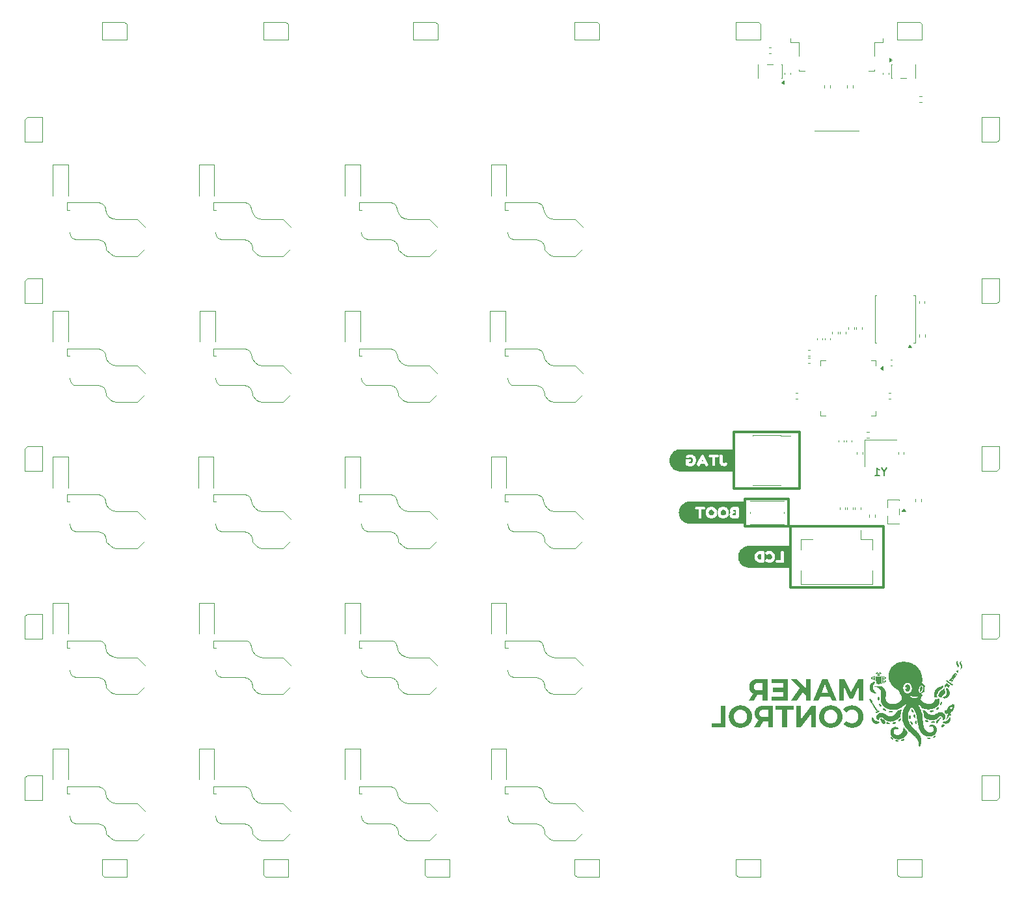
<source format=gbr>
%TF.GenerationSoftware,KiCad,Pcbnew,9.0.6*%
%TF.CreationDate,2025-11-19T21:58:38+01:00*%
%TF.ProjectId,ecad,65636164-2e6b-4696-9361-645f70636258,rev?*%
%TF.SameCoordinates,Original*%
%TF.FileFunction,Legend,Bot*%
%TF.FilePolarity,Positive*%
%FSLAX46Y46*%
G04 Gerber Fmt 4.6, Leading zero omitted, Abs format (unit mm)*
G04 Created by KiCad (PCBNEW 9.0.6) date 2025-11-19 21:58:38*
%MOMM*%
%LPD*%
G01*
G04 APERTURE LIST*
%ADD10C,0.000000*%
%ADD11C,0.300000*%
%ADD12C,0.100000*%
%ADD13C,0.150000*%
%ADD14C,0.120000*%
G04 APERTURE END LIST*
D10*
G36*
X183153302Y-154316963D02*
G01*
X183170393Y-154317489D01*
X183187533Y-154318423D01*
X183204722Y-154319750D01*
X183221962Y-154321452D01*
X183223450Y-154321582D01*
X183224938Y-154321769D01*
X183226426Y-154322008D01*
X183227915Y-154322296D01*
X183229403Y-154322627D01*
X183230891Y-154322997D01*
X183233868Y-154323834D01*
X183236844Y-154324770D01*
X183239821Y-154325769D01*
X183245774Y-154327802D01*
X183251841Y-154329956D01*
X183257637Y-154332437D01*
X183263158Y-154335230D01*
X183268398Y-154338318D01*
X183273354Y-154341685D01*
X183278021Y-154345314D01*
X183282395Y-154349189D01*
X183286470Y-154353293D01*
X183290244Y-154357611D01*
X183293710Y-154362125D01*
X183296866Y-154366820D01*
X183299706Y-154371679D01*
X183302225Y-154376685D01*
X183304420Y-154381823D01*
X183306286Y-154387075D01*
X183307819Y-154392427D01*
X183309013Y-154397860D01*
X183309865Y-154403359D01*
X183310371Y-154408908D01*
X183310525Y-154414489D01*
X183310323Y-154420088D01*
X183309761Y-154425686D01*
X183308834Y-154431269D01*
X183307538Y-154436819D01*
X183305868Y-154442320D01*
X183303820Y-154447756D01*
X183301390Y-154453110D01*
X183298573Y-154458367D01*
X183295364Y-154463509D01*
X183291760Y-154468520D01*
X183287755Y-154473384D01*
X183283345Y-154478085D01*
X183280028Y-154481334D01*
X183276629Y-154484529D01*
X183273153Y-154487667D01*
X183269603Y-154490744D01*
X183265986Y-154493756D01*
X183262305Y-154496698D01*
X183258565Y-154499568D01*
X183254770Y-154502361D01*
X183250926Y-154505073D01*
X183247037Y-154507701D01*
X183243108Y-154510241D01*
X183239143Y-154512688D01*
X183235147Y-154515039D01*
X183231125Y-154517290D01*
X183227081Y-154519438D01*
X183223020Y-154521477D01*
X183210163Y-154527472D01*
X183197208Y-154532969D01*
X183184180Y-154537994D01*
X183171104Y-154542570D01*
X183158007Y-154546721D01*
X183144914Y-154550471D01*
X183131850Y-154553844D01*
X183118841Y-154556865D01*
X183105913Y-154559557D01*
X183093090Y-154561945D01*
X183067867Y-154565902D01*
X183043376Y-154568930D01*
X183019828Y-154571218D01*
X183009320Y-154571172D01*
X182998644Y-154570832D01*
X182988301Y-154570210D01*
X182978272Y-154569310D01*
X182968538Y-154568141D01*
X182959078Y-154566708D01*
X182949875Y-154565021D01*
X182940908Y-154563084D01*
X182932158Y-154560906D01*
X182923606Y-154558492D01*
X182915232Y-154555851D01*
X182907016Y-154552989D01*
X182898941Y-154549913D01*
X182890985Y-154546630D01*
X182883131Y-154543147D01*
X182875357Y-154539471D01*
X182872569Y-154538017D01*
X182869861Y-154536439D01*
X182867236Y-154534740D01*
X182864697Y-154532925D01*
X182862246Y-154531000D01*
X182859888Y-154528970D01*
X182855456Y-154524612D01*
X182851424Y-154519892D01*
X182847815Y-154514848D01*
X182844651Y-154509521D01*
X182841954Y-154503950D01*
X182839747Y-154498174D01*
X182838052Y-154492233D01*
X182837404Y-154489213D01*
X182836893Y-154486166D01*
X182836520Y-154483098D01*
X182836290Y-154480013D01*
X182836205Y-154476917D01*
X182836268Y-154473814D01*
X182836481Y-154470709D01*
X182836847Y-154467608D01*
X182837370Y-154464515D01*
X182838052Y-154461434D01*
X182838895Y-154458372D01*
X182839903Y-154455333D01*
X182841230Y-154451768D01*
X182842631Y-154448218D01*
X182844104Y-154444687D01*
X182845650Y-154441177D01*
X182847267Y-154437693D01*
X182848954Y-154434236D01*
X182850711Y-154430810D01*
X182852537Y-154427419D01*
X182854431Y-154424064D01*
X182856393Y-154420750D01*
X182858422Y-154417480D01*
X182860516Y-154414256D01*
X182862675Y-154411081D01*
X182864899Y-154407960D01*
X182867186Y-154404894D01*
X182869537Y-154401887D01*
X182873603Y-154397054D01*
X182877858Y-154392471D01*
X182882294Y-154388127D01*
X182886900Y-154384011D01*
X182891667Y-154380111D01*
X182896586Y-154376418D01*
X182901647Y-154372920D01*
X182906843Y-154369607D01*
X182912162Y-154366468D01*
X182917595Y-154363491D01*
X182923135Y-154360666D01*
X182928770Y-154357982D01*
X182934492Y-154355428D01*
X182940292Y-154352994D01*
X182952086Y-154348441D01*
X182968581Y-154342795D01*
X182985126Y-154337753D01*
X183001721Y-154333298D01*
X183018364Y-154329415D01*
X183035058Y-154326087D01*
X183051801Y-154323297D01*
X183068594Y-154321031D01*
X183085436Y-154319270D01*
X183102328Y-154317999D01*
X183119270Y-154317202D01*
X183136261Y-154316862D01*
X183153302Y-154316963D01*
G37*
G36*
X186959598Y-147840416D02*
G01*
X186960288Y-147840499D01*
X186960967Y-147840623D01*
X186961636Y-147840789D01*
X186962293Y-147840996D01*
X186962938Y-147841243D01*
X186963570Y-147841531D01*
X186964187Y-147841859D01*
X186964790Y-147842227D01*
X186965378Y-147842634D01*
X186965949Y-147843081D01*
X186966503Y-147843566D01*
X186967039Y-147844090D01*
X186967557Y-147844653D01*
X186968055Y-147845253D01*
X186968533Y-147845892D01*
X186968991Y-147846568D01*
X186969603Y-147847848D01*
X186970223Y-147849272D01*
X186970521Y-147850019D01*
X186970804Y-147850782D01*
X186971068Y-147851552D01*
X186971306Y-147852323D01*
X186971513Y-147853087D01*
X186971683Y-147853839D01*
X186971812Y-147854570D01*
X186971893Y-147855274D01*
X186971921Y-147855945D01*
X186971892Y-147856574D01*
X186971854Y-147856870D01*
X186971799Y-147857155D01*
X186971727Y-147857425D01*
X186971637Y-147857681D01*
X186959929Y-147886586D01*
X186956831Y-147893735D01*
X186953554Y-147900767D01*
X186951831Y-147904224D01*
X186950041Y-147907636D01*
X186948179Y-147910997D01*
X186946237Y-147914302D01*
X186939502Y-147926194D01*
X186933361Y-147938249D01*
X186927775Y-147950455D01*
X186922705Y-147962803D01*
X186918113Y-147975281D01*
X186913959Y-147987879D01*
X186910206Y-148000585D01*
X186906814Y-148013388D01*
X186903744Y-148026279D01*
X186900958Y-148039245D01*
X186896081Y-148065362D01*
X186891875Y-148091653D01*
X186888028Y-148118031D01*
X186887617Y-148121814D01*
X186887367Y-148125618D01*
X186887265Y-148129443D01*
X186887300Y-148133286D01*
X186887460Y-148137144D01*
X186887730Y-148141016D01*
X186888100Y-148144898D01*
X186888557Y-148148789D01*
X186889682Y-148156587D01*
X186891004Y-148164391D01*
X186893849Y-148179944D01*
X186896252Y-148191659D01*
X186899080Y-148203195D01*
X186902312Y-148214559D01*
X186905929Y-148225758D01*
X186909908Y-148236799D01*
X186914229Y-148247689D01*
X186918871Y-148258434D01*
X186923813Y-148269042D01*
X186929034Y-148279520D01*
X186934513Y-148289875D01*
X186940230Y-148300114D01*
X186946162Y-148310243D01*
X186958592Y-148330201D01*
X186971637Y-148349806D01*
X186978677Y-148360491D01*
X186985323Y-148371308D01*
X186991590Y-148382256D01*
X186997491Y-148393331D01*
X187003042Y-148404529D01*
X187008257Y-148415849D01*
X187013152Y-148427287D01*
X187017740Y-148438839D01*
X187022037Y-148450503D01*
X187026057Y-148462275D01*
X187029815Y-148474153D01*
X187033326Y-148486133D01*
X187039664Y-148510388D01*
X187045191Y-148535015D01*
X187047200Y-148545216D01*
X187048865Y-148555384D01*
X187050187Y-148565520D01*
X187051169Y-148575628D01*
X187051812Y-148585712D01*
X187052121Y-148595774D01*
X187052095Y-148605817D01*
X187051739Y-148615845D01*
X187051054Y-148625860D01*
X187050043Y-148635866D01*
X187048708Y-148645866D01*
X187047051Y-148655863D01*
X187045075Y-148665860D01*
X187042782Y-148675860D01*
X187040174Y-148685866D01*
X187037253Y-148695881D01*
X187029808Y-148718827D01*
X187021572Y-148741238D01*
X187012558Y-148763123D01*
X187002783Y-148784492D01*
X186992261Y-148805356D01*
X186981006Y-148825725D01*
X186969033Y-148845608D01*
X186956357Y-148865016D01*
X186942993Y-148883959D01*
X186928955Y-148902448D01*
X186914259Y-148920491D01*
X186898918Y-148938099D01*
X186882948Y-148955283D01*
X186866363Y-148972051D01*
X186849178Y-148988416D01*
X186831408Y-149004385D01*
X186830664Y-149005006D01*
X186829920Y-149005577D01*
X186829178Y-149006099D01*
X186828437Y-149006573D01*
X186827699Y-149007000D01*
X186826964Y-149007379D01*
X186826232Y-149007712D01*
X186825504Y-149007999D01*
X186824781Y-149008239D01*
X186824063Y-149008435D01*
X186823351Y-149008586D01*
X186822646Y-149008692D01*
X186821947Y-149008755D01*
X186821256Y-149008774D01*
X186820573Y-149008751D01*
X186819898Y-149008685D01*
X186819233Y-149008577D01*
X186818578Y-149008428D01*
X186817934Y-149008238D01*
X186817300Y-149008008D01*
X186816678Y-149007738D01*
X186816068Y-149007428D01*
X186815471Y-149007079D01*
X186814888Y-149006692D01*
X186814318Y-149006267D01*
X186813763Y-149005804D01*
X186813223Y-149005305D01*
X186812699Y-149004769D01*
X186812191Y-149004196D01*
X186811700Y-149003589D01*
X186811226Y-149002946D01*
X186810770Y-149002268D01*
X186809960Y-149001009D01*
X186809551Y-149000336D01*
X186809149Y-148999639D01*
X186808760Y-148998924D01*
X186808389Y-148998194D01*
X186808042Y-148997456D01*
X186807727Y-148996712D01*
X186807449Y-148995969D01*
X186807214Y-148995230D01*
X186807029Y-148994501D01*
X186806900Y-148993785D01*
X186806833Y-148993089D01*
X186806825Y-148992749D01*
X186806834Y-148992415D01*
X186806862Y-148992088D01*
X186806910Y-148991769D01*
X186806977Y-148991458D01*
X186807066Y-148991156D01*
X186814234Y-148963906D01*
X186822048Y-148936859D01*
X186838419Y-148883009D01*
X186846381Y-148856018D01*
X186853798Y-148828860D01*
X186860371Y-148801441D01*
X186863248Y-148787605D01*
X186865803Y-148773669D01*
X186867563Y-148762674D01*
X186869067Y-148751713D01*
X186870308Y-148740783D01*
X186871277Y-148729880D01*
X186871967Y-148719003D01*
X186872370Y-148708147D01*
X186872479Y-148697310D01*
X186872285Y-148686488D01*
X186871782Y-148675679D01*
X186870960Y-148664879D01*
X186869813Y-148654086D01*
X186868333Y-148643295D01*
X186866512Y-148632505D01*
X186864341Y-148621711D01*
X186861815Y-148610911D01*
X186858924Y-148600102D01*
X186853407Y-148581947D01*
X186847530Y-148564003D01*
X186841232Y-148546282D01*
X186834450Y-148528797D01*
X186827122Y-148511560D01*
X186819187Y-148494583D01*
X186814972Y-148486196D01*
X186810582Y-148477879D01*
X186806009Y-148469634D01*
X186801245Y-148461461D01*
X186778822Y-148423824D01*
X186767684Y-148404832D01*
X186756795Y-148385790D01*
X186752287Y-148377319D01*
X186748089Y-148368771D01*
X186744200Y-148360144D01*
X186740622Y-148351436D01*
X186737354Y-148342644D01*
X186734396Y-148333766D01*
X186731748Y-148324799D01*
X186729411Y-148315742D01*
X186727383Y-148306592D01*
X186725665Y-148297346D01*
X186724257Y-148288003D01*
X186723160Y-148278560D01*
X186722372Y-148269014D01*
X186721895Y-148259364D01*
X186721727Y-148249607D01*
X186721870Y-148239740D01*
X186721341Y-148239209D01*
X186720850Y-148218932D01*
X186721355Y-148198980D01*
X186722850Y-148179357D01*
X186725326Y-148160066D01*
X186728776Y-148141109D01*
X186733191Y-148122491D01*
X186738565Y-148104213D01*
X186744889Y-148086280D01*
X186752155Y-148068694D01*
X186760357Y-148051458D01*
X186769485Y-148034576D01*
X186779533Y-148018051D01*
X186790492Y-148001885D01*
X186802355Y-147986081D01*
X186815114Y-147970644D01*
X186828762Y-147955576D01*
X186842863Y-147941079D01*
X186857337Y-147926910D01*
X186872108Y-147913002D01*
X186887102Y-147899286D01*
X186947824Y-147844980D01*
X186948570Y-147844358D01*
X186949318Y-147843783D01*
X186950067Y-147843253D01*
X186950817Y-147842769D01*
X186951567Y-147842331D01*
X186952317Y-147841937D01*
X186953065Y-147841588D01*
X186953810Y-147841284D01*
X186954553Y-147841024D01*
X186955291Y-147840808D01*
X186956025Y-147840635D01*
X186956754Y-147840506D01*
X186957476Y-147840420D01*
X186958191Y-147840376D01*
X186958899Y-147840375D01*
X186959598Y-147840416D01*
G37*
G36*
X176168093Y-154350704D02*
G01*
X176172616Y-154351143D01*
X176176983Y-154351868D01*
X176181195Y-154352871D01*
X176185256Y-154354147D01*
X176189167Y-154355691D01*
X176192930Y-154357494D01*
X176196549Y-154359552D01*
X176200025Y-154361857D01*
X176203361Y-154364405D01*
X176206559Y-154367188D01*
X176209621Y-154370201D01*
X176212550Y-154373437D01*
X176215348Y-154376890D01*
X176218017Y-154380554D01*
X176220560Y-154384423D01*
X176223910Y-154389606D01*
X176227216Y-154394833D01*
X176233723Y-154405391D01*
X176240130Y-154416049D01*
X176246488Y-154426756D01*
X176247821Y-154429249D01*
X176249041Y-154431767D01*
X176250146Y-154434309D01*
X176251135Y-154436876D01*
X176252006Y-154439468D01*
X176252758Y-154442085D01*
X176253389Y-154444727D01*
X176253897Y-154447393D01*
X176254281Y-154450084D01*
X176254540Y-154452800D01*
X176254671Y-154455541D01*
X176254674Y-154458307D01*
X176254547Y-154461098D01*
X176254287Y-154463913D01*
X176253895Y-154466753D01*
X176253368Y-154469618D01*
X176250970Y-154479929D01*
X176248473Y-154490190D01*
X176247156Y-154495286D01*
X176245777Y-154500351D01*
X176244324Y-154505379D01*
X176242783Y-154510364D01*
X176242783Y-154508778D01*
X176242040Y-154511778D01*
X176241402Y-154514822D01*
X176240876Y-154517903D01*
X176240468Y-154521015D01*
X176240184Y-154524151D01*
X176240091Y-154525727D01*
X176240030Y-154527307D01*
X176240004Y-154528889D01*
X176240013Y-154530475D01*
X176240057Y-154532061D01*
X176240138Y-154533649D01*
X176219402Y-154539893D01*
X176198868Y-154546719D01*
X176178541Y-154554124D01*
X176158423Y-154562108D01*
X176138520Y-154570669D01*
X176118834Y-154579804D01*
X176099370Y-154589514D01*
X176080132Y-154599795D01*
X176061123Y-154610647D01*
X176042347Y-154622067D01*
X176023808Y-154634055D01*
X176005511Y-154646609D01*
X175987459Y-154659728D01*
X175969655Y-154673409D01*
X175952104Y-154687651D01*
X175934810Y-154702453D01*
X175932077Y-154704858D01*
X175929419Y-154707306D01*
X175926810Y-154709792D01*
X175924226Y-154712309D01*
X175919034Y-154717410D01*
X175916376Y-154719983D01*
X175913644Y-154722562D01*
X175912873Y-154722189D01*
X175912139Y-154721859D01*
X175911429Y-154721566D01*
X175910733Y-154721305D01*
X175910036Y-154721068D01*
X175909327Y-154720850D01*
X175908594Y-154720644D01*
X175907823Y-154720444D01*
X175903434Y-154719128D01*
X175899001Y-154717947D01*
X175894531Y-154716891D01*
X175890030Y-154715946D01*
X175885504Y-154715101D01*
X175880960Y-154714342D01*
X175876403Y-154713658D01*
X175871841Y-154713036D01*
X175867408Y-154712364D01*
X175863047Y-154711534D01*
X175858767Y-154710534D01*
X175854576Y-154709356D01*
X175850485Y-154707989D01*
X175846502Y-154706422D01*
X175842638Y-154704646D01*
X175838900Y-154702650D01*
X175835298Y-154700426D01*
X175831843Y-154697961D01*
X175828542Y-154695247D01*
X175825406Y-154692274D01*
X175822444Y-154689030D01*
X175819664Y-154685507D01*
X175817077Y-154681694D01*
X175814691Y-154677580D01*
X175812439Y-154673437D01*
X175810070Y-154669337D01*
X175807613Y-154665274D01*
X175805100Y-154661242D01*
X175800032Y-154653247D01*
X175797538Y-154649271D01*
X175795113Y-154645302D01*
X175793357Y-154642323D01*
X175791681Y-154639332D01*
X175790884Y-154637828D01*
X175790117Y-154636317D01*
X175789387Y-154634796D01*
X175788696Y-154633264D01*
X175788049Y-154631719D01*
X175787449Y-154630161D01*
X175786900Y-154628587D01*
X175786406Y-154626996D01*
X175785971Y-154625387D01*
X175785598Y-154623757D01*
X175785293Y-154622106D01*
X175785058Y-154620431D01*
X175784278Y-154615822D01*
X175783586Y-154611137D01*
X175783300Y-154608775D01*
X175783067Y-154606404D01*
X175782900Y-154604026D01*
X175782809Y-154601645D01*
X175782805Y-154599264D01*
X175782898Y-154596887D01*
X175783100Y-154594515D01*
X175783421Y-154592153D01*
X175783873Y-154589804D01*
X175784465Y-154587470D01*
X175785209Y-154585154D01*
X175786116Y-154582861D01*
X175787444Y-154580014D01*
X175788848Y-154577232D01*
X175790331Y-154574515D01*
X175791896Y-154571864D01*
X175793544Y-154569281D01*
X175795278Y-154566769D01*
X175797101Y-154564327D01*
X175799015Y-154561958D01*
X175801021Y-154559664D01*
X175803123Y-154557446D01*
X175805323Y-154555305D01*
X175807622Y-154553244D01*
X175810024Y-154551262D01*
X175812530Y-154549364D01*
X175815144Y-154547548D01*
X175817867Y-154545818D01*
X176043819Y-154410882D01*
X176131132Y-154359022D01*
X176133029Y-154357881D01*
X176134950Y-154356836D01*
X176136892Y-154355883D01*
X176138854Y-154355021D01*
X176140835Y-154354245D01*
X176142834Y-154353553D01*
X176144847Y-154352942D01*
X176146874Y-154352408D01*
X176148914Y-154351949D01*
X176150965Y-154351561D01*
X176153025Y-154351241D01*
X176155093Y-154350986D01*
X176157167Y-154350793D01*
X176159245Y-154350659D01*
X176161327Y-154350581D01*
X176163410Y-154350556D01*
X176168093Y-154350704D01*
G37*
G36*
X183288967Y-155738560D02*
G01*
X183305913Y-155739486D01*
X183322727Y-155741107D01*
X183339344Y-155743472D01*
X183355700Y-155746630D01*
X183371730Y-155750632D01*
X183387370Y-155755527D01*
X183402556Y-155761364D01*
X183417223Y-155768194D01*
X183419289Y-155769222D01*
X183421319Y-155770320D01*
X183423317Y-155771481D01*
X183425285Y-155772700D01*
X183427225Y-155773972D01*
X183429139Y-155775291D01*
X183431030Y-155776652D01*
X183432900Y-155778050D01*
X183436587Y-155780932D01*
X183440218Y-155783895D01*
X183447386Y-155789889D01*
X183453858Y-155795800D01*
X183459408Y-155801814D01*
X183464069Y-155807916D01*
X183467877Y-155814093D01*
X183470868Y-155820329D01*
X183473076Y-155826610D01*
X183474536Y-155832922D01*
X183475284Y-155839251D01*
X183475354Y-155845580D01*
X183474782Y-155851897D01*
X183473602Y-155858186D01*
X183471850Y-155864433D01*
X183469561Y-155870624D01*
X183466770Y-155876744D01*
X183463512Y-155882777D01*
X183459822Y-155888711D01*
X183455735Y-155894530D01*
X183451286Y-155900220D01*
X183446511Y-155905766D01*
X183441444Y-155911153D01*
X183430575Y-155921395D01*
X183418960Y-155930829D01*
X183406881Y-155939340D01*
X183394617Y-155946810D01*
X183382449Y-155953123D01*
X183370657Y-155958164D01*
X183359233Y-155962205D01*
X183347596Y-155965808D01*
X183335772Y-155968993D01*
X183323785Y-155971783D01*
X183311658Y-155974197D01*
X183299416Y-155976257D01*
X183287082Y-155977984D01*
X183274680Y-155979398D01*
X183262235Y-155980521D01*
X183249771Y-155981373D01*
X183224881Y-155982350D01*
X183200201Y-155982496D01*
X183175924Y-155981978D01*
X183175924Y-155982506D01*
X183139411Y-155982506D01*
X183132217Y-155982254D01*
X183125117Y-155981705D01*
X183118108Y-155980873D01*
X183111183Y-155979770D01*
X183104340Y-155978409D01*
X183097572Y-155976805D01*
X183090875Y-155974969D01*
X183084246Y-155972915D01*
X183077678Y-155970657D01*
X183071167Y-155968208D01*
X183064710Y-155965580D01*
X183058300Y-155962787D01*
X183051934Y-155959842D01*
X183045606Y-155956758D01*
X183033049Y-155950227D01*
X183020758Y-155943036D01*
X183010324Y-155935668D01*
X183001665Y-155928145D01*
X182994700Y-155920493D01*
X182989346Y-155912734D01*
X182985523Y-155904893D01*
X182983148Y-155896993D01*
X182982141Y-155889059D01*
X182982420Y-155881114D01*
X182983904Y-155873182D01*
X182986510Y-155865286D01*
X182990158Y-155857451D01*
X182994767Y-155849701D01*
X183000253Y-155842059D01*
X183006537Y-155834550D01*
X183013536Y-155827196D01*
X183029355Y-155813052D01*
X183047058Y-155799818D01*
X183065994Y-155787684D01*
X183085511Y-155776842D01*
X183104956Y-155767482D01*
X183123678Y-155759795D01*
X183141025Y-155753972D01*
X183156345Y-155750202D01*
X183172035Y-155747358D01*
X183188108Y-155744811D01*
X183204499Y-155742612D01*
X183221143Y-155740809D01*
X183237976Y-155739453D01*
X183254934Y-155738593D01*
X183271952Y-155738279D01*
X183288967Y-155738560D01*
G37*
G36*
X177351120Y-155901544D02*
G01*
X177367475Y-155902553D01*
X177383135Y-155903661D01*
X177394980Y-155904669D01*
X177406703Y-155906097D01*
X177418306Y-155907932D01*
X177429793Y-155910159D01*
X177441164Y-155912764D01*
X177452424Y-155915733D01*
X177463573Y-155919053D01*
X177474615Y-155922709D01*
X177485551Y-155926688D01*
X177496384Y-155930975D01*
X177507116Y-155935557D01*
X177517750Y-155940420D01*
X177528288Y-155945549D01*
X177538732Y-155950931D01*
X177549084Y-155956552D01*
X177559348Y-155962397D01*
X177564810Y-155965758D01*
X177570085Y-155969294D01*
X177575169Y-155973005D01*
X177580059Y-155976892D01*
X177584755Y-155980955D01*
X177589253Y-155985196D01*
X177593550Y-155989616D01*
X177597646Y-155994214D01*
X177601537Y-155998992D01*
X177605221Y-156003951D01*
X177608695Y-156009091D01*
X177611958Y-156014413D01*
X177615007Y-156019919D01*
X177617840Y-156025607D01*
X177620454Y-156031481D01*
X177622848Y-156037540D01*
X177623874Y-156040536D01*
X177624772Y-156043567D01*
X177625541Y-156046629D01*
X177626183Y-156049717D01*
X177626699Y-156052825D01*
X177627091Y-156055950D01*
X177627358Y-156059086D01*
X177627503Y-156062229D01*
X177627526Y-156065372D01*
X177627429Y-156068513D01*
X177627211Y-156071646D01*
X177626876Y-156074765D01*
X177626423Y-156077867D01*
X177625853Y-156080946D01*
X177625169Y-156083998D01*
X177624370Y-156087017D01*
X177623458Y-156089999D01*
X177622433Y-156092939D01*
X177621298Y-156095832D01*
X177620053Y-156098673D01*
X177618699Y-156101458D01*
X177617237Y-156104181D01*
X177615668Y-156106838D01*
X177613993Y-156109424D01*
X177612214Y-156111933D01*
X177610331Y-156114363D01*
X177608346Y-156116706D01*
X177606259Y-156118959D01*
X177604072Y-156121116D01*
X177601786Y-156123174D01*
X177599401Y-156125126D01*
X177596919Y-156126968D01*
X177593025Y-156129696D01*
X177589080Y-156132319D01*
X177585084Y-156134832D01*
X177581036Y-156137229D01*
X177576936Y-156139506D01*
X177572782Y-156141656D01*
X177568574Y-156143675D01*
X177564310Y-156145556D01*
X177559991Y-156147294D01*
X177555615Y-156148885D01*
X177551182Y-156150322D01*
X177546691Y-156151600D01*
X177542140Y-156152713D01*
X177537530Y-156153657D01*
X177532860Y-156154426D01*
X177528128Y-156155014D01*
X177509742Y-156156640D01*
X177491493Y-156157551D01*
X177473382Y-156157751D01*
X177455410Y-156157247D01*
X177437577Y-156156042D01*
X177419884Y-156154140D01*
X177402333Y-156151547D01*
X177384923Y-156148268D01*
X177367656Y-156144306D01*
X177350533Y-156139667D01*
X177333553Y-156134355D01*
X177316719Y-156128375D01*
X177300030Y-156121731D01*
X177283488Y-156114428D01*
X177267092Y-156106472D01*
X177250845Y-156097865D01*
X177246808Y-156095522D01*
X177242831Y-156093063D01*
X177238913Y-156090495D01*
X177235053Y-156087827D01*
X177231248Y-156085065D01*
X177227498Y-156082219D01*
X177223800Y-156079295D01*
X177220153Y-156076301D01*
X177213007Y-156070134D01*
X177206048Y-156063782D01*
X177199262Y-156057306D01*
X177192637Y-156050768D01*
X177189707Y-156047707D01*
X177186969Y-156044579D01*
X177184423Y-156041386D01*
X177182068Y-156038135D01*
X177179905Y-156034827D01*
X177177934Y-156031467D01*
X177176153Y-156028060D01*
X177174563Y-156024608D01*
X177173164Y-156021116D01*
X177171955Y-156017587D01*
X177170937Y-156014026D01*
X177170109Y-156010436D01*
X177169470Y-156006822D01*
X177169022Y-156003186D01*
X177168763Y-155999534D01*
X177168693Y-155995868D01*
X177168812Y-155992193D01*
X177169120Y-155988512D01*
X177169617Y-155984830D01*
X177170303Y-155981151D01*
X177171177Y-155977477D01*
X177172239Y-155973814D01*
X177173489Y-155970164D01*
X177174927Y-155966532D01*
X177176552Y-155962922D01*
X177178365Y-155959338D01*
X177180365Y-155955783D01*
X177182552Y-155952261D01*
X177184926Y-155948777D01*
X177187486Y-155945334D01*
X177190233Y-155941935D01*
X177193166Y-155938586D01*
X177195877Y-155935642D01*
X177198651Y-155932771D01*
X177201492Y-155929984D01*
X177204403Y-155927292D01*
X177207384Y-155924704D01*
X177210439Y-155922233D01*
X177213571Y-155919890D01*
X177216780Y-155917684D01*
X177220070Y-155915627D01*
X177223443Y-155913730D01*
X177226902Y-155912003D01*
X177230448Y-155910458D01*
X177234084Y-155909105D01*
X177237812Y-155907955D01*
X177241634Y-155907018D01*
X177245554Y-155906307D01*
X177254694Y-155905013D01*
X177263810Y-155903892D01*
X177272827Y-155902921D01*
X177281670Y-155902073D01*
X177313816Y-155899428D01*
X177314345Y-155899428D01*
X177351120Y-155901544D01*
G37*
G36*
X164381516Y-153086378D02*
G01*
X162192354Y-153086378D01*
X162192354Y-152559328D01*
X163745987Y-152559328D01*
X163745987Y-151935440D01*
X162389732Y-151935440D01*
X162389732Y-151408390D01*
X163745987Y-151408390D01*
X163745987Y-150796674D01*
X162236803Y-150796674D01*
X162236803Y-150269624D01*
X164381516Y-150269624D01*
X164381516Y-153086378D01*
G37*
G36*
X176186406Y-152572123D02*
G01*
X176192553Y-152572955D01*
X176198690Y-152574257D01*
X176204799Y-152576034D01*
X176210860Y-152578289D01*
X176216853Y-152581024D01*
X176221870Y-152583791D01*
X176226605Y-152586923D01*
X176231066Y-152590408D01*
X176235260Y-152594232D01*
X176239193Y-152598384D01*
X176242874Y-152602850D01*
X176246309Y-152607618D01*
X176249505Y-152612675D01*
X176255208Y-152623602D01*
X176260041Y-152635532D01*
X176264061Y-152648360D01*
X176267323Y-152661986D01*
X176269884Y-152676306D01*
X176271801Y-152691218D01*
X176273130Y-152706620D01*
X176273929Y-152722410D01*
X176274253Y-152738485D01*
X176274159Y-152754743D01*
X176272945Y-152787399D01*
X176273475Y-152787927D01*
X176272082Y-152808627D01*
X176270366Y-152828905D01*
X176266463Y-152867303D01*
X176262759Y-152901335D01*
X176261292Y-152916155D01*
X176260246Y-152929215D01*
X176259585Y-152938955D01*
X176258732Y-152948695D01*
X176257595Y-152958386D01*
X176256890Y-152963197D01*
X176256079Y-152967977D01*
X176255150Y-152972720D01*
X176254091Y-152977420D01*
X176252892Y-152982070D01*
X176251540Y-152986664D01*
X176250023Y-152991196D01*
X176248330Y-152995659D01*
X176246450Y-153000049D01*
X176244371Y-153004358D01*
X176241695Y-153009039D01*
X176238737Y-153013460D01*
X176235514Y-153017620D01*
X176232043Y-153021518D01*
X176228339Y-153025154D01*
X176224419Y-153028528D01*
X176220298Y-153031639D01*
X176215994Y-153034487D01*
X176211523Y-153037071D01*
X176206900Y-153039392D01*
X176202143Y-153041448D01*
X176197267Y-153043239D01*
X176192288Y-153044765D01*
X176187224Y-153046026D01*
X176182090Y-153047021D01*
X176176902Y-153047749D01*
X176171677Y-153048211D01*
X176166431Y-153048406D01*
X176161181Y-153048334D01*
X176155942Y-153047993D01*
X176150731Y-153047385D01*
X176145564Y-153046508D01*
X176140458Y-153045361D01*
X176135428Y-153043946D01*
X176130492Y-153042261D01*
X176125665Y-153040305D01*
X176120963Y-153038079D01*
X176116403Y-153035583D01*
X176112001Y-153032815D01*
X176107774Y-153029775D01*
X176103737Y-153026463D01*
X176099908Y-153022879D01*
X176096596Y-153019468D01*
X176093408Y-153015982D01*
X176090342Y-153012423D01*
X176087398Y-153008789D01*
X176084575Y-153005080D01*
X176081872Y-153001298D01*
X176079288Y-152997440D01*
X176076823Y-152993509D01*
X176074476Y-152989503D01*
X176072245Y-152985423D01*
X176070131Y-152981268D01*
X176068133Y-152977039D01*
X176066249Y-152972735D01*
X176064479Y-152968357D01*
X176062823Y-152963905D01*
X176061279Y-152959378D01*
X176055967Y-152941444D01*
X176051705Y-152923557D01*
X176048436Y-152905715D01*
X176046106Y-152887916D01*
X176044660Y-152870157D01*
X176044042Y-152852436D01*
X176044198Y-152834751D01*
X176045072Y-152817099D01*
X176046610Y-152799478D01*
X176048757Y-152781885D01*
X176051457Y-152764319D01*
X176054655Y-152746777D01*
X176058297Y-152729257D01*
X176062327Y-152711756D01*
X176071333Y-152676803D01*
X176073118Y-152670795D01*
X176075103Y-152664876D01*
X176077285Y-152659051D01*
X176079667Y-152653322D01*
X176082246Y-152647692D01*
X176085025Y-152642164D01*
X176088001Y-152636741D01*
X176091176Y-152631428D01*
X176094550Y-152626225D01*
X176098122Y-152621138D01*
X176101892Y-152616168D01*
X176105861Y-152611319D01*
X176110028Y-152606594D01*
X176114393Y-152601997D01*
X176118957Y-152597529D01*
X176123720Y-152593195D01*
X176128690Y-152589047D01*
X176133864Y-152585336D01*
X176139223Y-152582066D01*
X176144746Y-152579239D01*
X176150416Y-152576858D01*
X176156211Y-152574927D01*
X176162114Y-152573448D01*
X176168104Y-152572426D01*
X176174162Y-152571862D01*
X176180270Y-152571760D01*
X176186406Y-152572123D01*
G37*
G36*
X172600000Y-152000000D02*
G01*
X173477359Y-150269624D01*
X174185384Y-150269624D01*
X174185912Y-150269624D01*
X174185912Y-153086907D01*
X173614412Y-153086907D01*
X173614412Y-151183495D01*
X172809551Y-152801158D01*
X172398917Y-152801158D01*
X171597759Y-151183495D01*
X171597759Y-153086907D01*
X171026259Y-153086907D01*
X171026259Y-150269624D01*
X171730580Y-150269624D01*
X172600000Y-152000000D01*
G37*
G36*
X177710162Y-154388128D02*
G01*
X177725475Y-154388984D01*
X177740818Y-154390339D01*
X177756134Y-154392160D01*
X177771363Y-154394411D01*
X177786451Y-154397060D01*
X177801338Y-154400071D01*
X177815968Y-154403411D01*
X177830283Y-154407045D01*
X177844226Y-154410940D01*
X177857739Y-154415061D01*
X177870766Y-154419375D01*
X177883249Y-154423846D01*
X177895130Y-154428442D01*
X177906352Y-154433128D01*
X177916858Y-154437869D01*
X177926591Y-154442632D01*
X177933972Y-154446662D01*
X177941015Y-154451182D01*
X177947692Y-154456148D01*
X177953975Y-154461517D01*
X177959837Y-154467246D01*
X177965249Y-154473291D01*
X177970184Y-154479609D01*
X177974613Y-154486156D01*
X177978509Y-154492889D01*
X177981844Y-154499765D01*
X177984589Y-154506741D01*
X177986718Y-154513772D01*
X177987542Y-154517295D01*
X177988202Y-154520815D01*
X177988693Y-154524328D01*
X177989013Y-154527827D01*
X177989157Y-154531308D01*
X177989123Y-154534765D01*
X177988906Y-154538193D01*
X177988504Y-154541586D01*
X177987895Y-154545409D01*
X177987161Y-154549139D01*
X177986305Y-154552779D01*
X177985329Y-154556327D01*
X177984235Y-154559785D01*
X177983025Y-154563153D01*
X177981702Y-154566432D01*
X177980268Y-154569623D01*
X177978726Y-154572727D01*
X177977078Y-154575743D01*
X177975326Y-154578673D01*
X177973472Y-154581518D01*
X177969469Y-154586954D01*
X177965088Y-154592055D01*
X177960347Y-154596828D01*
X177955265Y-154601277D01*
X177949861Y-154605409D01*
X177944153Y-154609228D01*
X177938159Y-154612741D01*
X177931899Y-154615952D01*
X177925391Y-154618866D01*
X177918654Y-154621490D01*
X177901514Y-154626166D01*
X177877853Y-154630297D01*
X177848827Y-154633623D01*
X177815590Y-154635885D01*
X177779300Y-154636823D01*
X177741111Y-154636178D01*
X177702180Y-154633689D01*
X177663662Y-154629097D01*
X177626712Y-154622142D01*
X177609187Y-154617698D01*
X177592488Y-154612566D01*
X177576758Y-154606713D01*
X177562143Y-154600107D01*
X177548787Y-154592716D01*
X177536835Y-154584506D01*
X177526431Y-154575447D01*
X177517719Y-154565505D01*
X177510844Y-154554647D01*
X177505950Y-154542842D01*
X177503183Y-154530056D01*
X177502685Y-154516258D01*
X177504602Y-154501415D01*
X177509079Y-154485494D01*
X177511824Y-154478266D01*
X177514895Y-154471361D01*
X177518281Y-154464774D01*
X177521973Y-154458500D01*
X177525961Y-154452533D01*
X177530236Y-154446868D01*
X177534787Y-154441500D01*
X177539605Y-154436423D01*
X177544681Y-154431632D01*
X177550004Y-154427122D01*
X177555565Y-154422887D01*
X177561355Y-154418922D01*
X177573580Y-154411781D01*
X177586602Y-154405657D01*
X177600343Y-154400506D01*
X177614726Y-154396286D01*
X177629673Y-154392954D01*
X177645108Y-154390468D01*
X177660951Y-154388785D01*
X177677126Y-154387862D01*
X177693556Y-154387658D01*
X177710162Y-154388128D01*
G37*
G36*
X182132409Y-151788861D02*
G01*
X182132379Y-151790145D01*
X182132293Y-151791417D01*
X182132155Y-151792679D01*
X182131971Y-151793930D01*
X182131747Y-151795172D01*
X182131489Y-151796405D01*
X182130888Y-151798850D01*
X182130214Y-151801269D01*
X182129508Y-151803670D01*
X182128815Y-151806058D01*
X182128177Y-151808440D01*
X182126060Y-151834899D01*
X182125100Y-151843974D01*
X182123619Y-151852930D01*
X182121628Y-151861746D01*
X182119139Y-151870403D01*
X182116163Y-151878880D01*
X182112711Y-151887156D01*
X182108796Y-151895213D01*
X182104430Y-151903029D01*
X182099622Y-151910585D01*
X182094387Y-151917861D01*
X182088734Y-151924835D01*
X182082676Y-151931489D01*
X182076224Y-151937801D01*
X182069390Y-151943753D01*
X182062185Y-151949323D01*
X182054622Y-151954491D01*
X181742942Y-152152929D01*
X181874704Y-152387349D01*
X181860887Y-152403916D01*
X181825682Y-152449741D01*
X181802987Y-152481807D01*
X181791299Y-152499532D01*
X181778459Y-152519006D01*
X181753268Y-152560611D01*
X181728588Y-152605895D01*
X181716804Y-152629689D01*
X181705587Y-152654130D01*
X181695083Y-152679128D01*
X181685439Y-152704590D01*
X181676800Y-152730428D01*
X181669313Y-152756548D01*
X181663125Y-152782861D01*
X181658382Y-152809276D01*
X181655230Y-152835702D01*
X181653817Y-152862048D01*
X181654287Y-152888223D01*
X181656788Y-152914136D01*
X181661466Y-152939696D01*
X181668467Y-152964813D01*
X181677938Y-152989395D01*
X181690025Y-153013352D01*
X181688438Y-153013352D01*
X181690886Y-153015536D01*
X181693440Y-153017726D01*
X181698690Y-153022149D01*
X181701300Y-153024395D01*
X181703841Y-153026672D01*
X181705073Y-153027824D01*
X181706271Y-153028986D01*
X181707431Y-153030159D01*
X181708546Y-153031344D01*
X181727890Y-153051886D01*
X181747407Y-153072255D01*
X181786863Y-153112571D01*
X181826716Y-153152490D01*
X181866767Y-153192211D01*
X181884759Y-153209616D01*
X181893891Y-153218209D01*
X181903147Y-153226673D01*
X181912552Y-153234963D01*
X181922131Y-153243036D01*
X181931909Y-153250848D01*
X181936879Y-153254643D01*
X181941909Y-153258357D01*
X181960450Y-153271424D01*
X181979162Y-153284039D01*
X181998044Y-153296209D01*
X182017092Y-153307941D01*
X182036304Y-153319242D01*
X182055678Y-153330120D01*
X182075212Y-153340580D01*
X182094904Y-153350630D01*
X182114750Y-153360277D01*
X182134749Y-153369528D01*
X182154899Y-153378390D01*
X182175197Y-153386870D01*
X182216227Y-153402711D01*
X182257822Y-153417107D01*
X182291582Y-153426485D01*
X182324604Y-153435181D01*
X182356895Y-153443207D01*
X182388460Y-153450576D01*
X182419306Y-153457301D01*
X182449438Y-153463392D01*
X182478864Y-153468864D01*
X182507588Y-153473728D01*
X182509705Y-153473728D01*
X182544630Y-153479020D01*
X182580703Y-153483816D01*
X182615498Y-153487721D01*
X182649015Y-153490788D01*
X182681255Y-153493067D01*
X182741902Y-153495475D01*
X182797440Y-153495358D01*
X182847868Y-153493133D01*
X182893186Y-153489215D01*
X182933394Y-153484019D01*
X182968493Y-153477962D01*
X183048755Y-153441314D01*
X183127094Y-153403358D01*
X183164927Y-153383216D01*
X183201539Y-153361941D01*
X183236685Y-153339263D01*
X183270118Y-153314912D01*
X183301591Y-153288621D01*
X183330858Y-153260120D01*
X183344588Y-153244957D01*
X183357673Y-153229140D01*
X183370084Y-153212636D01*
X183381789Y-153195412D01*
X183392757Y-153177433D01*
X183402959Y-153158667D01*
X183412362Y-153139079D01*
X183420937Y-153118636D01*
X183428652Y-153097304D01*
X183435476Y-153075050D01*
X183441379Y-153051840D01*
X183446330Y-153027641D01*
X183447500Y-153021595D01*
X183448818Y-153015561D01*
X183451845Y-153003531D01*
X183455307Y-152991550D01*
X183459097Y-152979619D01*
X183475435Y-152932391D01*
X183476618Y-152929285D01*
X183477981Y-152926320D01*
X183479518Y-152923501D01*
X183481222Y-152920832D01*
X183483088Y-152918319D01*
X183485108Y-152915964D01*
X183487278Y-152913775D01*
X183489590Y-152911754D01*
X183492038Y-152909907D01*
X183494617Y-152908238D01*
X183497319Y-152906752D01*
X183500140Y-152905453D01*
X183503072Y-152904347D01*
X183506109Y-152903438D01*
X183509246Y-152902730D01*
X183512476Y-152902229D01*
X184067572Y-152823911D01*
X184069512Y-152823768D01*
X184071461Y-152823734D01*
X184073412Y-152823805D01*
X184075363Y-152823979D01*
X184077308Y-152824254D01*
X184079244Y-152824625D01*
X184081165Y-152825091D01*
X184083067Y-152825647D01*
X184084946Y-152826293D01*
X184086797Y-152827023D01*
X184088616Y-152827836D01*
X184090399Y-152828729D01*
X184093836Y-152830742D01*
X184095482Y-152831857D01*
X184097073Y-152833039D01*
X184098606Y-152834287D01*
X184100075Y-152835597D01*
X184101476Y-152836966D01*
X184102805Y-152838391D01*
X184104058Y-152839870D01*
X184105229Y-152841399D01*
X184106314Y-152842977D01*
X184107309Y-152844598D01*
X184108210Y-152846262D01*
X184109012Y-152847965D01*
X184109710Y-152849704D01*
X184110301Y-152851476D01*
X184110778Y-152853278D01*
X184111139Y-152855107D01*
X184111379Y-152856961D01*
X184111493Y-152858837D01*
X184113296Y-152912009D01*
X184114800Y-152965133D01*
X184117314Y-153071033D01*
X184117144Y-153110918D01*
X184115274Y-153150201D01*
X184111744Y-153188875D01*
X184106597Y-153226934D01*
X184099875Y-153264372D01*
X184091619Y-153301182D01*
X184081871Y-153337356D01*
X184070673Y-153372889D01*
X184044093Y-153442005D01*
X184012214Y-153508476D01*
X183975368Y-153572249D01*
X183933892Y-153633273D01*
X183888118Y-153691493D01*
X183838380Y-153746857D01*
X183785014Y-153799314D01*
X183728352Y-153848809D01*
X183668729Y-153895290D01*
X183606479Y-153938706D01*
X183541936Y-153979001D01*
X183475435Y-154016125D01*
X183413816Y-154047632D01*
X183352321Y-154075791D01*
X183291151Y-154100778D01*
X183230505Y-154122769D01*
X183170580Y-154141938D01*
X183111577Y-154158461D01*
X183053696Y-154172512D01*
X182997134Y-154184268D01*
X182942091Y-154193903D01*
X182888767Y-154201592D01*
X182837361Y-154207511D01*
X182788072Y-154211834D01*
X182696641Y-154216396D01*
X182616068Y-154216680D01*
X182586237Y-154217755D01*
X182571308Y-154218075D01*
X182556405Y-154218135D01*
X182541551Y-154217848D01*
X182526772Y-154217127D01*
X182512092Y-154215885D01*
X182504797Y-154215041D01*
X182497536Y-154214035D01*
X182342688Y-154192206D01*
X182304085Y-154186346D01*
X182265587Y-154179953D01*
X182227226Y-154172841D01*
X182189032Y-154164823D01*
X182152398Y-154156276D01*
X182115924Y-154147252D01*
X182079625Y-154137670D01*
X182043511Y-154127450D01*
X182007596Y-154116510D01*
X181971892Y-154104770D01*
X181936411Y-154092150D01*
X181901165Y-154078568D01*
X181885102Y-154071776D01*
X181869457Y-154064496D01*
X181854229Y-154056728D01*
X181839419Y-154048472D01*
X181825026Y-154039728D01*
X181811050Y-154030497D01*
X181797493Y-154020778D01*
X181784352Y-154010571D01*
X181771630Y-153999876D01*
X181759324Y-153988693D01*
X181747437Y-153977022D01*
X181735966Y-153964864D01*
X181724914Y-153952217D01*
X181714279Y-153939083D01*
X181704061Y-153925461D01*
X181694261Y-153911351D01*
X181689013Y-153903633D01*
X181683628Y-153895939D01*
X181672698Y-153880527D01*
X181667276Y-153872760D01*
X181661966Y-153864917D01*
X181656829Y-153856976D01*
X181651928Y-153848910D01*
X181646561Y-153840176D01*
X181640983Y-153831627D01*
X181635211Y-153823249D01*
X181629257Y-153815027D01*
X181623136Y-153806947D01*
X181616861Y-153798997D01*
X181603907Y-153783426D01*
X181590506Y-153768202D01*
X181576770Y-153753214D01*
X181548740Y-153723498D01*
X181537169Y-153711690D01*
X181525297Y-153700249D01*
X181513160Y-153689131D01*
X181500793Y-153678296D01*
X181475508Y-153657297D01*
X181449720Y-153636913D01*
X181397754Y-153596622D01*
X181372134Y-153576033D01*
X181359537Y-153565478D01*
X181347128Y-153554694D01*
X181344190Y-153552186D01*
X181341140Y-153549816D01*
X181337986Y-153547572D01*
X181334742Y-153545441D01*
X181331417Y-153543413D01*
X181328022Y-153541476D01*
X181324568Y-153539617D01*
X181321066Y-153537826D01*
X181313962Y-153534400D01*
X181306796Y-153531104D01*
X181299654Y-153527845D01*
X181292624Y-153524531D01*
X181291310Y-153523966D01*
X181289950Y-153523460D01*
X181288549Y-153523010D01*
X181287109Y-153522613D01*
X181285635Y-153522265D01*
X181284131Y-153521963D01*
X181282601Y-153521706D01*
X181281049Y-153521488D01*
X181279477Y-153521308D01*
X181277891Y-153521161D01*
X181274691Y-153520959D01*
X181271477Y-153520855D01*
X181268283Y-153520826D01*
X181267582Y-153520845D01*
X181266871Y-153520898D01*
X181266150Y-153520983D01*
X181265422Y-153521099D01*
X181264687Y-153521243D01*
X181263948Y-153521412D01*
X181263206Y-153521605D01*
X181262462Y-153521818D01*
X181261718Y-153522051D01*
X181260976Y-153522299D01*
X181259502Y-153522835D01*
X181258053Y-153523409D01*
X181256641Y-153524001D01*
X181255766Y-153524409D01*
X181254930Y-153524837D01*
X181254131Y-153525287D01*
X181253371Y-153525757D01*
X181252649Y-153526246D01*
X181251967Y-153526755D01*
X181251324Y-153527283D01*
X181250721Y-153527829D01*
X181250158Y-153528393D01*
X181249636Y-153528974D01*
X181249155Y-153529572D01*
X181248716Y-153530187D01*
X181248318Y-153530817D01*
X181247963Y-153531463D01*
X181247650Y-153532123D01*
X181247381Y-153532798D01*
X181247154Y-153533487D01*
X181246972Y-153534190D01*
X181246834Y-153534905D01*
X181246740Y-153535633D01*
X181246691Y-153536373D01*
X181246688Y-153537125D01*
X181246730Y-153537888D01*
X181246818Y-153538661D01*
X181246953Y-153539444D01*
X181247135Y-153540237D01*
X181247364Y-153541039D01*
X181247641Y-153541849D01*
X181247965Y-153542668D01*
X181248339Y-153543494D01*
X181248761Y-153544327D01*
X181249232Y-153545168D01*
X181267816Y-153575957D01*
X181287274Y-153606146D01*
X181307340Y-153635925D01*
X181327747Y-153665487D01*
X181368517Y-153724729D01*
X181388347Y-153754793D01*
X181407452Y-153785410D01*
X181466388Y-153885331D01*
X181495186Y-153935643D01*
X181523340Y-153986295D01*
X181550699Y-154037369D01*
X181577116Y-154088945D01*
X181602442Y-154141104D01*
X181626528Y-154193926D01*
X181645886Y-154238459D01*
X181664611Y-154283190D01*
X181682617Y-154328169D01*
X181699817Y-154373446D01*
X181716124Y-154419070D01*
X181731452Y-154465091D01*
X181745712Y-154511559D01*
X181758820Y-154558523D01*
X181837137Y-154874435D01*
X181849913Y-154927288D01*
X181860789Y-154980453D01*
X181869962Y-155033893D01*
X181877627Y-155087574D01*
X181889218Y-155195513D01*
X181897131Y-155303986D01*
X181908202Y-155521391D01*
X181914497Y-155629752D01*
X181923391Y-155737506D01*
X181944984Y-155929496D01*
X181959050Y-156030462D01*
X181975977Y-156133405D01*
X181996279Y-156237322D01*
X182020465Y-156341209D01*
X182049047Y-156444063D01*
X182082538Y-156544882D01*
X182121449Y-156642662D01*
X182166291Y-156736401D01*
X182217577Y-156825095D01*
X182245795Y-156867237D01*
X182275817Y-156907741D01*
X182307704Y-156946483D01*
X182341523Y-156983337D01*
X182377335Y-157018177D01*
X182415206Y-157050879D01*
X182455200Y-157081316D01*
X182497380Y-157109364D01*
X182541810Y-157134896D01*
X182588554Y-157157789D01*
X182612472Y-157167997D01*
X182636770Y-157177370D01*
X182661410Y-157185878D01*
X182686351Y-157193491D01*
X182711552Y-157200180D01*
X182736973Y-157205916D01*
X182762574Y-157210669D01*
X182788315Y-157214410D01*
X182814154Y-157217108D01*
X182840053Y-157218736D01*
X182865970Y-157219263D01*
X182891866Y-157218659D01*
X182917699Y-157216896D01*
X182943431Y-157213944D01*
X182969019Y-157209774D01*
X182994425Y-157204356D01*
X183019576Y-157197639D01*
X183044378Y-157189615D01*
X183068754Y-157180315D01*
X183092627Y-157169770D01*
X183115919Y-157158014D01*
X183138556Y-157145076D01*
X183160459Y-157130990D01*
X183181551Y-157115787D01*
X183201758Y-157099499D01*
X183221000Y-157082157D01*
X183239203Y-157063794D01*
X183256288Y-157044441D01*
X183272180Y-157024129D01*
X183286801Y-157002892D01*
X183300075Y-156980759D01*
X183311925Y-156957764D01*
X183322205Y-156933868D01*
X183330813Y-156909294D01*
X183337742Y-156884171D01*
X183342980Y-156858628D01*
X183346519Y-156832794D01*
X183348350Y-156806797D01*
X183348463Y-156780765D01*
X183346849Y-156754829D01*
X183343499Y-156729115D01*
X183338403Y-156703754D01*
X183331553Y-156678873D01*
X183322938Y-156654601D01*
X183312549Y-156631067D01*
X183300378Y-156608400D01*
X183286415Y-156586729D01*
X183270650Y-156566181D01*
X183259333Y-156553294D01*
X183247429Y-156541123D01*
X183234968Y-156529663D01*
X183221980Y-156518911D01*
X183208494Y-156508861D01*
X183194542Y-156499512D01*
X183180151Y-156490858D01*
X183165354Y-156482895D01*
X183150179Y-156475620D01*
X183134656Y-156469029D01*
X183118816Y-156463117D01*
X183102688Y-156457881D01*
X183086302Y-156453316D01*
X183069689Y-156449419D01*
X183035898Y-156443613D01*
X183001556Y-156440430D01*
X182966901Y-156439838D01*
X182932173Y-156441805D01*
X182897612Y-156446300D01*
X182863458Y-156453292D01*
X182829948Y-156462747D01*
X182797325Y-156474635D01*
X182765825Y-156488923D01*
X182762365Y-156490591D01*
X182758752Y-156492200D01*
X182755021Y-156493715D01*
X182751207Y-156495100D01*
X182747343Y-156496320D01*
X182743464Y-156497342D01*
X182739603Y-156498129D01*
X182735795Y-156498647D01*
X182732074Y-156498861D01*
X182730257Y-156498844D01*
X182728474Y-156498737D01*
X182726730Y-156498537D01*
X182725029Y-156498239D01*
X182723375Y-156497839D01*
X182721772Y-156497332D01*
X182720226Y-156496715D01*
X182718739Y-156495982D01*
X182717317Y-156495130D01*
X182715964Y-156494154D01*
X182714683Y-156493049D01*
X182713480Y-156491812D01*
X182712357Y-156490438D01*
X182711321Y-156488923D01*
X182710846Y-156488122D01*
X182710414Y-156487305D01*
X182710022Y-156486475D01*
X182709670Y-156485632D01*
X182709080Y-156483909D01*
X182708634Y-156482143D01*
X182708320Y-156480340D01*
X182708130Y-156478505D01*
X182708054Y-156476646D01*
X182708080Y-156474768D01*
X182708199Y-156472878D01*
X182708401Y-156470981D01*
X182708676Y-156469085D01*
X182709014Y-156467195D01*
X182709405Y-156465317D01*
X182709838Y-156463458D01*
X182710791Y-156459820D01*
X182713658Y-156449979D01*
X182716892Y-156440301D01*
X182720484Y-156430788D01*
X182724424Y-156421443D01*
X182728701Y-156412266D01*
X182733304Y-156403260D01*
X182743451Y-156385769D01*
X182754783Y-156368985D01*
X182767216Y-156352924D01*
X182780670Y-156337600D01*
X182795061Y-156323030D01*
X182810309Y-156309229D01*
X182826330Y-156296212D01*
X182843042Y-156283995D01*
X182860364Y-156272594D01*
X182878212Y-156262024D01*
X182896506Y-156252300D01*
X182915163Y-156243438D01*
X182934100Y-156235454D01*
X182956520Y-156227290D01*
X182979210Y-156220251D01*
X183002135Y-156214319D01*
X183025259Y-156209478D01*
X183048548Y-156205711D01*
X183071968Y-156203001D01*
X183119060Y-156200685D01*
X183166257Y-156202398D01*
X183213283Y-156208004D01*
X183259859Y-156217369D01*
X183305707Y-156230360D01*
X183350551Y-156246842D01*
X183394113Y-156266681D01*
X183436116Y-156289744D01*
X183476281Y-156315895D01*
X183514331Y-156345001D01*
X183549990Y-156376928D01*
X183582979Y-156411541D01*
X183613021Y-156448708D01*
X183639938Y-156488040D01*
X183663759Y-156529111D01*
X183684509Y-156571724D01*
X183702218Y-156615684D01*
X183716913Y-156660795D01*
X183728623Y-156706859D01*
X183737374Y-156753682D01*
X183743195Y-156801066D01*
X183746115Y-156848817D01*
X183746160Y-156896737D01*
X183743358Y-156944631D01*
X183737739Y-156992302D01*
X183729328Y-157039555D01*
X183718155Y-157086194D01*
X183704248Y-157132021D01*
X183687633Y-157176842D01*
X183673605Y-157209517D01*
X183658241Y-157241453D01*
X183641582Y-157272631D01*
X183623671Y-157303034D01*
X183604552Y-157332645D01*
X183584266Y-157361445D01*
X183562857Y-157389418D01*
X183540368Y-157416546D01*
X183516840Y-157442811D01*
X183492318Y-157468195D01*
X183466843Y-157492682D01*
X183440458Y-157516253D01*
X183413206Y-157538892D01*
X183385130Y-157560580D01*
X183356272Y-157581300D01*
X183326675Y-157601035D01*
X183296383Y-157619766D01*
X183265437Y-157637477D01*
X183233880Y-157654150D01*
X183201756Y-157669767D01*
X183169106Y-157684311D01*
X183135974Y-157697765D01*
X183102403Y-157710110D01*
X183068434Y-157721329D01*
X183034111Y-157731405D01*
X182999477Y-157740320D01*
X182964573Y-157748056D01*
X182929444Y-157754597D01*
X182894131Y-157759924D01*
X182858678Y-157764020D01*
X182823127Y-157766868D01*
X182787521Y-157768449D01*
X182716426Y-157768029D01*
X182645721Y-157763099D01*
X182575562Y-157753814D01*
X182506104Y-157740329D01*
X182437501Y-157722798D01*
X182369909Y-157701374D01*
X182303483Y-157676213D01*
X182238378Y-157647469D01*
X182174749Y-157615295D01*
X182112751Y-157579846D01*
X182052538Y-157541276D01*
X181994267Y-157499740D01*
X181938091Y-157455392D01*
X181884167Y-157408386D01*
X181832649Y-157358875D01*
X181783692Y-157307016D01*
X181735114Y-157250261D01*
X181689701Y-157191782D01*
X181647317Y-157131678D01*
X181607827Y-157070048D01*
X181571096Y-157006993D01*
X181536991Y-156942610D01*
X181505375Y-156877000D01*
X181476114Y-156810261D01*
X181449073Y-156742492D01*
X181424117Y-156673793D01*
X181401112Y-156604264D01*
X181379921Y-156534003D01*
X181360412Y-156463109D01*
X181342448Y-156391682D01*
X181310617Y-156247625D01*
X181286731Y-156124806D01*
X181264389Y-156001670D01*
X181222577Y-155754772D01*
X181181657Y-155507577D01*
X181138108Y-155260729D01*
X181131288Y-155221941D01*
X181124920Y-155182694D01*
X181112377Y-155103567D01*
X181105619Y-155064059D01*
X181098147Y-155024837D01*
X181089671Y-154986086D01*
X181079899Y-154947992D01*
X181058637Y-154874675D01*
X181036011Y-154801984D01*
X181011847Y-154729950D01*
X180985972Y-154658604D01*
X180958212Y-154587978D01*
X180928392Y-154518102D01*
X180896341Y-154449008D01*
X180861883Y-154380725D01*
X180844616Y-154348811D01*
X180826765Y-154317348D01*
X180808350Y-154286318D01*
X180789396Y-154255701D01*
X180749955Y-154195630D01*
X180708623Y-154136978D01*
X180665580Y-154079591D01*
X180621005Y-154023315D01*
X180575078Y-153967993D01*
X180527979Y-153913472D01*
X180527465Y-153912894D01*
X180526918Y-153912350D01*
X180526341Y-153911836D01*
X180525739Y-153911347D01*
X180525114Y-153910880D01*
X180524472Y-153910430D01*
X180523816Y-153909995D01*
X180523150Y-153909569D01*
X180520463Y-153907890D01*
X180519805Y-153907457D01*
X180519160Y-153907011D01*
X180518532Y-153906547D01*
X180517925Y-153906063D01*
X180516492Y-153904957D01*
X180514975Y-153903923D01*
X180513379Y-153902960D01*
X180511712Y-153902069D01*
X180508185Y-153900500D01*
X180504439Y-153899216D01*
X180500523Y-153898218D01*
X180496484Y-153897505D01*
X180492369Y-153897077D01*
X180488225Y-153896934D01*
X180484100Y-153897077D01*
X180480041Y-153897505D01*
X180476094Y-153898218D01*
X180472309Y-153899216D01*
X180468731Y-153900500D01*
X180467034Y-153901249D01*
X180465408Y-153902069D01*
X180463857Y-153902960D01*
X180462387Y-153903923D01*
X180461005Y-153904957D01*
X180459716Y-153906063D01*
X180452911Y-153912438D01*
X180449512Y-153915672D01*
X180446156Y-153918961D01*
X180442875Y-153922326D01*
X180441272Y-153924041D01*
X180439699Y-153925783D01*
X180438160Y-153927552D01*
X180436659Y-153929352D01*
X180435201Y-153931184D01*
X180433788Y-153933051D01*
X180403863Y-153971289D01*
X180374769Y-154010160D01*
X180346444Y-154049602D01*
X180318826Y-154089552D01*
X180291853Y-154129948D01*
X180265463Y-154170729D01*
X180239594Y-154211832D01*
X180214184Y-154253196D01*
X180193396Y-154288103D01*
X180173198Y-154323401D01*
X180153731Y-154359134D01*
X180135139Y-154395343D01*
X180117564Y-154432074D01*
X180101149Y-154469369D01*
X180086035Y-154507272D01*
X180079012Y-154526464D01*
X180072367Y-154545825D01*
X180037489Y-154663487D01*
X180010210Y-154781375D01*
X179990476Y-154899272D01*
X179978234Y-155016957D01*
X179973430Y-155134211D01*
X179976010Y-155250814D01*
X179985923Y-155366548D01*
X180003113Y-155481193D01*
X180027527Y-155594529D01*
X180059112Y-155706338D01*
X180097815Y-155816399D01*
X180143581Y-155924494D01*
X180196358Y-156030403D01*
X180256092Y-156133906D01*
X180322729Y-156234785D01*
X180396217Y-156332820D01*
X180464179Y-156414228D01*
X180535326Y-156492706D01*
X180609083Y-156568770D01*
X180684878Y-156642936D01*
X180840283Y-156787648D01*
X180996954Y-156930977D01*
X181074329Y-157003415D01*
X181150300Y-157077059D01*
X181224293Y-157152425D01*
X181295734Y-157230030D01*
X181364050Y-157310392D01*
X181428667Y-157394027D01*
X181489011Y-157481453D01*
X181544509Y-157573186D01*
X181566979Y-157614532D01*
X181588137Y-157656250D01*
X181607964Y-157698392D01*
X181626439Y-157741007D01*
X181643540Y-157784146D01*
X181659246Y-157827860D01*
X181673537Y-157872198D01*
X181686392Y-157917211D01*
X181697789Y-157962950D01*
X181707708Y-158009465D01*
X181716128Y-158056806D01*
X181723028Y-158105024D01*
X181728387Y-158154169D01*
X181732185Y-158204292D01*
X181734399Y-158255442D01*
X181735009Y-158307671D01*
X181735701Y-158319892D01*
X181736001Y-158332718D01*
X181735927Y-158346107D01*
X181735497Y-158360017D01*
X181733642Y-158389238D01*
X181730578Y-158420053D01*
X181726447Y-158452132D01*
X181721392Y-158485148D01*
X181715556Y-158518772D01*
X181709081Y-158552675D01*
X181699631Y-158598805D01*
X181689444Y-158644700D01*
X181678376Y-158690322D01*
X181666285Y-158735634D01*
X181653027Y-158780598D01*
X181638462Y-158825179D01*
X181622445Y-158869337D01*
X181604835Y-158913037D01*
X181598610Y-158927483D01*
X181592143Y-158941786D01*
X181585292Y-158955854D01*
X181581677Y-158962770D01*
X181577913Y-158969592D01*
X181573982Y-158976309D01*
X181569865Y-158982909D01*
X181565545Y-158989381D01*
X181561005Y-158995712D01*
X181556225Y-159001891D01*
X181551190Y-159007906D01*
X181545879Y-159013746D01*
X181540277Y-159019400D01*
X181537468Y-159022054D01*
X181534601Y-159024658D01*
X181531677Y-159027213D01*
X181528701Y-159029719D01*
X181525676Y-159032174D01*
X181522604Y-159034580D01*
X181516332Y-159039244D01*
X181509912Y-159043709D01*
X181503367Y-159047975D01*
X181496724Y-159052043D01*
X181490005Y-159055913D01*
X181487771Y-159057064D01*
X181485441Y-159058039D01*
X181483023Y-159058843D01*
X181480528Y-159059481D01*
X181477963Y-159059955D01*
X181475339Y-159060271D01*
X181472663Y-159060432D01*
X181469946Y-159060444D01*
X181467197Y-159060310D01*
X181464424Y-159060034D01*
X181461637Y-159059621D01*
X181458844Y-159059076D01*
X181453280Y-159057602D01*
X181447804Y-159055648D01*
X181442489Y-159053248D01*
X181437409Y-159050435D01*
X181432635Y-159047244D01*
X181428242Y-159043709D01*
X181426210Y-159041823D01*
X181424301Y-159039864D01*
X181422523Y-159037836D01*
X181420885Y-159035743D01*
X181419397Y-159033589D01*
X181418068Y-159031380D01*
X181416907Y-159029118D01*
X181415922Y-159026809D01*
X181412772Y-159018069D01*
X181411244Y-159013684D01*
X181409771Y-159009280D01*
X181408372Y-159004851D01*
X181407067Y-159000392D01*
X181405873Y-158995895D01*
X181404810Y-158991354D01*
X181400086Y-158968287D01*
X181396186Y-158945126D01*
X181393043Y-158921879D01*
X181390589Y-158898552D01*
X181388754Y-158875149D01*
X181387471Y-158851679D01*
X181386672Y-158828147D01*
X181386289Y-158804559D01*
X181385490Y-158768491D01*
X181383866Y-158732517D01*
X181381387Y-158696630D01*
X181378021Y-158660824D01*
X181373737Y-158625091D01*
X181368504Y-158589427D01*
X181362291Y-158553825D01*
X181355068Y-158518279D01*
X181336350Y-158444145D01*
X181313493Y-158372107D01*
X181286740Y-158302095D01*
X181256329Y-158234034D01*
X181222501Y-158167852D01*
X181185497Y-158103477D01*
X181145557Y-158040834D01*
X181102920Y-157979852D01*
X181057828Y-157920458D01*
X181010521Y-157862578D01*
X180961238Y-157806139D01*
X180910221Y-157751070D01*
X180857709Y-157697297D01*
X180803943Y-157644747D01*
X180693610Y-157543025D01*
X180209224Y-157119494D01*
X180092019Y-157010588D01*
X180034653Y-156954756D01*
X179978268Y-156897781D01*
X179922984Y-156839495D01*
X179868920Y-156779729D01*
X179816193Y-156718315D01*
X179764923Y-156655084D01*
X179728347Y-156607460D01*
X179693029Y-156559244D01*
X179658960Y-156510441D01*
X179626133Y-156461054D01*
X179594539Y-156411087D01*
X179564172Y-156360544D01*
X179535024Y-156309429D01*
X179507086Y-156257746D01*
X179480352Y-156205499D01*
X179454812Y-156152691D01*
X179430461Y-156099327D01*
X179407289Y-156045410D01*
X179385289Y-155990944D01*
X179364453Y-155935933D01*
X179344774Y-155880381D01*
X179326244Y-155824292D01*
X179306366Y-155759192D01*
X179288246Y-155693695D01*
X179271941Y-155627839D01*
X179257510Y-155561660D01*
X179245010Y-155495196D01*
X179234501Y-155428483D01*
X179226039Y-155361560D01*
X179219683Y-155294464D01*
X179215491Y-155227231D01*
X179213522Y-155159898D01*
X179213833Y-155092504D01*
X179216483Y-155025085D01*
X179221530Y-154957678D01*
X179229031Y-154890321D01*
X179239046Y-154823051D01*
X179251631Y-154755904D01*
X179274039Y-154652270D01*
X179299430Y-154544271D01*
X179328156Y-154433840D01*
X179360573Y-154322914D01*
X179397033Y-154213426D01*
X179416889Y-154159826D01*
X179437889Y-154107312D01*
X179460076Y-154056124D01*
X179483495Y-154006505D01*
X179508191Y-153958697D01*
X179534206Y-153912942D01*
X179547710Y-153889853D01*
X179560879Y-153866640D01*
X179586461Y-153819941D01*
X179636334Y-153726146D01*
X179716239Y-153584330D01*
X179719935Y-153577512D01*
X179723482Y-153570564D01*
X179726880Y-153563504D01*
X179730130Y-153556351D01*
X179733231Y-153549123D01*
X179736182Y-153541840D01*
X179738986Y-153534520D01*
X179741640Y-153527181D01*
X179741817Y-153526620D01*
X179741952Y-153526031D01*
X179742046Y-153525415D01*
X179742101Y-153524775D01*
X179742118Y-153524113D01*
X179742098Y-153523432D01*
X179741954Y-153522022D01*
X179741680Y-153520561D01*
X179741287Y-153519070D01*
X179740785Y-153517566D01*
X179740185Y-153516068D01*
X179739498Y-153514595D01*
X179738736Y-153513166D01*
X179737908Y-153511799D01*
X179737026Y-153510512D01*
X179736101Y-153509324D01*
X179735143Y-153508254D01*
X179734163Y-153507321D01*
X179733173Y-153506543D01*
X179732663Y-153506208D01*
X179732126Y-153505897D01*
X179731565Y-153505610D01*
X179730979Y-153505346D01*
X179729743Y-153504884D01*
X179728427Y-153504508D01*
X179727043Y-153504213D01*
X179725601Y-153503994D01*
X179724113Y-153503846D01*
X179722589Y-153503764D01*
X179721041Y-153503745D01*
X179719478Y-153503783D01*
X179717913Y-153503874D01*
X179716355Y-153504012D01*
X179714816Y-153504194D01*
X179713306Y-153504415D01*
X179711837Y-153504670D01*
X179710419Y-153504955D01*
X179709024Y-153505388D01*
X179707621Y-153505891D01*
X179706213Y-153506460D01*
X179704804Y-153507088D01*
X179703399Y-153507773D01*
X179702000Y-153508509D01*
X179700613Y-153509291D01*
X179699240Y-153510115D01*
X179697886Y-153510976D01*
X179696554Y-153511870D01*
X179695249Y-153512791D01*
X179693973Y-153513736D01*
X179692732Y-153514699D01*
X179691529Y-153515677D01*
X179690368Y-153516663D01*
X179689253Y-153517654D01*
X179662419Y-153543956D01*
X179635121Y-153569711D01*
X179607388Y-153594971D01*
X179579253Y-153619784D01*
X179550745Y-153644200D01*
X179521896Y-153668268D01*
X179492737Y-153692039D01*
X179463299Y-153715562D01*
X179366190Y-153791158D01*
X179263382Y-153866796D01*
X179210029Y-153904103D01*
X179155476Y-153940786D01*
X179099800Y-153976633D01*
X179043075Y-154011433D01*
X178985376Y-154044974D01*
X178926779Y-154077044D01*
X178867359Y-154107433D01*
X178807190Y-154135927D01*
X178746349Y-154162317D01*
X178684911Y-154186389D01*
X178622949Y-154207933D01*
X178560541Y-154226737D01*
X178492919Y-154244075D01*
X178425346Y-154258135D01*
X178358057Y-154269136D01*
X178291286Y-154277298D01*
X178225269Y-154282839D01*
X178160240Y-154285980D01*
X178096434Y-154286940D01*
X178034087Y-154285938D01*
X177973432Y-154283193D01*
X177914705Y-154278925D01*
X177803974Y-154266698D01*
X177703772Y-154251010D01*
X177615978Y-154233617D01*
X177596912Y-154229673D01*
X177577448Y-154225381D01*
X177557637Y-154220743D01*
X177537529Y-154215757D01*
X177517173Y-154210424D01*
X177496618Y-154204744D01*
X177475914Y-154198717D01*
X177455111Y-154192342D01*
X177423360Y-154182288D01*
X177384173Y-154168763D01*
X177345408Y-154154457D01*
X177307386Y-154139481D01*
X177270431Y-154123947D01*
X177234866Y-154107967D01*
X177201012Y-154091651D01*
X177169192Y-154075113D01*
X177139729Y-154058463D01*
X177119584Y-154046261D01*
X177099619Y-154033873D01*
X177079816Y-154021312D01*
X177060155Y-154008589D01*
X177021187Y-153982709D01*
X176982565Y-153956334D01*
X176953634Y-153935787D01*
X176925020Y-153914440D01*
X176896779Y-153892314D01*
X176868968Y-153869427D01*
X176841645Y-153845799D01*
X176814864Y-153821449D01*
X176788684Y-153796397D01*
X176763160Y-153770663D01*
X176738349Y-153744264D01*
X176714308Y-153717222D01*
X176691094Y-153689555D01*
X176668762Y-153661282D01*
X176647370Y-153632424D01*
X176626973Y-153602998D01*
X176607630Y-153573026D01*
X176589395Y-153542525D01*
X176538066Y-153441984D01*
X176516895Y-153401649D01*
X176498150Y-153360641D01*
X176481718Y-153319000D01*
X176467481Y-153276766D01*
X176455326Y-153233980D01*
X176445136Y-153190681D01*
X176430191Y-153102706D01*
X176421723Y-153013161D01*
X176418809Y-152922369D01*
X176420525Y-152830650D01*
X176425949Y-152738324D01*
X176444227Y-152553139D01*
X176466257Y-152369379D01*
X176484653Y-152189614D01*
X176490180Y-152102031D01*
X176492029Y-152016409D01*
X176491245Y-151983783D01*
X176488909Y-151951781D01*
X176485042Y-151920395D01*
X176479668Y-151889615D01*
X176472809Y-151859434D01*
X176464487Y-151829843D01*
X176454724Y-151800834D01*
X176443544Y-151772397D01*
X176430969Y-151744524D01*
X176417021Y-151717207D01*
X176401722Y-151690438D01*
X176385096Y-151664207D01*
X176367165Y-151638506D01*
X176347950Y-151613327D01*
X176327475Y-151588662D01*
X176305763Y-151564500D01*
X176288527Y-151546661D01*
X176270768Y-151529632D01*
X176252509Y-151513384D01*
X176233771Y-151497883D01*
X176214578Y-151483099D01*
X176194951Y-151468999D01*
X176174914Y-151455552D01*
X176154488Y-151442726D01*
X176133696Y-151430489D01*
X176112561Y-151418809D01*
X176091104Y-151407654D01*
X176069350Y-151396994D01*
X176047319Y-151386795D01*
X176025035Y-151377027D01*
X176002520Y-151367657D01*
X175979796Y-151358654D01*
X175944540Y-151345416D01*
X175908987Y-151333320D01*
X175891083Y-151327808D01*
X175873086Y-151322711D01*
X175854990Y-151318074D01*
X175836789Y-151313939D01*
X175818476Y-151310349D01*
X175800045Y-151307349D01*
X175781490Y-151304981D01*
X175762805Y-151303290D01*
X175743983Y-151302317D01*
X175725019Y-151302107D01*
X175705905Y-151302704D01*
X175686637Y-151304150D01*
X175684349Y-151304306D01*
X175682049Y-151304383D01*
X175679739Y-151304389D01*
X175677418Y-151304331D01*
X175672749Y-151304056D01*
X175668050Y-151303620D01*
X175658583Y-151302513D01*
X175653828Y-151301965D01*
X175649067Y-151301504D01*
X175647094Y-151301303D01*
X175645146Y-151301000D01*
X175643226Y-151300597D01*
X175641336Y-151300097D01*
X175639481Y-151299503D01*
X175637663Y-151298819D01*
X175635885Y-151298046D01*
X175634151Y-151297188D01*
X175632463Y-151296249D01*
X175630825Y-151295230D01*
X175629240Y-151294134D01*
X175627710Y-151292965D01*
X175626239Y-151291726D01*
X175624831Y-151290419D01*
X175623487Y-151289047D01*
X175622211Y-151287614D01*
X175621007Y-151286121D01*
X175619878Y-151284573D01*
X175618825Y-151282971D01*
X175617854Y-151281320D01*
X175616966Y-151279621D01*
X175616165Y-151277877D01*
X175615454Y-151276092D01*
X175614836Y-151274269D01*
X175614314Y-151272410D01*
X175613891Y-151270518D01*
X175613571Y-151268596D01*
X175613356Y-151266648D01*
X175613249Y-151264675D01*
X175613254Y-151262681D01*
X175613374Y-151260669D01*
X175613612Y-151258642D01*
X175614879Y-151251081D01*
X175616307Y-151243495D01*
X175617909Y-151235909D01*
X175619697Y-151228347D01*
X175621684Y-151220836D01*
X175623881Y-151213398D01*
X175626302Y-151206060D01*
X175628958Y-151198846D01*
X175628950Y-151202016D01*
X175629723Y-151200103D01*
X175630555Y-151198235D01*
X175631443Y-151196412D01*
X175632387Y-151194635D01*
X175633387Y-151192907D01*
X175634440Y-151191227D01*
X175635547Y-151189597D01*
X175636705Y-151188017D01*
X175637915Y-151186490D01*
X175639175Y-151185016D01*
X175640485Y-151183596D01*
X175641842Y-151182231D01*
X175643247Y-151180922D01*
X175644698Y-151179670D01*
X175646195Y-151178477D01*
X175647735Y-151177343D01*
X175649320Y-151176269D01*
X175650946Y-151175258D01*
X175652615Y-151174308D01*
X175654323Y-151173423D01*
X175656072Y-151172602D01*
X175657858Y-151171847D01*
X175659683Y-151171158D01*
X175661544Y-151170538D01*
X175663440Y-151169987D01*
X175665372Y-151169505D01*
X175667337Y-151169095D01*
X175669335Y-151168757D01*
X175671364Y-151168492D01*
X175673425Y-151168302D01*
X175675515Y-151168187D01*
X175677634Y-151168148D01*
X175784394Y-151166759D01*
X175811053Y-151166986D01*
X175837625Y-151167925D01*
X175864072Y-151169819D01*
X175877238Y-151171200D01*
X175890359Y-151172911D01*
X175913753Y-151176017D01*
X175937115Y-151178608D01*
X175960466Y-151180715D01*
X175983823Y-151182370D01*
X176007204Y-151183603D01*
X176030630Y-151184446D01*
X176054117Y-151184928D01*
X176077684Y-151185082D01*
X176146732Y-151185810D01*
X176215730Y-151186935D01*
X176250195Y-151187150D01*
X176284629Y-151186869D01*
X176319026Y-151185893D01*
X176353379Y-151184024D01*
X176373063Y-151183201D01*
X176392436Y-151183294D01*
X176411508Y-151184274D01*
X176430290Y-151186116D01*
X176448793Y-151188792D01*
X176467028Y-151192275D01*
X176485005Y-151196538D01*
X176502736Y-151201553D01*
X176520231Y-151207294D01*
X176537502Y-151213733D01*
X176554558Y-151220844D01*
X176571412Y-151228599D01*
X176588073Y-151236970D01*
X176604553Y-151245932D01*
X176620862Y-151255457D01*
X176637012Y-151265517D01*
X176659307Y-151279984D01*
X176681330Y-151294836D01*
X176703054Y-151310109D01*
X176724457Y-151325842D01*
X176745512Y-151342070D01*
X176766195Y-151358832D01*
X176786481Y-151376164D01*
X176806346Y-151394104D01*
X176840257Y-151427294D01*
X176872325Y-151462107D01*
X176902529Y-151498441D01*
X176930849Y-151536193D01*
X176957266Y-151575264D01*
X176981758Y-151615551D01*
X177004307Y-151656952D01*
X177024892Y-151699367D01*
X177043492Y-151742693D01*
X177060087Y-151786829D01*
X177074658Y-151831674D01*
X177087184Y-151877126D01*
X177097645Y-151923083D01*
X177106021Y-151969444D01*
X177112292Y-152016107D01*
X177116437Y-152062971D01*
X177118645Y-152114832D01*
X177118576Y-152166637D01*
X177116607Y-152218391D01*
X177113113Y-152270099D01*
X177103061Y-152373399D01*
X177091434Y-152476581D01*
X177081245Y-152579689D01*
X177077632Y-152631228D01*
X177075509Y-152682766D01*
X177075252Y-152734306D01*
X177077239Y-152785855D01*
X177081845Y-152837417D01*
X177089449Y-152889000D01*
X177099991Y-152938831D01*
X177113385Y-152986444D01*
X177129512Y-153031862D01*
X177148257Y-153075107D01*
X177169503Y-153116202D01*
X177193134Y-153155171D01*
X177219032Y-153192037D01*
X177247082Y-153226823D01*
X177277167Y-153259551D01*
X177309170Y-153290245D01*
X177342974Y-153318928D01*
X177378464Y-153345622D01*
X177415522Y-153370352D01*
X177454032Y-153393140D01*
X177493877Y-153414009D01*
X177534941Y-153432983D01*
X177577107Y-153450083D01*
X177620260Y-153465334D01*
X177664281Y-153478758D01*
X177709055Y-153490379D01*
X177754465Y-153500219D01*
X177800394Y-153508301D01*
X177846726Y-153514649D01*
X177893345Y-153519286D01*
X177940133Y-153522235D01*
X177986974Y-153523518D01*
X178033752Y-153523160D01*
X178080350Y-153521182D01*
X178126652Y-153517608D01*
X178172541Y-153512461D01*
X178217899Y-153505765D01*
X178262612Y-153497541D01*
X178328637Y-153482575D01*
X178393858Y-153464504D01*
X178458130Y-153443387D01*
X178521308Y-153419282D01*
X178583246Y-153392247D01*
X178643798Y-153362340D01*
X178702818Y-153329619D01*
X178760161Y-153294142D01*
X178815681Y-153255968D01*
X178869231Y-153215155D01*
X178920667Y-153171760D01*
X178969843Y-153125842D01*
X179016613Y-153077460D01*
X179060831Y-153026670D01*
X179102351Y-152973532D01*
X179141029Y-152918103D01*
X179147863Y-152891979D01*
X179159789Y-152833726D01*
X179165686Y-152795100D01*
X179170487Y-152751500D01*
X179173401Y-152703944D01*
X179173638Y-152653454D01*
X179172506Y-152627426D01*
X179170409Y-152601047D01*
X179167248Y-152574444D01*
X179162924Y-152547744D01*
X179157338Y-152521074D01*
X179150392Y-152494562D01*
X179141987Y-152468336D01*
X179132024Y-152442523D01*
X179120405Y-152417250D01*
X179107031Y-152392645D01*
X179091802Y-152368834D01*
X179074621Y-152345947D01*
X179055389Y-152324109D01*
X179047453Y-152316441D01*
X180134805Y-152316441D01*
X180156045Y-152356941D01*
X180179608Y-152396218D01*
X180205386Y-152434163D01*
X180233271Y-152470668D01*
X180263157Y-152505626D01*
X180294935Y-152538930D01*
X180328497Y-152570470D01*
X180363736Y-152600140D01*
X180400544Y-152627832D01*
X180438812Y-152653438D01*
X180478435Y-152676851D01*
X180519303Y-152697961D01*
X180561308Y-152716663D01*
X180604344Y-152732848D01*
X180648303Y-152746408D01*
X180693076Y-152757236D01*
X180739123Y-152765050D01*
X180785801Y-152769473D01*
X180832833Y-152770546D01*
X180879946Y-152768315D01*
X180926863Y-152762822D01*
X180973310Y-152754110D01*
X181019011Y-152742223D01*
X181063691Y-152727205D01*
X181107075Y-152709099D01*
X181148887Y-152687948D01*
X181188854Y-152663795D01*
X181226699Y-152636685D01*
X181262147Y-152606660D01*
X181294923Y-152573764D01*
X181324752Y-152538040D01*
X181338475Y-152519131D01*
X181351359Y-152499532D01*
X181262306Y-152535125D01*
X181177021Y-152562767D01*
X181135656Y-152573720D01*
X181095070Y-152582820D01*
X181055208Y-152590112D01*
X181016016Y-152595642D01*
X180977440Y-152599454D01*
X180939424Y-152601593D01*
X180901915Y-152602104D01*
X180864859Y-152601033D01*
X180791883Y-152594321D01*
X180720063Y-152581817D01*
X180648962Y-152563881D01*
X180578145Y-152540873D01*
X180507176Y-152513152D01*
X180435620Y-152481077D01*
X180363040Y-152445009D01*
X180289001Y-152405307D01*
X180134805Y-152316441D01*
X179047453Y-152316441D01*
X179034006Y-152303449D01*
X179010375Y-152284093D01*
X178984396Y-152266169D01*
X178978357Y-152262153D01*
X178972552Y-152257850D01*
X178966988Y-152253273D01*
X178961675Y-152248434D01*
X178956622Y-152243343D01*
X178951840Y-152238013D01*
X178947336Y-152232455D01*
X178943121Y-152226680D01*
X178939203Y-152220701D01*
X178935593Y-152214529D01*
X178932298Y-152208176D01*
X178929329Y-152201653D01*
X178926695Y-152194971D01*
X178924405Y-152188143D01*
X178922469Y-152181181D01*
X178920895Y-152174095D01*
X178835700Y-151804208D01*
X178352153Y-151427102D01*
X179366604Y-151427102D01*
X179367911Y-151462298D01*
X179370689Y-151497820D01*
X179374911Y-151533200D01*
X179380509Y-151567976D01*
X179387442Y-151602108D01*
X179395671Y-151635556D01*
X179405158Y-151668280D01*
X179415862Y-151700240D01*
X179427746Y-151731396D01*
X179440770Y-151761709D01*
X179454894Y-151791137D01*
X179470080Y-151819643D01*
X179486289Y-151847184D01*
X179503480Y-151873723D01*
X179521616Y-151899217D01*
X179540657Y-151923629D01*
X179560564Y-151946917D01*
X179581297Y-151969043D01*
X179602818Y-151989965D01*
X179625087Y-152009644D01*
X179648065Y-152028041D01*
X179671714Y-152045115D01*
X179695994Y-152060825D01*
X179720865Y-152075134D01*
X179746289Y-152088000D01*
X179772227Y-152099383D01*
X179798639Y-152109244D01*
X179825486Y-152117542D01*
X179852729Y-152124239D01*
X179880330Y-152129293D01*
X179908248Y-152132665D01*
X179936444Y-152134315D01*
X179964881Y-152134204D01*
X179993517Y-152132290D01*
X180021979Y-152128583D01*
X180049894Y-152123150D01*
X180077234Y-152116036D01*
X180103966Y-152107289D01*
X180130061Y-152096955D01*
X180155486Y-152085081D01*
X180180213Y-152071714D01*
X180204208Y-152056900D01*
X180227443Y-152040687D01*
X180249885Y-152023120D01*
X180271505Y-152004247D01*
X180292271Y-151984113D01*
X180312153Y-151962767D01*
X180331119Y-151940254D01*
X180349140Y-151916622D01*
X180366183Y-151891916D01*
X180382219Y-151866185D01*
X180397216Y-151839474D01*
X180411144Y-151811829D01*
X180423972Y-151783299D01*
X180435668Y-151753929D01*
X180446204Y-151723767D01*
X180450816Y-151708509D01*
X181382182Y-151708509D01*
X181382320Y-151755184D01*
X181385167Y-151799892D01*
X181390656Y-151842345D01*
X181398718Y-151882258D01*
X181409286Y-151919342D01*
X181422291Y-151953313D01*
X181437665Y-151983882D01*
X181455339Y-152010763D01*
X181465018Y-152022730D01*
X181475246Y-152033669D01*
X181486015Y-152043541D01*
X181497317Y-152052313D01*
X181509143Y-152059947D01*
X181521484Y-152066409D01*
X181534332Y-152071661D01*
X181547679Y-152075669D01*
X181561352Y-152078368D01*
X181575167Y-152079736D01*
X181589102Y-152079802D01*
X181603130Y-152078592D01*
X181617228Y-152076134D01*
X181631372Y-152072455D01*
X181645536Y-152067584D01*
X181659697Y-152061547D01*
X181673830Y-152054372D01*
X181687911Y-152046087D01*
X181701915Y-152036719D01*
X181715817Y-152026295D01*
X181729595Y-152014844D01*
X181743222Y-152002392D01*
X181756675Y-151988968D01*
X181769929Y-151974598D01*
X181782960Y-151959311D01*
X181795743Y-151943133D01*
X181808254Y-151926092D01*
X181820468Y-151908217D01*
X181832362Y-151889533D01*
X181843911Y-151870070D01*
X181855089Y-151849853D01*
X181865874Y-151828912D01*
X181876239Y-151807273D01*
X181886162Y-151784964D01*
X181895618Y-151762012D01*
X181904582Y-151738445D01*
X181913029Y-151714290D01*
X181920936Y-151689576D01*
X181928277Y-151664329D01*
X181935030Y-151638577D01*
X181946414Y-151586901D01*
X181954815Y-151536045D01*
X181960302Y-151486296D01*
X181962943Y-151437940D01*
X181962806Y-151391265D01*
X181959958Y-151346558D01*
X181954469Y-151304104D01*
X181946407Y-151264192D01*
X181935839Y-151227107D01*
X181922834Y-151193137D01*
X181907461Y-151162568D01*
X181889786Y-151135687D01*
X181880108Y-151123719D01*
X181869879Y-151112781D01*
X181859110Y-151102908D01*
X181847808Y-151094137D01*
X181835982Y-151086502D01*
X181823641Y-151080041D01*
X181810793Y-151074788D01*
X181797446Y-151070781D01*
X181783774Y-151068082D01*
X181769958Y-151066713D01*
X181756024Y-151066648D01*
X181741995Y-151067858D01*
X181727897Y-151070316D01*
X181713754Y-151073994D01*
X181699589Y-151078866D01*
X181685428Y-151084903D01*
X181671295Y-151092078D01*
X181657215Y-151100363D01*
X181643211Y-151109731D01*
X181629308Y-151120154D01*
X181615531Y-151131606D01*
X181601903Y-151144057D01*
X181588450Y-151157482D01*
X181575196Y-151171851D01*
X181562166Y-151187139D01*
X181549382Y-151203317D01*
X181536871Y-151220357D01*
X181524657Y-151238233D01*
X181512763Y-151256916D01*
X181501215Y-151276380D01*
X181490036Y-151296596D01*
X181479252Y-151317538D01*
X181468886Y-151339177D01*
X181458963Y-151361486D01*
X181449507Y-151384438D01*
X181440544Y-151408005D01*
X181432096Y-151432159D01*
X181424190Y-151456874D01*
X181423417Y-151459530D01*
X181416848Y-151482121D01*
X181410096Y-151507873D01*
X181398711Y-151559549D01*
X181390310Y-151610405D01*
X181384823Y-151660154D01*
X181382182Y-151708509D01*
X180450816Y-151708509D01*
X180455546Y-151692858D01*
X180463665Y-151661250D01*
X180470530Y-151628989D01*
X180476110Y-151596122D01*
X180480374Y-151562696D01*
X180483292Y-151528758D01*
X180484832Y-151494353D01*
X180484964Y-151459530D01*
X180483656Y-151424334D01*
X180480879Y-151388812D01*
X180476657Y-151353431D01*
X180471059Y-151318655D01*
X180464126Y-151284523D01*
X180455897Y-151251075D01*
X180446410Y-151218352D01*
X180435705Y-151186392D01*
X180423822Y-151155235D01*
X180410798Y-151124923D01*
X180396674Y-151095494D01*
X180381488Y-151066989D01*
X180365279Y-151039447D01*
X180348088Y-151012909D01*
X180329952Y-150987414D01*
X180310911Y-150963003D01*
X180291004Y-150939714D01*
X180270271Y-150917589D01*
X180248750Y-150896667D01*
X180226481Y-150876987D01*
X180203502Y-150858591D01*
X180179854Y-150841517D01*
X180155574Y-150825806D01*
X180130703Y-150811498D01*
X180105279Y-150798632D01*
X180079341Y-150787249D01*
X180052929Y-150777388D01*
X180026082Y-150769089D01*
X179998839Y-150762393D01*
X179971238Y-150757339D01*
X179943320Y-150753966D01*
X179915123Y-150752316D01*
X179886687Y-150752428D01*
X179858051Y-150754341D01*
X179829589Y-150758048D01*
X179801673Y-150763482D01*
X179774334Y-150770595D01*
X179747601Y-150779343D01*
X179721507Y-150789676D01*
X179696081Y-150801550D01*
X179671355Y-150814917D01*
X179647359Y-150829731D01*
X179624125Y-150845945D01*
X179601682Y-150863512D01*
X179580062Y-150882385D01*
X179559296Y-150902518D01*
X179539415Y-150923865D01*
X179520448Y-150946377D01*
X179502428Y-150970010D01*
X179485384Y-150994715D01*
X179469349Y-151020447D01*
X179454351Y-151047158D01*
X179440424Y-151074802D01*
X179427596Y-151103333D01*
X179415899Y-151132702D01*
X179405364Y-151162865D01*
X179396021Y-151193774D01*
X179387902Y-151225382D01*
X179381037Y-151257643D01*
X179375457Y-151290509D01*
X179371193Y-151323935D01*
X179368276Y-151357874D01*
X179366736Y-151392278D01*
X179366604Y-151427102D01*
X178352153Y-151427102D01*
X178078463Y-151213658D01*
X178010668Y-151157146D01*
X177946791Y-151096619D01*
X177886840Y-151032325D01*
X177830821Y-150964511D01*
X177778743Y-150893427D01*
X177730614Y-150819319D01*
X177686442Y-150742436D01*
X177646233Y-150663027D01*
X177609996Y-150581338D01*
X177577739Y-150497619D01*
X177549469Y-150412116D01*
X177525194Y-150325079D01*
X177504922Y-150236755D01*
X177488661Y-150147393D01*
X177476418Y-150057240D01*
X177468201Y-149966544D01*
X177464018Y-149875554D01*
X177463877Y-149784517D01*
X177467785Y-149693682D01*
X177475750Y-149603296D01*
X177487780Y-149513608D01*
X177503883Y-149424866D01*
X177524066Y-149337317D01*
X177548337Y-149251210D01*
X177576704Y-149166793D01*
X177609175Y-149084314D01*
X177645757Y-149004021D01*
X177686458Y-148926161D01*
X177731287Y-148850984D01*
X177780249Y-148778737D01*
X177833354Y-148709668D01*
X177890610Y-148644025D01*
X177986790Y-148547977D01*
X178088793Y-148460289D01*
X178196163Y-148380863D01*
X178308443Y-148309600D01*
X178425179Y-148246401D01*
X178545915Y-148191169D01*
X178670193Y-148143804D01*
X178797560Y-148104209D01*
X178927558Y-148072284D01*
X179059731Y-148047932D01*
X179193625Y-148031054D01*
X179328782Y-148021551D01*
X179464748Y-148019326D01*
X179601065Y-148024279D01*
X179737279Y-148036312D01*
X179872934Y-148055327D01*
X180007573Y-148081225D01*
X180140741Y-148113908D01*
X180271981Y-148153278D01*
X180400839Y-148199235D01*
X180526857Y-148251682D01*
X180649581Y-148310520D01*
X180768554Y-148375651D01*
X180883320Y-148446976D01*
X180993424Y-148524397D01*
X181098409Y-148607815D01*
X181197820Y-148697131D01*
X181291201Y-148792249D01*
X181378096Y-148893068D01*
X181458049Y-148999491D01*
X181530604Y-149111419D01*
X181595306Y-149228753D01*
X181606839Y-149251846D01*
X181618018Y-149275088D01*
X181628838Y-149298479D01*
X181639292Y-149322019D01*
X181649374Y-149345707D01*
X181659078Y-149369545D01*
X181668397Y-149393531D01*
X181677326Y-149417666D01*
X181694529Y-149466409D01*
X181710473Y-149515413D01*
X181725239Y-149564690D01*
X181738907Y-149614252D01*
X181751559Y-149664111D01*
X181763274Y-149714280D01*
X181774133Y-149764772D01*
X181784217Y-149815599D01*
X181802337Y-149889864D01*
X181816839Y-149963091D01*
X181828060Y-150034762D01*
X181836340Y-150104358D01*
X181842014Y-150171362D01*
X181845422Y-150235256D01*
X181846791Y-150351644D01*
X181843149Y-150449379D01*
X181837200Y-150524318D01*
X181829196Y-150589240D01*
X181829339Y-150608066D01*
X181828948Y-150626836D01*
X181827987Y-150645544D01*
X181826418Y-150664184D01*
X181824205Y-150682749D01*
X181821309Y-150701234D01*
X181817694Y-150719631D01*
X181813322Y-150737936D01*
X182129234Y-151037974D01*
X182134170Y-151042840D01*
X182138855Y-151047907D01*
X182143285Y-151053165D01*
X182147458Y-151058603D01*
X182151370Y-151064212D01*
X182155019Y-151069982D01*
X182158402Y-151075901D01*
X182161514Y-151081961D01*
X182164354Y-151088151D01*
X182166917Y-151094462D01*
X182169202Y-151100882D01*
X182171205Y-151107403D01*
X182172922Y-151114013D01*
X182174351Y-151120703D01*
X182175488Y-151127463D01*
X182176331Y-151134283D01*
X182177716Y-151138503D01*
X182178903Y-151142845D01*
X182179906Y-151147329D01*
X182180738Y-151151977D01*
X182181411Y-151156811D01*
X182181940Y-151161853D01*
X182182337Y-151167125D01*
X182182615Y-151172648D01*
X182182787Y-151178443D01*
X182182868Y-151184533D01*
X182182805Y-151197684D01*
X182182151Y-151228474D01*
X182163558Y-151437940D01*
X182132409Y-151788861D01*
G37*
G36*
X175078429Y-152809099D02*
G01*
X175078753Y-152809117D01*
X175079064Y-152809147D01*
X175079360Y-152809187D01*
X175079644Y-152809238D01*
X175079915Y-152809299D01*
X175080173Y-152809369D01*
X175080421Y-152809449D01*
X175080657Y-152809537D01*
X175080883Y-152809633D01*
X175081100Y-152809736D01*
X175081307Y-152809847D01*
X175081506Y-152809964D01*
X175081697Y-152810087D01*
X175081881Y-152810216D01*
X175082058Y-152810350D01*
X175082393Y-152810632D01*
X175082709Y-152810928D01*
X175083009Y-152811235D01*
X175083298Y-152811549D01*
X175083862Y-152812183D01*
X175084147Y-152812494D01*
X175084439Y-152812798D01*
X175127301Y-152863069D01*
X175131224Y-152867830D01*
X175135073Y-152872586D01*
X175142646Y-152882052D01*
X175150220Y-152891420D01*
X175154069Y-152896052D01*
X175157992Y-152900640D01*
X175170775Y-152916026D01*
X175183657Y-152931264D01*
X175209322Y-152961493D01*
X175255359Y-153017585D01*
X175329971Y-153105957D01*
X175330362Y-153106459D01*
X175330739Y-153106973D01*
X175331102Y-153107500D01*
X175331451Y-153108040D01*
X175331784Y-153108592D01*
X175332101Y-153109156D01*
X175332400Y-153109732D01*
X175332682Y-153110321D01*
X175332946Y-153110923D01*
X175333190Y-153111537D01*
X175333414Y-153112163D01*
X175333617Y-153112802D01*
X175333798Y-153113453D01*
X175333957Y-153114117D01*
X175334092Y-153114793D01*
X175334204Y-153115481D01*
X175337685Y-153134217D01*
X175341017Y-153153052D01*
X175347433Y-153190623D01*
X175355305Y-153234743D01*
X175359117Y-153256629D01*
X175362779Y-153278465D01*
X175363230Y-153281838D01*
X175363804Y-153285204D01*
X175364146Y-153286883D01*
X175364528Y-153288558D01*
X175364953Y-153290228D01*
X175365425Y-153291893D01*
X175365946Y-153293552D01*
X175366520Y-153295203D01*
X175367150Y-153296847D01*
X175367839Y-153298483D01*
X175368590Y-153300109D01*
X175369406Y-153301725D01*
X175370291Y-153303330D01*
X175371246Y-153304924D01*
X176014183Y-154377544D01*
X176014565Y-154378131D01*
X176014915Y-154378704D01*
X176015235Y-154379262D01*
X176015524Y-154379806D01*
X176015782Y-154380337D01*
X176016010Y-154380854D01*
X176016208Y-154381359D01*
X176016375Y-154381851D01*
X176016511Y-154382333D01*
X176016618Y-154382802D01*
X176016695Y-154383262D01*
X176016742Y-154383711D01*
X176016759Y-154384150D01*
X176016746Y-154384580D01*
X176016703Y-154385002D01*
X176016631Y-154385415D01*
X176016530Y-154385821D01*
X176016399Y-154386219D01*
X176016239Y-154386610D01*
X176016049Y-154386996D01*
X176015831Y-154387375D01*
X176015583Y-154387749D01*
X176015307Y-154388118D01*
X176015002Y-154388483D01*
X176014669Y-154388844D01*
X176014306Y-154389201D01*
X176013916Y-154389556D01*
X176013496Y-154389908D01*
X176013049Y-154390258D01*
X176012573Y-154390607D01*
X176012070Y-154390955D01*
X176011538Y-154391302D01*
X176003600Y-154396371D01*
X175995663Y-154401291D01*
X175987725Y-154406111D01*
X175979787Y-154410882D01*
X175935800Y-154436546D01*
X175913633Y-154449875D01*
X175902528Y-154456750D01*
X175891416Y-154463798D01*
X175891418Y-154463264D01*
X175562805Y-153915510D01*
X175246893Y-153384822D01*
X175246472Y-153383808D01*
X175246001Y-153382763D01*
X175245747Y-153382235D01*
X175245480Y-153381706D01*
X175245201Y-153381179D01*
X175244910Y-153380655D01*
X175244606Y-153380138D01*
X175244289Y-153379629D01*
X175243961Y-153379131D01*
X175243620Y-153378646D01*
X175243266Y-153378177D01*
X175242900Y-153377725D01*
X175242522Y-153377294D01*
X175242131Y-153376885D01*
X175224867Y-153361936D01*
X175220536Y-153358292D01*
X175216161Y-153354710D01*
X175211724Y-153351202D01*
X175207206Y-153347781D01*
X175204842Y-153345972D01*
X175202509Y-153344121D01*
X175197904Y-153340332D01*
X175188751Y-153332634D01*
X175184091Y-153328863D01*
X175181715Y-153327026D01*
X175179300Y-153325234D01*
X175176839Y-153323495D01*
X175174324Y-153321816D01*
X175171748Y-153320208D01*
X175169106Y-153318677D01*
X175169009Y-153318674D01*
X175168919Y-153318666D01*
X175168835Y-153318651D01*
X175168757Y-153318632D01*
X175168683Y-153318608D01*
X175168615Y-153318580D01*
X175168552Y-153318548D01*
X175168494Y-153318512D01*
X175168441Y-153318474D01*
X175168392Y-153318432D01*
X175168347Y-153318389D01*
X175168306Y-153318343D01*
X175168269Y-153318296D01*
X175168236Y-153318247D01*
X175168207Y-153318198D01*
X175168180Y-153318149D01*
X175168157Y-153318099D01*
X175168137Y-153318050D01*
X175168104Y-153317955D01*
X175168080Y-153317865D01*
X175168065Y-153317785D01*
X175168055Y-153317718D01*
X175168050Y-153317665D01*
X175168048Y-153317620D01*
X175161825Y-153312135D01*
X175155472Y-153306780D01*
X175149008Y-153301537D01*
X175142450Y-153296387D01*
X175135818Y-153291311D01*
X175129130Y-153286292D01*
X175115661Y-153276345D01*
X175112803Y-153274236D01*
X175109992Y-153272073D01*
X175107234Y-153269850D01*
X175104540Y-153267564D01*
X175101916Y-153265210D01*
X175099373Y-153262783D01*
X175096918Y-153260279D01*
X175094560Y-153257692D01*
X175092307Y-153255019D01*
X175090168Y-153252254D01*
X175088152Y-153249393D01*
X175086267Y-153246431D01*
X175084521Y-153243364D01*
X175082923Y-153240186D01*
X175081482Y-153236894D01*
X175080206Y-153233483D01*
X175079060Y-153230110D01*
X175077981Y-153226744D01*
X175075906Y-153220055D01*
X175074846Y-153216745D01*
X175073731Y-153213465D01*
X175072529Y-153210223D01*
X175071886Y-153208618D01*
X175071210Y-153207024D01*
X175068082Y-153200079D01*
X175065042Y-153193134D01*
X175059171Y-153179244D01*
X175053499Y-153165353D01*
X175047926Y-153151463D01*
X175031191Y-153109460D01*
X175022699Y-153088583D01*
X175014059Y-153067855D01*
X174976489Y-152977368D01*
X174969039Y-152959591D01*
X174961738Y-152941914D01*
X174947385Y-152906460D01*
X174947000Y-152905560D01*
X174946640Y-152904647D01*
X174946306Y-152903718D01*
X174945995Y-152902772D01*
X174945710Y-152901807D01*
X174945450Y-152900823D01*
X174945214Y-152899816D01*
X174945003Y-152898787D01*
X174944817Y-152897732D01*
X174944656Y-152896651D01*
X174944520Y-152895543D01*
X174944408Y-152894404D01*
X174944322Y-152893235D01*
X174944260Y-152892033D01*
X174944222Y-152890798D01*
X174944210Y-152889526D01*
X175078089Y-152809093D01*
X175078429Y-152809099D01*
G37*
D11*
X158800000Y-126800000D02*
X164400000Y-126800000D01*
X164400000Y-130400000D01*
X158800000Y-130400000D01*
X158800000Y-126800000D01*
D10*
G36*
X181763011Y-151183501D02*
G01*
X181763489Y-151183519D01*
X181763957Y-151183547D01*
X181764415Y-151183586D01*
X181764863Y-151183634D01*
X181765302Y-151183690D01*
X181766159Y-151183825D01*
X181766991Y-151183985D01*
X181767804Y-151184164D01*
X181769400Y-151184552D01*
X181774329Y-151186253D01*
X181779278Y-151188865D01*
X181789145Y-151196757D01*
X181798812Y-151208099D01*
X181808095Y-151222760D01*
X181816808Y-151240612D01*
X181824764Y-151261524D01*
X181831778Y-151285369D01*
X181837662Y-151312015D01*
X181842233Y-151341334D01*
X181845302Y-151373197D01*
X181846685Y-151407473D01*
X181846195Y-151444034D01*
X181843647Y-151482749D01*
X181838853Y-151523490D01*
X181831629Y-151566127D01*
X181821787Y-151610531D01*
X181816135Y-151632215D01*
X181810108Y-151653213D01*
X181803732Y-151673526D01*
X181797034Y-151693153D01*
X181790039Y-151712094D01*
X181782773Y-151730349D01*
X181775262Y-151747918D01*
X181767531Y-151764800D01*
X181759606Y-151780995D01*
X181751513Y-151796503D01*
X181743278Y-151811324D01*
X181734927Y-151825458D01*
X181726485Y-151838904D01*
X181717978Y-151851662D01*
X181709432Y-151863732D01*
X181700872Y-151875115D01*
X181692325Y-151885809D01*
X181683816Y-151895814D01*
X181675371Y-151905131D01*
X181667016Y-151913758D01*
X181658776Y-151921697D01*
X181650677Y-151928946D01*
X181642746Y-151935506D01*
X181635007Y-151941376D01*
X181627487Y-151946557D01*
X181620212Y-151951047D01*
X181613206Y-151954847D01*
X181606496Y-151957956D01*
X181600108Y-151960375D01*
X181594068Y-151962103D01*
X181588401Y-151963140D01*
X181583133Y-151963486D01*
X181582644Y-151963480D01*
X181582165Y-151963462D01*
X181581698Y-151963433D01*
X181581240Y-151963395D01*
X181580792Y-151963347D01*
X181580353Y-151963291D01*
X181579496Y-151963156D01*
X181578664Y-151962996D01*
X181577851Y-151962817D01*
X181576255Y-151962428D01*
X181572408Y-151961088D01*
X181568426Y-151959049D01*
X181564333Y-151956309D01*
X181560156Y-151952862D01*
X181555920Y-151948705D01*
X181551651Y-151943834D01*
X181547374Y-151938245D01*
X181543115Y-151931935D01*
X181538900Y-151924899D01*
X181534753Y-151917134D01*
X181530701Y-151908635D01*
X181526769Y-151899399D01*
X181522983Y-151889423D01*
X181519368Y-151878701D01*
X181515950Y-151867231D01*
X181512754Y-151855008D01*
X181508990Y-151838216D01*
X181505830Y-151820809D01*
X181503274Y-151802830D01*
X181501319Y-151784322D01*
X181499962Y-151765328D01*
X181499201Y-151745889D01*
X181499034Y-151726048D01*
X181499458Y-151705849D01*
X181500472Y-151685333D01*
X181502072Y-151664544D01*
X181504257Y-151643524D01*
X181507024Y-151622315D01*
X181510370Y-151600961D01*
X181514295Y-151579504D01*
X181518794Y-151557986D01*
X181523866Y-151536450D01*
X181529519Y-151514766D01*
X181535546Y-151493767D01*
X181541921Y-151473454D01*
X181548619Y-151453827D01*
X181555614Y-151434886D01*
X181562880Y-151416631D01*
X181570392Y-151399063D01*
X181578123Y-151382181D01*
X181586047Y-151365986D01*
X181594140Y-151350478D01*
X181602375Y-151335657D01*
X181610726Y-151321523D01*
X181619169Y-151308077D01*
X181627676Y-151295319D01*
X181636222Y-151283248D01*
X181644781Y-151271866D01*
X181653328Y-151261172D01*
X181661837Y-151251167D01*
X181670282Y-151241850D01*
X181678638Y-151233222D01*
X181686878Y-151225284D01*
X181694976Y-151218034D01*
X181702907Y-151211474D01*
X181710646Y-151205604D01*
X181718166Y-151200424D01*
X181725442Y-151195934D01*
X181732447Y-151192134D01*
X181739157Y-151189024D01*
X181745545Y-151186605D01*
X181751585Y-151184878D01*
X181757252Y-151183841D01*
X181762521Y-151183495D01*
X181763011Y-151183501D01*
G37*
G36*
X179940107Y-150969128D02*
G01*
X179957286Y-150971382D01*
X179974233Y-150974768D01*
X179990926Y-150979256D01*
X180007342Y-150984819D01*
X180023459Y-150991428D01*
X180039254Y-150999055D01*
X180054706Y-151007672D01*
X180069790Y-151017250D01*
X180084485Y-151027762D01*
X180098769Y-151039180D01*
X180112619Y-151051474D01*
X180126012Y-151064617D01*
X180138926Y-151078581D01*
X180151338Y-151093338D01*
X180163227Y-151108858D01*
X180174569Y-151125115D01*
X180185342Y-151142080D01*
X180195524Y-151159724D01*
X180205091Y-151178020D01*
X180214023Y-151196939D01*
X180222295Y-151216454D01*
X180229886Y-151236535D01*
X180236774Y-151257155D01*
X180242935Y-151278286D01*
X180248347Y-151299898D01*
X180252988Y-151321965D01*
X180256835Y-151344458D01*
X180259866Y-151367349D01*
X180262058Y-151390609D01*
X180263389Y-151414210D01*
X180263397Y-151461207D01*
X180259958Y-151506984D01*
X180253232Y-151551305D01*
X180243380Y-151593929D01*
X180230564Y-151634619D01*
X180214946Y-151673135D01*
X180196685Y-151709239D01*
X180175945Y-151742691D01*
X180152885Y-151773254D01*
X180140535Y-151787378D01*
X180127667Y-151800689D01*
X180114299Y-151813158D01*
X180100452Y-151824756D01*
X180086146Y-151835453D01*
X180071401Y-151845218D01*
X180056238Y-151854021D01*
X180040677Y-151861834D01*
X180024737Y-151868626D01*
X180008439Y-151874367D01*
X179991803Y-151879028D01*
X179974849Y-151882578D01*
X179957598Y-151884988D01*
X179940069Y-151886228D01*
X179924706Y-151886363D01*
X179909486Y-151885590D01*
X179894422Y-151883927D01*
X179879530Y-151881394D01*
X179864825Y-151878010D01*
X179850320Y-151873793D01*
X179836032Y-151868762D01*
X179821974Y-151862936D01*
X179808162Y-151856335D01*
X179794611Y-151848976D01*
X179781335Y-151840880D01*
X179768350Y-151832064D01*
X179755669Y-151822547D01*
X179743308Y-151812350D01*
X179731282Y-151801490D01*
X179719605Y-151789986D01*
X179708293Y-151777857D01*
X179697360Y-151765122D01*
X179686820Y-151751801D01*
X179676690Y-151737911D01*
X179666983Y-151723472D01*
X179657715Y-151708503D01*
X179648900Y-151693023D01*
X179640553Y-151677050D01*
X179632688Y-151660603D01*
X179625322Y-151643702D01*
X179618468Y-151626365D01*
X179612142Y-151608611D01*
X179606358Y-151590458D01*
X179601130Y-151571927D01*
X179596475Y-151553036D01*
X179592407Y-151533803D01*
X179908545Y-151443403D01*
X179597698Y-151278744D01*
X179606436Y-151246281D01*
X179616921Y-151215044D01*
X179629079Y-151185143D01*
X179642835Y-151156689D01*
X179658113Y-151129791D01*
X179674838Y-151104560D01*
X179692935Y-151081105D01*
X179712329Y-151059537D01*
X179732944Y-151039966D01*
X179754707Y-151022501D01*
X179765994Y-151014594D01*
X179777540Y-151007254D01*
X179789335Y-151000496D01*
X179801369Y-150994334D01*
X179813634Y-150988780D01*
X179826119Y-150983850D01*
X179838816Y-150979557D01*
X179851715Y-150975914D01*
X179864807Y-150972936D01*
X179878082Y-150970635D01*
X179891531Y-150969027D01*
X179905144Y-150968124D01*
X179922719Y-150968032D01*
X179940107Y-150969128D01*
G37*
D12*
X167800000Y-78900000D02*
X173600000Y-78900000D01*
D10*
G36*
X175373923Y-155210702D02*
G01*
X175375739Y-155210886D01*
X175377532Y-155211189D01*
X175379295Y-155211611D01*
X175381024Y-155212154D01*
X175382712Y-155212819D01*
X175384352Y-155213606D01*
X175385939Y-155214516D01*
X175387467Y-155215551D01*
X175388929Y-155216711D01*
X175390319Y-155217998D01*
X175391631Y-155219411D01*
X175392860Y-155220954D01*
X175393998Y-155222625D01*
X175405375Y-155241303D01*
X175410926Y-155250688D01*
X175416355Y-155260129D01*
X175421634Y-155269645D01*
X175426740Y-155279254D01*
X175431647Y-155288974D01*
X175436331Y-155298825D01*
X175448426Y-155324380D01*
X175461260Y-155349476D01*
X175474775Y-155374151D01*
X175488917Y-155398441D01*
X175503629Y-155422383D01*
X175518856Y-155446016D01*
X175534542Y-155469376D01*
X175550631Y-155492500D01*
X175557074Y-155501436D01*
X175563701Y-155510187D01*
X175570512Y-155518756D01*
X175577503Y-155527143D01*
X175584675Y-155535351D01*
X175592024Y-155543380D01*
X175599551Y-155551232D01*
X175607252Y-155558909D01*
X175615127Y-155566413D01*
X175623175Y-155573745D01*
X175631392Y-155580906D01*
X175639779Y-155587898D01*
X175648334Y-155594723D01*
X175657054Y-155601381D01*
X175665938Y-155607876D01*
X175674986Y-155614207D01*
X175709023Y-155636773D01*
X175743687Y-155658005D01*
X175779008Y-155677860D01*
X175815017Y-155696295D01*
X175833290Y-155704967D01*
X175851746Y-155713267D01*
X175870389Y-155721190D01*
X175889225Y-155728731D01*
X175908255Y-155735885D01*
X175927485Y-155742646D01*
X175946918Y-155749008D01*
X175966557Y-155754966D01*
X176011801Y-155767799D01*
X176057045Y-155780234D01*
X176147533Y-155804708D01*
X176159709Y-155808266D01*
X176165698Y-155810197D01*
X176171618Y-155812240D01*
X176177467Y-155814404D01*
X176183242Y-155816697D01*
X176188941Y-155819129D01*
X176194562Y-155821707D01*
X176200103Y-155824440D01*
X176205560Y-155827336D01*
X176210932Y-155830405D01*
X176216217Y-155833654D01*
X176221411Y-155837093D01*
X176226514Y-155840729D01*
X176231522Y-155844571D01*
X176236433Y-155848628D01*
X176238136Y-155850210D01*
X176239773Y-155851877D01*
X176242843Y-155855446D01*
X176245630Y-155859296D01*
X176248124Y-155863387D01*
X176250314Y-155867679D01*
X176252190Y-155872134D01*
X176253740Y-155876711D01*
X176254953Y-155881370D01*
X176255820Y-155886074D01*
X176256328Y-155890781D01*
X176256467Y-155895452D01*
X176256226Y-155900048D01*
X176255595Y-155904530D01*
X176255130Y-155906715D01*
X176254562Y-155908857D01*
X176253892Y-155910951D01*
X176253117Y-155912991D01*
X176252237Y-155914972D01*
X176251249Y-155916891D01*
X176244731Y-155928033D01*
X176237879Y-155938834D01*
X176230692Y-155949288D01*
X176223169Y-155959389D01*
X176215312Y-155969130D01*
X176207121Y-155978505D01*
X176198594Y-155987509D01*
X176189732Y-155996133D01*
X176180536Y-156004374D01*
X176171005Y-156012224D01*
X176161139Y-156019676D01*
X176150938Y-156026726D01*
X176140402Y-156033367D01*
X176129531Y-156039591D01*
X176118326Y-156045395D01*
X176106786Y-156050770D01*
X176092344Y-156056968D01*
X176077792Y-156062849D01*
X176063134Y-156068396D01*
X176048371Y-156073590D01*
X176033506Y-156078411D01*
X176018541Y-156082842D01*
X176003478Y-156086863D01*
X175988319Y-156090457D01*
X175973068Y-156093604D01*
X175957726Y-156096286D01*
X175942295Y-156098484D01*
X175926779Y-156100180D01*
X175911178Y-156101355D01*
X175895497Y-156101991D01*
X175879736Y-156102068D01*
X175863899Y-156101569D01*
X175841836Y-156100314D01*
X175819905Y-156098519D01*
X175798111Y-156096169D01*
X175776463Y-156093243D01*
X175754966Y-156089726D01*
X175733628Y-156085598D01*
X175712456Y-156080843D01*
X175691457Y-156075442D01*
X175670638Y-156069377D01*
X175650005Y-156062631D01*
X175629567Y-156055186D01*
X175609329Y-156047024D01*
X175589299Y-156038127D01*
X175569483Y-156028477D01*
X175549890Y-156018057D01*
X175530524Y-156006848D01*
X175515561Y-155997527D01*
X175501034Y-155987818D01*
X175486944Y-155977717D01*
X175473292Y-155967219D01*
X175460081Y-155956321D01*
X175447311Y-155945020D01*
X175434985Y-155933311D01*
X175423104Y-155921190D01*
X175411669Y-155908654D01*
X175400683Y-155895698D01*
X175390146Y-155882319D01*
X175380060Y-155868513D01*
X175370426Y-155854276D01*
X175361247Y-155839604D01*
X175352524Y-155824494D01*
X175344258Y-155808941D01*
X175335796Y-155791813D01*
X175327880Y-155774559D01*
X175320524Y-155757179D01*
X175313740Y-155739669D01*
X175307543Y-155722030D01*
X175301945Y-155704258D01*
X175296959Y-155686354D01*
X175292599Y-155668314D01*
X175288877Y-155650138D01*
X175285807Y-155631824D01*
X175283403Y-155613371D01*
X175281677Y-155594776D01*
X175280642Y-155576039D01*
X175280311Y-155557158D01*
X175280699Y-155538131D01*
X175281817Y-155518957D01*
X175282345Y-155517899D01*
X175282236Y-155506985D01*
X175281973Y-155496071D01*
X175281353Y-155474243D01*
X175281182Y-155463329D01*
X175281229Y-155452415D01*
X175281585Y-155441501D01*
X175282345Y-155430587D01*
X175283703Y-155417242D01*
X175285394Y-155403995D01*
X175287417Y-155390846D01*
X175289770Y-155377794D01*
X175292451Y-155364838D01*
X175295460Y-155351978D01*
X175298794Y-155339212D01*
X175302453Y-155326539D01*
X175306434Y-155313960D01*
X175310735Y-155301473D01*
X175315356Y-155289078D01*
X175320295Y-155276773D01*
X175325551Y-155264558D01*
X175331121Y-155252432D01*
X175337004Y-155240395D01*
X175343198Y-155228445D01*
X175344289Y-155226560D01*
X175345472Y-155224775D01*
X175346743Y-155223091D01*
X175348094Y-155221510D01*
X175349520Y-155220032D01*
X175351015Y-155218657D01*
X175352573Y-155217388D01*
X175354187Y-155216225D01*
X175355851Y-155215168D01*
X175357560Y-155214220D01*
X175359307Y-155213380D01*
X175361085Y-155212651D01*
X175362890Y-155212032D01*
X175364715Y-155211525D01*
X175366554Y-155211131D01*
X175368400Y-155210851D01*
X175370247Y-155210685D01*
X175372090Y-155210635D01*
X175373923Y-155210702D01*
G37*
G36*
X182703787Y-157864903D02*
G01*
X182730763Y-157866472D01*
X182757428Y-157869590D01*
X182783378Y-157874333D01*
X182808205Y-157880771D01*
X182820070Y-157884648D01*
X182831503Y-157888978D01*
X182842452Y-157893767D01*
X182852867Y-157899026D01*
X182862696Y-157904764D01*
X182871889Y-157910990D01*
X182880396Y-157917712D01*
X182888165Y-157924940D01*
X182895145Y-157932684D01*
X182901287Y-157940952D01*
X182902719Y-157943220D01*
X182904040Y-157945558D01*
X182905250Y-157947960D01*
X182906349Y-157950419D01*
X182907337Y-157952931D01*
X182908214Y-157955491D01*
X182908981Y-157958092D01*
X182909638Y-157960730D01*
X182910184Y-157963399D01*
X182910621Y-157966093D01*
X182911165Y-157971537D01*
X182911272Y-157977017D01*
X182910944Y-157982492D01*
X182910181Y-157987917D01*
X182908986Y-157993249D01*
X182908227Y-157995867D01*
X182907360Y-157998445D01*
X182906386Y-158000978D01*
X182905305Y-158003460D01*
X182904117Y-158005887D01*
X182902822Y-158008253D01*
X182901420Y-158010552D01*
X182899912Y-158012779D01*
X182898298Y-158014928D01*
X182896578Y-158016994D01*
X182894752Y-158018972D01*
X182892820Y-158020856D01*
X182883576Y-158029207D01*
X182878848Y-158033302D01*
X182874034Y-158037260D01*
X182871591Y-158039169D01*
X182869121Y-158041020D01*
X182866623Y-158042807D01*
X182864096Y-158044520D01*
X182861538Y-158046153D01*
X182858947Y-158047697D01*
X182856322Y-158049145D01*
X182853661Y-158050490D01*
X182846252Y-158053956D01*
X182838714Y-158057212D01*
X182831056Y-158060257D01*
X182823284Y-158063091D01*
X182815406Y-158065714D01*
X182807431Y-158068127D01*
X182799366Y-158070328D01*
X182791219Y-158072319D01*
X182782998Y-158074098D01*
X182774710Y-158075667D01*
X182766363Y-158077025D01*
X182757965Y-158078173D01*
X182749523Y-158079109D01*
X182741046Y-158079834D01*
X182732541Y-158080349D01*
X182724016Y-158080653D01*
X182723486Y-158080123D01*
X182708294Y-158080203D01*
X182693104Y-158079647D01*
X182677959Y-158078453D01*
X182662896Y-158076617D01*
X182647958Y-158074136D01*
X182633185Y-158071007D01*
X182618615Y-158067226D01*
X182604291Y-158062792D01*
X182590252Y-158057700D01*
X182576539Y-158051948D01*
X182563191Y-158045532D01*
X182550250Y-158038450D01*
X182537755Y-158030698D01*
X182525747Y-158022273D01*
X182514266Y-158013173D01*
X182503352Y-158003393D01*
X182501157Y-158001062D01*
X182499138Y-157998638D01*
X182497294Y-157996125D01*
X182495630Y-157993529D01*
X182494145Y-157990856D01*
X182492841Y-157988111D01*
X182491721Y-157985299D01*
X182490784Y-157982426D01*
X182490034Y-157979497D01*
X182489472Y-157976517D01*
X182489099Y-157973493D01*
X182488916Y-157970429D01*
X182488926Y-157967331D01*
X182489129Y-157964204D01*
X182489528Y-157961054D01*
X182490123Y-157957886D01*
X182491426Y-157952399D01*
X182492957Y-157947055D01*
X182494718Y-157941862D01*
X182496714Y-157936826D01*
X182498948Y-157931955D01*
X182501426Y-157927255D01*
X182504149Y-157922733D01*
X182507124Y-157918396D01*
X182510352Y-157914252D01*
X182513838Y-157910307D01*
X182517587Y-157906568D01*
X182521601Y-157903042D01*
X182525885Y-157899736D01*
X182530443Y-157896658D01*
X182535278Y-157893814D01*
X182540395Y-157891210D01*
X182558168Y-157883967D01*
X182578474Y-157877764D01*
X182600907Y-157872674D01*
X182625061Y-157868770D01*
X182650530Y-157866125D01*
X182676907Y-157864812D01*
X182703787Y-157864903D01*
G37*
D11*
X157300000Y-118120000D02*
X165890000Y-118120000D01*
X165890000Y-125500000D01*
X157300000Y-125500000D01*
X157300000Y-118120000D01*
D10*
G36*
X185002141Y-151399863D02*
G01*
X185003303Y-151399950D01*
X185004460Y-151400094D01*
X185005609Y-151400297D01*
X185006747Y-151400559D01*
X185007874Y-151400883D01*
X185008986Y-151401268D01*
X185010081Y-151401716D01*
X185011157Y-151402228D01*
X185012212Y-151402805D01*
X185013243Y-151403448D01*
X185014249Y-151404158D01*
X185023111Y-151410750D01*
X185031868Y-151417403D01*
X185049240Y-151430748D01*
X185057941Y-151437365D01*
X185066711Y-151443895D01*
X185075592Y-151450300D01*
X185084628Y-151456545D01*
X185101571Y-151468369D01*
X185118074Y-151480618D01*
X185134145Y-151493282D01*
X185149790Y-151506353D01*
X185165016Y-151519820D01*
X185179831Y-151533675D01*
X185194242Y-151547909D01*
X185208254Y-151562511D01*
X185221876Y-151577473D01*
X185235115Y-151592785D01*
X185247976Y-151608438D01*
X185260468Y-151624423D01*
X185272597Y-151640731D01*
X185284371Y-151657352D01*
X185295795Y-151674276D01*
X185306878Y-151691495D01*
X185320540Y-151713839D01*
X185333521Y-151736426D01*
X185345788Y-151759262D01*
X185357306Y-151782355D01*
X185368039Y-151805711D01*
X185377953Y-151829338D01*
X185387012Y-151853242D01*
X185395183Y-151877431D01*
X185402429Y-151901911D01*
X185408717Y-151926690D01*
X185414011Y-151951774D01*
X185418276Y-151977171D01*
X185421478Y-152002887D01*
X185423581Y-152028929D01*
X185424551Y-152055304D01*
X185424353Y-152082020D01*
X185423826Y-152082550D01*
X185422871Y-152099855D01*
X185422239Y-152117210D01*
X185421048Y-152151871D01*
X185420043Y-152169077D01*
X185418468Y-152186135D01*
X185417397Y-152194592D01*
X185416099Y-152202993D01*
X185414548Y-152211333D01*
X185412714Y-152219604D01*
X185402896Y-152257555D01*
X185391919Y-152295109D01*
X185385912Y-152313691D01*
X185379516Y-152332118D01*
X185372696Y-152350371D01*
X185365419Y-152368432D01*
X185357653Y-152386282D01*
X185349363Y-152403903D01*
X185340517Y-152421275D01*
X185331081Y-152438381D01*
X185321022Y-152455202D01*
X185310306Y-152471719D01*
X185298901Y-152487913D01*
X185286772Y-152503766D01*
X185268074Y-152526786D01*
X185248812Y-152549316D01*
X185238933Y-152560353D01*
X185228869Y-152571214D01*
X185218604Y-152581881D01*
X185208125Y-152592336D01*
X185197416Y-152602562D01*
X185186463Y-152612541D01*
X185175251Y-152622254D01*
X185163765Y-152631685D01*
X185151992Y-152640814D01*
X185139915Y-152649626D01*
X185127520Y-152658100D01*
X185114793Y-152666221D01*
X185096426Y-152677155D01*
X185077843Y-152687544D01*
X185059051Y-152697397D01*
X185040056Y-152706727D01*
X185020866Y-152715545D01*
X185001488Y-152723864D01*
X184981928Y-152731694D01*
X184962194Y-152739047D01*
X184942293Y-152745936D01*
X184922231Y-152752371D01*
X184902015Y-152758364D01*
X184881653Y-152763926D01*
X184840518Y-152773808D01*
X184798880Y-152782108D01*
X184792010Y-152783288D01*
X184785096Y-152784256D01*
X184778143Y-152785022D01*
X184771157Y-152785597D01*
X184764143Y-152785993D01*
X184757106Y-152786220D01*
X184742987Y-152786209D01*
X184728843Y-152785653D01*
X184714718Y-152784638D01*
X184700655Y-152783251D01*
X184686697Y-152781579D01*
X184672831Y-152779510D01*
X184659015Y-152776932D01*
X184645248Y-152773933D01*
X184631531Y-152770599D01*
X184617863Y-152767017D01*
X184604246Y-152763273D01*
X184577159Y-152755650D01*
X184572900Y-152754360D01*
X184568855Y-152752972D01*
X184565022Y-152751486D01*
X184561402Y-152749904D01*
X184557993Y-152748225D01*
X184554795Y-152746451D01*
X184551808Y-152744582D01*
X184549030Y-152742619D01*
X184546462Y-152740564D01*
X184544103Y-152738416D01*
X184541951Y-152736177D01*
X184540008Y-152733847D01*
X184538271Y-152731427D01*
X184536740Y-152728918D01*
X184535416Y-152726320D01*
X184534296Y-152723635D01*
X184533382Y-152720864D01*
X184532671Y-152718006D01*
X184532164Y-152715063D01*
X184531859Y-152712035D01*
X184531757Y-152708924D01*
X184531857Y-152705729D01*
X184532158Y-152702453D01*
X184532659Y-152699095D01*
X184533361Y-152695657D01*
X184534261Y-152692138D01*
X184535361Y-152688541D01*
X184536659Y-152684865D01*
X184538155Y-152681112D01*
X184539847Y-152677282D01*
X184543821Y-152669395D01*
X184547469Y-152663052D01*
X184551273Y-152656923D01*
X184555242Y-152651011D01*
X184559382Y-152645319D01*
X184563703Y-152639850D01*
X184568211Y-152634607D01*
X184572914Y-152629594D01*
X184577820Y-152624813D01*
X184582937Y-152620268D01*
X184588273Y-152615962D01*
X184593835Y-152611898D01*
X184599632Y-152608079D01*
X184605670Y-152604507D01*
X184611957Y-152601187D01*
X184618503Y-152598121D01*
X184625313Y-152595312D01*
X184638558Y-152590079D01*
X184651705Y-152584696D01*
X184664752Y-152579165D01*
X184677700Y-152573484D01*
X184690549Y-152567655D01*
X184703298Y-152561678D01*
X184715949Y-152555551D01*
X184728500Y-152549275D01*
X184746847Y-152539624D01*
X184764770Y-152529510D01*
X184782254Y-152518919D01*
X184799284Y-152507835D01*
X184815846Y-152496242D01*
X184831926Y-152484125D01*
X184847508Y-152471469D01*
X184862577Y-152458258D01*
X184877120Y-152444477D01*
X184891120Y-152430109D01*
X184904564Y-152415140D01*
X184917437Y-152399554D01*
X184929724Y-152383335D01*
X184941410Y-152366469D01*
X184952480Y-152348938D01*
X184962920Y-152330729D01*
X184976326Y-152305061D01*
X184988730Y-152279246D01*
X185000085Y-152253274D01*
X185010347Y-152227136D01*
X185019467Y-152200821D01*
X185027400Y-152174320D01*
X185034099Y-152147621D01*
X185039517Y-152120715D01*
X185043608Y-152093593D01*
X185046326Y-152066243D01*
X185047624Y-152038656D01*
X185047455Y-152010822D01*
X185045772Y-151982731D01*
X185042531Y-151954372D01*
X185037683Y-151925736D01*
X185031183Y-151896812D01*
X185021103Y-151857537D01*
X185010479Y-151818362D01*
X185004853Y-151798843D01*
X184998961Y-151779386D01*
X184992759Y-151760003D01*
X184986203Y-151740707D01*
X184972907Y-151702119D01*
X184960009Y-151663383D01*
X184947507Y-151624547D01*
X184935403Y-151585662D01*
X184933679Y-151579619D01*
X184932129Y-151573433D01*
X184931442Y-151570305D01*
X184930826Y-151567161D01*
X184930291Y-151564010D01*
X184929846Y-151560858D01*
X184929501Y-151557712D01*
X184929264Y-151554579D01*
X184929144Y-151551466D01*
X184929152Y-151548381D01*
X184929296Y-151545330D01*
X184929586Y-151542319D01*
X184930031Y-151539357D01*
X184930640Y-151536450D01*
X184938710Y-151503137D01*
X184943216Y-151486639D01*
X184945696Y-151478470D01*
X184948368Y-151470370D01*
X184951263Y-151462351D01*
X184954412Y-151454424D01*
X184957846Y-151446601D01*
X184961597Y-151438893D01*
X184965695Y-151431312D01*
X184970171Y-151423871D01*
X184975056Y-151416579D01*
X184980382Y-151409450D01*
X184981148Y-151408574D01*
X184981954Y-151407734D01*
X184982800Y-151406930D01*
X184983682Y-151406162D01*
X184985548Y-151404745D01*
X184987534Y-151403489D01*
X184989622Y-151402403D01*
X184991795Y-151401497D01*
X184994035Y-151400778D01*
X184996323Y-151400256D01*
X184997480Y-151400071D01*
X184998643Y-151399938D01*
X184999808Y-151399858D01*
X185000975Y-151399833D01*
X185002141Y-151399863D01*
G37*
G36*
X183925051Y-153943413D02*
G01*
X183932469Y-153944091D01*
X183939594Y-153945102D01*
X183946421Y-153946438D01*
X183952946Y-153948088D01*
X183959166Y-153950042D01*
X183965076Y-153952292D01*
X183970674Y-153954827D01*
X183975954Y-153957637D01*
X183980914Y-153960713D01*
X183985549Y-153964045D01*
X183989855Y-153967624D01*
X183993828Y-153971440D01*
X183997465Y-153975483D01*
X184000762Y-153979743D01*
X184003715Y-153984211D01*
X184006319Y-153988877D01*
X184008572Y-153993731D01*
X184010469Y-153998764D01*
X184012006Y-154003966D01*
X184013180Y-154009327D01*
X184013986Y-154014838D01*
X184014421Y-154020489D01*
X184014481Y-154026270D01*
X184014162Y-154032171D01*
X184013459Y-154038183D01*
X184012371Y-154044297D01*
X184010891Y-154050502D01*
X184009017Y-154056789D01*
X184006744Y-154063147D01*
X184004069Y-154069569D01*
X184002127Y-154073779D01*
X184000241Y-154078052D01*
X183996463Y-154086634D01*
X183994483Y-154090870D01*
X183992386Y-154095018D01*
X183991280Y-154097048D01*
X183990128Y-154099043D01*
X183988925Y-154100997D01*
X183987665Y-154102906D01*
X183975310Y-154120719D01*
X183962446Y-154137829D01*
X183949059Y-154154214D01*
X183935137Y-154169855D01*
X183920666Y-154184729D01*
X183905633Y-154198817D01*
X183890025Y-154212098D01*
X183873828Y-154224549D01*
X183857030Y-154236151D01*
X183839617Y-154246883D01*
X183821577Y-154256723D01*
X183802895Y-154265650D01*
X183783559Y-154273645D01*
X183763556Y-154280685D01*
X183742872Y-154286750D01*
X183721494Y-154291819D01*
X183715506Y-154292825D01*
X183709557Y-154293372D01*
X183703660Y-154293476D01*
X183697829Y-154293153D01*
X183692079Y-154292419D01*
X183686423Y-154291290D01*
X183680875Y-154289781D01*
X183675448Y-154287908D01*
X183670157Y-154285687D01*
X183665016Y-154283134D01*
X183660038Y-154280265D01*
X183655238Y-154277095D01*
X183650628Y-154273639D01*
X183646223Y-154269915D01*
X183642037Y-154265938D01*
X183638084Y-154261723D01*
X183634377Y-154257286D01*
X183630931Y-154252644D01*
X183627759Y-154247811D01*
X183624874Y-154242804D01*
X183622292Y-154237639D01*
X183620026Y-154232331D01*
X183618089Y-154226896D01*
X183616496Y-154221349D01*
X183615260Y-154215708D01*
X183614395Y-154209987D01*
X183613915Y-154204202D01*
X183613834Y-154198369D01*
X183614166Y-154192504D01*
X183614925Y-154186622D01*
X183616124Y-154180740D01*
X183617777Y-154174874D01*
X183619743Y-154168859D01*
X183621873Y-154162926D01*
X183624169Y-154157079D01*
X183626633Y-154151325D01*
X183629267Y-154145671D01*
X183632074Y-154140122D01*
X183635057Y-154134685D01*
X183638217Y-154129365D01*
X183641556Y-154124169D01*
X183645078Y-154119104D01*
X183648785Y-154114175D01*
X183652678Y-154109389D01*
X183656760Y-154104752D01*
X183661034Y-154100269D01*
X183665501Y-154095948D01*
X183670165Y-154091794D01*
X183691462Y-154073785D01*
X183712945Y-154055968D01*
X183734701Y-154038486D01*
X183756816Y-154021481D01*
X183779378Y-154005097D01*
X183790854Y-153997181D01*
X183802474Y-153989475D01*
X183814248Y-153981995D01*
X183826189Y-153974758D01*
X183838306Y-153967784D01*
X183850611Y-153961090D01*
X183854625Y-153959097D01*
X183858712Y-153957279D01*
X183862845Y-153955621D01*
X183866999Y-153954112D01*
X183871146Y-153952739D01*
X183875261Y-153951491D01*
X183883287Y-153949316D01*
X183890867Y-153947489D01*
X183897790Y-153945910D01*
X183903844Y-153944479D01*
X183906480Y-153943789D01*
X183908820Y-153943098D01*
X183909349Y-153943097D01*
X183917343Y-153943078D01*
X183925051Y-153943413D01*
G37*
G36*
X165106476Y-154281765D02*
G01*
X164249225Y-154281765D01*
X164249225Y-156559827D01*
X163613165Y-156559827D01*
X163613165Y-154281765D01*
X162752210Y-154281765D01*
X162752210Y-153742544D01*
X165106471Y-153742544D01*
X165106476Y-154281765D01*
G37*
G36*
X179178810Y-154164310D02*
G01*
X179179039Y-154164363D01*
X179179286Y-154164450D01*
X179179549Y-154164569D01*
X179179826Y-154164718D01*
X179180116Y-154164895D01*
X179180726Y-154165325D01*
X179181364Y-154165845D01*
X179182015Y-154166440D01*
X179182664Y-154167096D01*
X179183297Y-154167797D01*
X179183900Y-154168529D01*
X179184456Y-154169278D01*
X179184952Y-154170028D01*
X179185373Y-154170766D01*
X179185550Y-154171125D01*
X179185704Y-154171475D01*
X179185831Y-154171814D01*
X179185930Y-154172141D01*
X179185999Y-154172454D01*
X179186037Y-154172751D01*
X179186041Y-154173029D01*
X179186010Y-154173288D01*
X179180420Y-154197406D01*
X179174633Y-154221376D01*
X179168448Y-154245246D01*
X179165145Y-154257159D01*
X179161668Y-154269067D01*
X179141857Y-154335032D01*
X179123031Y-154401202D01*
X179105384Y-154467632D01*
X179089107Y-154534378D01*
X179074392Y-154601497D01*
X179061433Y-154669043D01*
X179050421Y-154737073D01*
X179041548Y-154805643D01*
X179035273Y-154861610D01*
X179032386Y-154889610D01*
X179029841Y-154917628D01*
X179027767Y-154945670D01*
X179026294Y-154973744D01*
X179025553Y-155001855D01*
X179025674Y-155030009D01*
X179025682Y-155038170D01*
X179025311Y-155046186D01*
X179024571Y-155054062D01*
X179023466Y-155061800D01*
X179022006Y-155069405D01*
X179020195Y-155076880D01*
X179018042Y-155084230D01*
X179015554Y-155091458D01*
X179012737Y-155098569D01*
X179009598Y-155105565D01*
X179006144Y-155112451D01*
X179002383Y-155119231D01*
X178998321Y-155125909D01*
X178993965Y-155132488D01*
X178989322Y-155138973D01*
X178984399Y-155145367D01*
X178978430Y-155152585D01*
X178972361Y-155159853D01*
X178969258Y-155163459D01*
X178966094Y-155167022D01*
X178962855Y-155170522D01*
X178959528Y-155173943D01*
X178889406Y-155245421D01*
X178854130Y-155280903D01*
X178818440Y-155315957D01*
X178782129Y-155350391D01*
X178744993Y-155384013D01*
X178726052Y-155400459D01*
X178706828Y-155416630D01*
X178687295Y-155432502D01*
X178667429Y-155448050D01*
X178616156Y-155486116D01*
X178564131Y-155522315D01*
X178511344Y-155556629D01*
X178457788Y-155589039D01*
X178403453Y-155619528D01*
X178348332Y-155648075D01*
X178292416Y-155674662D01*
X178235695Y-155699271D01*
X178178163Y-155721884D01*
X178119809Y-155742481D01*
X178060626Y-155761044D01*
X178000605Y-155777555D01*
X177939738Y-155791995D01*
X177878015Y-155804344D01*
X177815429Y-155814585D01*
X177751971Y-155822700D01*
X177715298Y-155825676D01*
X177678177Y-155826717D01*
X177640722Y-155825896D01*
X177603043Y-155823286D01*
X177565253Y-155818963D01*
X177527463Y-155812998D01*
X177489785Y-155805465D01*
X177452330Y-155796439D01*
X177415210Y-155785993D01*
X177378536Y-155774201D01*
X177342420Y-155761136D01*
X177306974Y-155746871D01*
X177272310Y-155731482D01*
X177238538Y-155715040D01*
X177205771Y-155697620D01*
X177174120Y-155679295D01*
X177130989Y-155653050D01*
X177088230Y-155626494D01*
X177046017Y-155599319D01*
X177004522Y-155571213D01*
X176963921Y-155541867D01*
X176944010Y-155526632D01*
X176924386Y-155510971D01*
X176905073Y-155494845D01*
X176886092Y-155478214D01*
X176867464Y-155461042D01*
X176849211Y-155443288D01*
X176841363Y-155435261D01*
X176833676Y-155427074D01*
X176818693Y-155410314D01*
X176804070Y-155393207D01*
X176789614Y-155375952D01*
X176775133Y-155358745D01*
X176760435Y-155341787D01*
X176752945Y-155333463D01*
X176745328Y-155325275D01*
X176737561Y-155317249D01*
X176729620Y-155309409D01*
X176722229Y-155302741D01*
X176714376Y-155296422D01*
X176706106Y-155290443D01*
X176697464Y-155284794D01*
X176688497Y-155279464D01*
X176679250Y-155274443D01*
X176669769Y-155269722D01*
X176660100Y-155265289D01*
X176650288Y-155261136D01*
X176640379Y-155257252D01*
X176630419Y-155253626D01*
X176620454Y-155250250D01*
X176600690Y-155244203D01*
X176581453Y-155239030D01*
X176563955Y-155234851D01*
X176546588Y-155231463D01*
X176529361Y-155228903D01*
X176512281Y-155227207D01*
X176495357Y-155226410D01*
X176478595Y-155226548D01*
X176462003Y-155227656D01*
X176445590Y-155229770D01*
X176429363Y-155232926D01*
X176413329Y-155237160D01*
X176397497Y-155242507D01*
X176381875Y-155249002D01*
X176366469Y-155256682D01*
X176351288Y-155265582D01*
X176336340Y-155275738D01*
X176321632Y-155287185D01*
X176316156Y-155291805D01*
X176310838Y-155296536D01*
X176305675Y-155301379D01*
X176300664Y-155306334D01*
X176295802Y-155311400D01*
X176291086Y-155316578D01*
X176286512Y-155321868D01*
X176282077Y-155327269D01*
X176277779Y-155332782D01*
X176273615Y-155338406D01*
X176269581Y-155344142D01*
X176265673Y-155349990D01*
X176261890Y-155355949D01*
X176258228Y-155362020D01*
X176254683Y-155368202D01*
X176251254Y-155374496D01*
X176244372Y-155387836D01*
X176237824Y-155401267D01*
X176231620Y-155414794D01*
X176225771Y-155428422D01*
X176220288Y-155442155D01*
X176215182Y-155455999D01*
X176210463Y-155469957D01*
X176206143Y-155484034D01*
X176202231Y-155498236D01*
X176198740Y-155512566D01*
X176195681Y-155527030D01*
X176193062Y-155541631D01*
X176190897Y-155556375D01*
X176189195Y-155571267D01*
X176187968Y-155586310D01*
X176187225Y-155601510D01*
X176187052Y-155604592D01*
X176186734Y-155607585D01*
X176186274Y-155610489D01*
X176185675Y-155613301D01*
X176184942Y-155616021D01*
X176184077Y-155618647D01*
X176183084Y-155621177D01*
X176181967Y-155623611D01*
X176180729Y-155625946D01*
X176179373Y-155628181D01*
X176177904Y-155630314D01*
X176176324Y-155632345D01*
X176174637Y-155634272D01*
X176172847Y-155636093D01*
X176170956Y-155637806D01*
X176168969Y-155639411D01*
X176166889Y-155640906D01*
X176164720Y-155642290D01*
X176162464Y-155643560D01*
X176160126Y-155644717D01*
X176157709Y-155645757D01*
X176155216Y-155646680D01*
X176152651Y-155647484D01*
X176150018Y-155648167D01*
X176147319Y-155648730D01*
X176144559Y-155649169D01*
X176141741Y-155649483D01*
X176138868Y-155649671D01*
X176135944Y-155649732D01*
X176132972Y-155649664D01*
X176129956Y-155649465D01*
X176126899Y-155649135D01*
X176119793Y-155648147D01*
X176112767Y-155646965D01*
X176105824Y-155645580D01*
X176098969Y-155643984D01*
X176092207Y-155642167D01*
X176085544Y-155640121D01*
X176078982Y-155637839D01*
X176072527Y-155635310D01*
X176066184Y-155632528D01*
X176059957Y-155629482D01*
X176053851Y-155626166D01*
X176047871Y-155622569D01*
X176042021Y-155618685D01*
X176036306Y-155614503D01*
X176030730Y-155610016D01*
X176025298Y-155605215D01*
X176020095Y-155600409D01*
X176015002Y-155595517D01*
X176010018Y-155590539D01*
X176005141Y-155585478D01*
X176000368Y-155580332D01*
X175995700Y-155575104D01*
X175991134Y-155569794D01*
X175986669Y-155564402D01*
X175982304Y-155558930D01*
X175978035Y-155553377D01*
X175973863Y-155547746D01*
X175969786Y-155542036D01*
X175965801Y-155536249D01*
X175961908Y-155530385D01*
X175958105Y-155524445D01*
X175954391Y-155518430D01*
X175940562Y-155494314D01*
X175928043Y-155469990D01*
X175916831Y-155445459D01*
X175906923Y-155420724D01*
X175898314Y-155395788D01*
X175890999Y-155370653D01*
X175884977Y-155345320D01*
X175880241Y-155319794D01*
X175876790Y-155294075D01*
X175874618Y-155268166D01*
X175873722Y-155242070D01*
X175874098Y-155215788D01*
X175875742Y-155189323D01*
X175878651Y-155162678D01*
X175882819Y-155135855D01*
X175888245Y-155108855D01*
X175887183Y-155108323D01*
X175892065Y-155088134D01*
X175897588Y-155068256D01*
X175903760Y-155048702D01*
X175910591Y-155029486D01*
X175918088Y-155010619D01*
X175926260Y-154992116D01*
X175935116Y-154973990D01*
X175944664Y-154956254D01*
X175954913Y-154938921D01*
X175965871Y-154922004D01*
X175977547Y-154905516D01*
X175989949Y-154889471D01*
X176003086Y-154873882D01*
X176016967Y-154858761D01*
X176031599Y-154844123D01*
X176046992Y-154829980D01*
X176065259Y-154814479D01*
X176083940Y-154799730D01*
X176103028Y-154785743D01*
X176122514Y-154772525D01*
X176142390Y-154760085D01*
X176162650Y-154748432D01*
X176183285Y-154737574D01*
X176204287Y-154727521D01*
X176225648Y-154718279D01*
X176247362Y-154709859D01*
X176269420Y-154702267D01*
X176291814Y-154695514D01*
X176314537Y-154689607D01*
X176337581Y-154684555D01*
X176360938Y-154680367D01*
X176384600Y-154677051D01*
X176414612Y-154673842D01*
X176444518Y-154671574D01*
X176474308Y-154670269D01*
X176503977Y-154669948D01*
X176533515Y-154670636D01*
X176562915Y-154672353D01*
X176592169Y-154675124D01*
X176621270Y-154678969D01*
X176650209Y-154683912D01*
X176678980Y-154689975D01*
X176707574Y-154697181D01*
X176735983Y-154705551D01*
X176764200Y-154715109D01*
X176792217Y-154725877D01*
X176820027Y-154737878D01*
X176847620Y-154751134D01*
X176872278Y-154763903D01*
X176896651Y-154777187D01*
X176920751Y-154790954D01*
X176944590Y-154805175D01*
X176968182Y-154819817D01*
X176991537Y-154834850D01*
X177014670Y-154850242D01*
X177037592Y-154865964D01*
X177277834Y-155005664D01*
X177321332Y-155031279D01*
X177342936Y-155043932D01*
X177364683Y-155056200D01*
X177386752Y-155067872D01*
X177397964Y-155073420D01*
X177409323Y-155078739D01*
X177420853Y-155083804D01*
X177432577Y-155088589D01*
X177444515Y-155093066D01*
X177456692Y-155097211D01*
X177471151Y-155101676D01*
X177485745Y-155105744D01*
X177500459Y-155109415D01*
X177515281Y-155112689D01*
X177530196Y-155115566D01*
X177545189Y-155118047D01*
X177560248Y-155120130D01*
X177575358Y-155121817D01*
X177590505Y-155123107D01*
X177605675Y-155124000D01*
X177620855Y-155124496D01*
X177636030Y-155124595D01*
X177651186Y-155124298D01*
X177666310Y-155123604D01*
X177681387Y-155122512D01*
X177696404Y-155121024D01*
X177719937Y-155118165D01*
X177743305Y-155114742D01*
X177766504Y-155110753D01*
X177789530Y-155106191D01*
X177812379Y-155101052D01*
X177835047Y-155095332D01*
X177857531Y-155089027D01*
X177879827Y-155082130D01*
X177901931Y-155074638D01*
X177923838Y-155066546D01*
X177945545Y-155057850D01*
X177967049Y-155048544D01*
X177988345Y-155038625D01*
X178009429Y-155028087D01*
X178030297Y-155016925D01*
X178050947Y-155005136D01*
X178079503Y-154987835D01*
X178107423Y-154969861D01*
X178134705Y-154951213D01*
X178161344Y-154931888D01*
X178187339Y-154911885D01*
X178212686Y-154891199D01*
X178237382Y-154869831D01*
X178261423Y-154847776D01*
X178284807Y-154825033D01*
X178307531Y-154801599D01*
X178329591Y-154777472D01*
X178350984Y-154752650D01*
X178371708Y-154727130D01*
X178391759Y-154700910D01*
X178411134Y-154673988D01*
X178429830Y-154646362D01*
X178443289Y-154625361D01*
X178456338Y-154604070D01*
X178469065Y-154582542D01*
X178481557Y-154560835D01*
X178530901Y-154473325D01*
X178543130Y-154451785D01*
X178555309Y-154429999D01*
X178580113Y-154385483D01*
X178676290Y-154359951D01*
X178720012Y-154347978D01*
X178741216Y-154341756D01*
X178762147Y-154335211D01*
X178784346Y-154327722D01*
X178806489Y-154319948D01*
X178828571Y-154311901D01*
X178850584Y-154303594D01*
X178872523Y-154295039D01*
X178894381Y-154286247D01*
X178937830Y-154268008D01*
X178963581Y-154256733D01*
X178989250Y-154245179D01*
X179040422Y-154221507D01*
X179142618Y-154173816D01*
X179144719Y-154172860D01*
X179146855Y-154171974D01*
X179149022Y-154171153D01*
X179151217Y-154170393D01*
X179153436Y-154169688D01*
X179155677Y-154169035D01*
X179160213Y-154167863D01*
X179164797Y-154166839D01*
X179169407Y-154165928D01*
X179178601Y-154164291D01*
X179178810Y-154164310D01*
G37*
G36*
X185531774Y-154777065D02*
G01*
X185534219Y-154781011D01*
X185536773Y-154784915D01*
X185542101Y-154792635D01*
X185547540Y-154800292D01*
X185552874Y-154807956D01*
X185555434Y-154811811D01*
X185557886Y-154815694D01*
X185560203Y-154819612D01*
X185562358Y-154823575D01*
X185564324Y-154827590D01*
X185566073Y-154831666D01*
X185567580Y-154835812D01*
X185568815Y-154840037D01*
X185570646Y-154847694D01*
X185572175Y-154855384D01*
X185573411Y-154863102D01*
X185574363Y-154870844D01*
X185575039Y-154878604D01*
X185575447Y-154886378D01*
X185575597Y-154894161D01*
X185575496Y-154901949D01*
X185575153Y-154909737D01*
X185574577Y-154917520D01*
X185573776Y-154925294D01*
X185572759Y-154933054D01*
X185571534Y-154940795D01*
X185570110Y-154948513D01*
X185568496Y-154956204D01*
X185566699Y-154963861D01*
X185566118Y-154965862D01*
X185565374Y-154967887D01*
X185564478Y-154969923D01*
X185563441Y-154971956D01*
X185562274Y-154973974D01*
X185560987Y-154975963D01*
X185559592Y-154977910D01*
X185558100Y-154979802D01*
X185556520Y-154981626D01*
X185554865Y-154983369D01*
X185553144Y-154985017D01*
X185551370Y-154986557D01*
X185549551Y-154987976D01*
X185547701Y-154989262D01*
X185545828Y-154990400D01*
X185543945Y-154991377D01*
X185535538Y-154995486D01*
X185526995Y-154999447D01*
X185518328Y-155003209D01*
X185509549Y-155006723D01*
X185500671Y-155009939D01*
X185496199Y-155011420D01*
X185491707Y-155012808D01*
X185487195Y-155014097D01*
X185482667Y-155015280D01*
X185478124Y-155016352D01*
X185473566Y-155017306D01*
X185455208Y-155021775D01*
X185437434Y-155027038D01*
X185420229Y-155033082D01*
X185403583Y-155039895D01*
X185387483Y-155047464D01*
X185371916Y-155055778D01*
X185356870Y-155064824D01*
X185342332Y-155074588D01*
X185328291Y-155085060D01*
X185314733Y-155096226D01*
X185301647Y-155108075D01*
X185289019Y-155120593D01*
X185276838Y-155133768D01*
X185265091Y-155147588D01*
X185253765Y-155162041D01*
X185242849Y-155177114D01*
X185181797Y-155264294D01*
X185150948Y-155307636D01*
X185119553Y-155350681D01*
X185081205Y-155403894D01*
X185061938Y-155430415D01*
X185042163Y-155456513D01*
X185031980Y-155469319D01*
X185021544Y-155481918D01*
X185010814Y-155494274D01*
X184999747Y-155506355D01*
X184988302Y-155518125D01*
X184976437Y-155529551D01*
X184964110Y-155540599D01*
X184951279Y-155551235D01*
X184950666Y-155551730D01*
X184950020Y-155552221D01*
X184949346Y-155552702D01*
X184948649Y-155553170D01*
X184947934Y-155553618D01*
X184947205Y-155554044D01*
X184946466Y-155554442D01*
X184945723Y-155554807D01*
X184944979Y-155555135D01*
X184944240Y-155555421D01*
X184943511Y-155555660D01*
X184942795Y-155555849D01*
X184942099Y-155555981D01*
X184941425Y-155556053D01*
X184941098Y-155556065D01*
X184940779Y-155556060D01*
X184940468Y-155556038D01*
X184940166Y-155555997D01*
X184939341Y-155555784D01*
X184938553Y-155555539D01*
X184937803Y-155555265D01*
X184937090Y-155554962D01*
X184936414Y-155554630D01*
X184935775Y-155554270D01*
X184935174Y-155553882D01*
X184934610Y-155553467D01*
X184934082Y-155553026D01*
X184933593Y-155552560D01*
X184933140Y-155552068D01*
X184932724Y-155551551D01*
X184932346Y-155551011D01*
X184932005Y-155550447D01*
X184931701Y-155549860D01*
X184931435Y-155549251D01*
X184931205Y-155548620D01*
X184931013Y-155547968D01*
X184930858Y-155547295D01*
X184930740Y-155546603D01*
X184930660Y-155545891D01*
X184930616Y-155545161D01*
X184930610Y-155544412D01*
X184930641Y-155543645D01*
X184930709Y-155542862D01*
X184930815Y-155542062D01*
X184930957Y-155541246D01*
X184931137Y-155540415D01*
X184931354Y-155539569D01*
X184931608Y-155538709D01*
X184931900Y-155537835D01*
X184932229Y-155536948D01*
X184945698Y-155501783D01*
X184959415Y-155466767D01*
X184966134Y-155449237D01*
X184972636Y-155431652D01*
X184978828Y-155413980D01*
X184984617Y-155396190D01*
X185051424Y-155174601D01*
X185084034Y-155063559D01*
X185115850Y-154952218D01*
X185125069Y-154918996D01*
X185129849Y-154902491D01*
X185134833Y-154886072D01*
X185140091Y-154869753D01*
X185145690Y-154853545D01*
X185151698Y-154837461D01*
X185158183Y-154821514D01*
X185158189Y-154821316D01*
X185158207Y-154821118D01*
X185158235Y-154820922D01*
X185158274Y-154820729D01*
X185158322Y-154820538D01*
X185158378Y-154820351D01*
X185158442Y-154820169D01*
X185158514Y-154819993D01*
X185158591Y-154819822D01*
X185158674Y-154819659D01*
X185158761Y-154819503D01*
X185158853Y-154819356D01*
X185158947Y-154819218D01*
X185159044Y-154819090D01*
X185159142Y-154818973D01*
X185159242Y-154818868D01*
X185530717Y-154776536D01*
X185531774Y-154777065D01*
G37*
G36*
X176505860Y-149944890D02*
G01*
X176515053Y-149945440D01*
X176523345Y-149946407D01*
X176527166Y-149947060D01*
X176530776Y-149947833D01*
X176534181Y-149948730D01*
X176537386Y-149949757D01*
X176540394Y-149950919D01*
X176543213Y-149952222D01*
X176545845Y-149953670D01*
X176548297Y-149955268D01*
X176550573Y-149957022D01*
X176552679Y-149958937D01*
X176554618Y-149961017D01*
X176556397Y-149963269D01*
X176558019Y-149965696D01*
X176559491Y-149968306D01*
X176560816Y-149971101D01*
X176562000Y-149974088D01*
X176563048Y-149977272D01*
X176563965Y-149980657D01*
X176564755Y-149984250D01*
X176565424Y-149988054D01*
X176566417Y-149996320D01*
X176566984Y-150005496D01*
X176567165Y-150015624D01*
X176567165Y-150689781D01*
X176566990Y-150699897D01*
X176566438Y-150709040D01*
X176565466Y-150717257D01*
X176564809Y-150721031D01*
X176564031Y-150724591D01*
X176563127Y-150727941D01*
X176562091Y-150731088D01*
X176560918Y-150734036D01*
X176559603Y-150736793D01*
X176558140Y-150739362D01*
X176556524Y-150741750D01*
X176554749Y-150743963D01*
X176552811Y-150746005D01*
X176550704Y-150747884D01*
X176548423Y-150749603D01*
X176545962Y-150751170D01*
X176543316Y-150752589D01*
X176540480Y-150753866D01*
X176537449Y-150755007D01*
X176534216Y-150756017D01*
X176530777Y-150756903D01*
X176527126Y-150757669D01*
X176523259Y-150758321D01*
X176514851Y-150759306D01*
X176505512Y-150759904D01*
X176495199Y-150760160D01*
X176495196Y-150759104D01*
X175845908Y-150759104D01*
X175847366Y-150748152D01*
X175848563Y-150737125D01*
X175849499Y-150726020D01*
X175850175Y-150714835D01*
X175850590Y-150703571D01*
X175850745Y-150692224D01*
X175850640Y-150680793D01*
X175850274Y-150669277D01*
X175849648Y-150657675D01*
X175848761Y-150645984D01*
X175847614Y-150634203D01*
X175846206Y-150622330D01*
X175844538Y-150610365D01*
X175842610Y-150598305D01*
X175837972Y-150573895D01*
X175835649Y-150564173D01*
X175832857Y-150554657D01*
X175829611Y-150545355D01*
X175825925Y-150536275D01*
X175821814Y-150527424D01*
X175817294Y-150518810D01*
X175812378Y-150510442D01*
X175807082Y-150502326D01*
X175801419Y-150494470D01*
X175795406Y-150486882D01*
X175789056Y-150479571D01*
X175782384Y-150472543D01*
X175775406Y-150465807D01*
X175768135Y-150459369D01*
X175760587Y-150453239D01*
X175752776Y-150447424D01*
X175752776Y-150017211D01*
X175752934Y-150006456D01*
X175753442Y-149996776D01*
X175754353Y-149988120D01*
X175754976Y-149984159D01*
X175755720Y-149980434D01*
X175756591Y-149976938D01*
X175757595Y-149973666D01*
X175758740Y-149970609D01*
X175760032Y-149967763D01*
X175761477Y-149965119D01*
X175763082Y-149962672D01*
X175764854Y-149960415D01*
X175766799Y-149958341D01*
X175768924Y-149956444D01*
X175771236Y-149954717D01*
X175773740Y-149953154D01*
X175776444Y-149951747D01*
X175779354Y-149950491D01*
X175782477Y-149949379D01*
X175785820Y-149948404D01*
X175789388Y-149947560D01*
X175793189Y-149946839D01*
X175797229Y-149946236D01*
X175806052Y-149945356D01*
X175815912Y-149944867D01*
X175826859Y-149944715D01*
X176161293Y-149944715D01*
X176495727Y-149944715D01*
X176505860Y-149944890D01*
G37*
G36*
X162409837Y-156559828D02*
G01*
X161773781Y-156559828D01*
X161773781Y-155754966D01*
X161126082Y-155754966D01*
X160679466Y-156559828D01*
X160679460Y-156559297D01*
X159959264Y-156559297D01*
X160558812Y-155629551D01*
X160527142Y-155614042D01*
X160496428Y-155597675D01*
X160466668Y-155580449D01*
X160437864Y-155562364D01*
X160410014Y-155543416D01*
X160383120Y-155523604D01*
X160357181Y-155502928D01*
X160332196Y-155481385D01*
X160308167Y-155458973D01*
X160285092Y-155435692D01*
X160262973Y-155411540D01*
X160241808Y-155386515D01*
X160221599Y-155360615D01*
X160202345Y-155333840D01*
X160184045Y-155306187D01*
X160166701Y-155277655D01*
X160150360Y-155248410D01*
X160135074Y-155218421D01*
X160120842Y-155187688D01*
X160107665Y-155156211D01*
X160095541Y-155123990D01*
X160084472Y-155091024D01*
X160074457Y-155057315D01*
X160065496Y-155022861D01*
X160057589Y-154987663D01*
X160050737Y-154951721D01*
X160044939Y-154915035D01*
X160040195Y-154877605D01*
X160036505Y-154839431D01*
X160033870Y-154800512D01*
X160032288Y-154760850D01*
X160032023Y-154740553D01*
X160635545Y-154740553D01*
X160636104Y-154769860D01*
X160637778Y-154798252D01*
X160640569Y-154825730D01*
X160644476Y-154852298D01*
X160649499Y-154877957D01*
X160655638Y-154902711D01*
X160662894Y-154926560D01*
X160671266Y-154949508D01*
X160680754Y-154971556D01*
X160691358Y-154992708D01*
X160703079Y-155012965D01*
X160715915Y-155032331D01*
X160729868Y-155050806D01*
X160744937Y-155068394D01*
X160761122Y-155085096D01*
X160778423Y-155100915D01*
X160796759Y-155115811D01*
X160816052Y-155129740D01*
X160836301Y-155142703D01*
X160857507Y-155154701D01*
X160879672Y-155165734D01*
X160902795Y-155175804D01*
X160926878Y-155184912D01*
X160951921Y-155193057D01*
X160977926Y-155200241D01*
X161004893Y-155206465D01*
X161032822Y-155211729D01*
X161061715Y-155216034D01*
X161091572Y-155219381D01*
X161122394Y-155221771D01*
X161154182Y-155223205D01*
X161186937Y-155223682D01*
X161774312Y-155223682D01*
X161774312Y-154270125D01*
X161186937Y-154270125D01*
X161154182Y-154270584D01*
X161122394Y-154271962D01*
X161091572Y-154274262D01*
X161061715Y-154277483D01*
X161032822Y-154281629D01*
X161004893Y-154286700D01*
X160977926Y-154292699D01*
X160951921Y-154299626D01*
X160926878Y-154307483D01*
X160902795Y-154316271D01*
X160879672Y-154325994D01*
X160857507Y-154336650D01*
X160836301Y-154348244D01*
X160816052Y-154360775D01*
X160796759Y-154374246D01*
X160778423Y-154388657D01*
X160761122Y-154403859D01*
X160744937Y-154419904D01*
X160729868Y-154436807D01*
X160715915Y-154454580D01*
X160703079Y-154473237D01*
X160691358Y-154492790D01*
X160680754Y-154513254D01*
X160671266Y-154534641D01*
X160662894Y-154556964D01*
X160655638Y-154580237D01*
X160649499Y-154604473D01*
X160644476Y-154629684D01*
X160640569Y-154655885D01*
X160637778Y-154683088D01*
X160636104Y-154711306D01*
X160635545Y-154740553D01*
X160032023Y-154740553D01*
X160031761Y-154720443D01*
X160032939Y-154662927D01*
X160036474Y-154607061D01*
X160042365Y-154552844D01*
X160050613Y-154500276D01*
X160061217Y-154449359D01*
X160074178Y-154400090D01*
X160089495Y-154352472D01*
X160107168Y-154306502D01*
X160127198Y-154262183D01*
X160149585Y-154219512D01*
X160174327Y-154178492D01*
X160201427Y-154139120D01*
X160230882Y-154101399D01*
X160262694Y-154065327D01*
X160296863Y-154030904D01*
X160333388Y-153998131D01*
X160372065Y-153967181D01*
X160412689Y-153938227D01*
X160455263Y-153911271D01*
X160499786Y-153886311D01*
X160546259Y-153863348D01*
X160594683Y-153842382D01*
X160645059Y-153823413D01*
X160697388Y-153806440D01*
X160751670Y-153791465D01*
X160807907Y-153778486D01*
X160866098Y-153767503D01*
X160926245Y-153758518D01*
X160988348Y-153751529D01*
X161052409Y-153746537D01*
X161118428Y-153743542D01*
X161186406Y-153742544D01*
X162409837Y-153742544D01*
X162409837Y-155223682D01*
X162409837Y-156559828D01*
G37*
G36*
X185015975Y-150398486D02*
G01*
X185021359Y-150398996D01*
X185026750Y-150399872D01*
X185032134Y-150401123D01*
X185037499Y-150402757D01*
X185042830Y-150404782D01*
X185048116Y-150407208D01*
X185060545Y-150413552D01*
X185072830Y-150420255D01*
X185084979Y-150427281D01*
X185096998Y-150434592D01*
X185108893Y-150442151D01*
X185120670Y-150449921D01*
X185132335Y-150457865D01*
X185143895Y-150465945D01*
X185430108Y-150668484D01*
X185715924Y-150871816D01*
X185725949Y-150879300D01*
X185735801Y-150887038D01*
X185745504Y-150894987D01*
X185755082Y-150903103D01*
X185764562Y-150911343D01*
X185773967Y-150919664D01*
X185792653Y-150936375D01*
X185794322Y-150937893D01*
X185795954Y-150939470D01*
X185797553Y-150941101D01*
X185799119Y-150942782D01*
X185800654Y-150944510D01*
X185802160Y-150946281D01*
X185803637Y-150948090D01*
X185805089Y-150949934D01*
X185807918Y-150953711D01*
X185810662Y-150957582D01*
X185813330Y-150961515D01*
X185815937Y-150965478D01*
X185817611Y-150968132D01*
X185819162Y-150970929D01*
X185820590Y-150973857D01*
X185821895Y-150976907D01*
X185824140Y-150983336D01*
X185825900Y-150990135D01*
X185827179Y-150997225D01*
X185827982Y-151004528D01*
X185828312Y-151011964D01*
X185828173Y-151019454D01*
X185827569Y-151026919D01*
X185826504Y-151034281D01*
X185824982Y-151041459D01*
X185823006Y-151048376D01*
X185820580Y-151054952D01*
X185817709Y-151061107D01*
X185816107Y-151064003D01*
X185814396Y-151066763D01*
X185812575Y-151069380D01*
X185810645Y-151071841D01*
X185805777Y-151077173D01*
X185800527Y-151082052D01*
X185794932Y-151086470D01*
X185789032Y-151090420D01*
X185782865Y-151093896D01*
X185776470Y-151096891D01*
X185769887Y-151099398D01*
X185763152Y-151101409D01*
X185756307Y-151102918D01*
X185749388Y-151103917D01*
X185742435Y-151104401D01*
X185735487Y-151104361D01*
X185728582Y-151103791D01*
X185721760Y-151102683D01*
X185715058Y-151101032D01*
X185708516Y-151098829D01*
X185702699Y-151096480D01*
X185696954Y-151093999D01*
X185691279Y-151091391D01*
X185685671Y-151088660D01*
X185680128Y-151085811D01*
X185674648Y-151082850D01*
X185669229Y-151079779D01*
X185663868Y-151076605D01*
X185653310Y-151069964D01*
X185642957Y-151062963D01*
X185632791Y-151055639D01*
X185622791Y-151048030D01*
X185548509Y-150990813D01*
X185510947Y-150962527D01*
X185473037Y-150934787D01*
X185263355Y-150786290D01*
X185052879Y-150638984D01*
X185038649Y-150629047D01*
X185024568Y-150619024D01*
X185010686Y-150608827D01*
X184997052Y-150598370D01*
X184983715Y-150587565D01*
X184977174Y-150582006D01*
X184970725Y-150576326D01*
X184964376Y-150570517D01*
X184958133Y-150564567D01*
X184952001Y-150558464D01*
X184945987Y-150552199D01*
X184943271Y-150549199D01*
X184940685Y-150546152D01*
X184938231Y-150543064D01*
X184935916Y-150539938D01*
X184933743Y-150536777D01*
X184931718Y-150533587D01*
X184929844Y-150530370D01*
X184928127Y-150527130D01*
X184926572Y-150523872D01*
X184925182Y-150520599D01*
X184923963Y-150517315D01*
X184922919Y-150514025D01*
X184922054Y-150510731D01*
X184921374Y-150507438D01*
X184920884Y-150504150D01*
X184920587Y-150500870D01*
X184921117Y-150501929D01*
X184921117Y-150484996D01*
X184921741Y-150479060D01*
X184922711Y-150473262D01*
X184924016Y-150467613D01*
X184925640Y-150462120D01*
X184927572Y-150456792D01*
X184929799Y-150451638D01*
X184932306Y-150446666D01*
X184935082Y-150441885D01*
X184938112Y-150437305D01*
X184941385Y-150432933D01*
X184944886Y-150428779D01*
X184948603Y-150424851D01*
X184952523Y-150421158D01*
X184956632Y-150417708D01*
X184960918Y-150414510D01*
X184965368Y-150411574D01*
X184969968Y-150408907D01*
X184974705Y-150406519D01*
X184979566Y-150404418D01*
X184984539Y-150402613D01*
X184989609Y-150401113D01*
X184994765Y-150399926D01*
X184999992Y-150399061D01*
X185005279Y-150398527D01*
X185010611Y-150398332D01*
X185015975Y-150398486D01*
G37*
G36*
X186338811Y-149705484D02*
G01*
X186312493Y-149740590D01*
X186299400Y-149758187D01*
X186286473Y-149775896D01*
X186273807Y-149793778D01*
X186261495Y-149811896D01*
X186224102Y-149867863D01*
X186188353Y-149920307D01*
X186186188Y-149923483D01*
X186109095Y-150033881D01*
X186032182Y-150141565D01*
X186030811Y-150143484D01*
X185951932Y-150252691D01*
X185922573Y-150293333D01*
X185893567Y-150334248D01*
X185892332Y-150336022D01*
X185836243Y-150416600D01*
X185779217Y-150499150D01*
X185760294Y-150526199D01*
X185721744Y-150581303D01*
X185718130Y-150586426D01*
X185714435Y-150591480D01*
X185706828Y-150601403D01*
X185698974Y-150611116D01*
X185690920Y-150620660D01*
X185682718Y-150630081D01*
X185674417Y-150639421D01*
X185657715Y-150658033D01*
X185656743Y-150659093D01*
X185655715Y-150660092D01*
X185654634Y-150661028D01*
X185653501Y-150661903D01*
X185652320Y-150662717D01*
X185651093Y-150663469D01*
X185649823Y-150664159D01*
X185648512Y-150664788D01*
X185645780Y-150665863D01*
X185642916Y-150666693D01*
X185639942Y-150667280D01*
X185636879Y-150667624D01*
X185633748Y-150667727D01*
X185630569Y-150667588D01*
X185627365Y-150667209D01*
X185624154Y-150666591D01*
X185620960Y-150665734D01*
X185617801Y-150664639D01*
X185614700Y-150663306D01*
X185611678Y-150661737D01*
X185610277Y-150660961D01*
X185608856Y-150660217D01*
X185605972Y-150658802D01*
X185600168Y-150656115D01*
X185597322Y-150654756D01*
X185595929Y-150654053D01*
X185594562Y-150653328D01*
X185593227Y-150652576D01*
X185591927Y-150651789D01*
X185590667Y-150650965D01*
X185589453Y-150650096D01*
X185479452Y-150567149D01*
X185437605Y-150535176D01*
X185530595Y-150535176D01*
X185530599Y-150536783D01*
X185530649Y-150538417D01*
X185530749Y-150540066D01*
X185530902Y-150541719D01*
X185531110Y-150543364D01*
X185531377Y-150544990D01*
X185531706Y-150546585D01*
X185532101Y-150548137D01*
X185532563Y-150549635D01*
X185533097Y-150551067D01*
X185533705Y-150552422D01*
X185534391Y-150553687D01*
X185534764Y-150554283D01*
X185535157Y-150554852D01*
X185535571Y-150555393D01*
X185536007Y-150555904D01*
X185542010Y-150562998D01*
X185548112Y-150569993D01*
X185554313Y-150576888D01*
X185560614Y-150583684D01*
X185567013Y-150590382D01*
X185573512Y-150596980D01*
X185580110Y-150603479D01*
X185586807Y-150609878D01*
X185588275Y-150611165D01*
X185589798Y-150612348D01*
X185591372Y-150613426D01*
X185592994Y-150614402D01*
X185594660Y-150615276D01*
X185596367Y-150616049D01*
X185598111Y-150616722D01*
X185599888Y-150617295D01*
X185601694Y-150617770D01*
X185603526Y-150618148D01*
X185605380Y-150618428D01*
X185607253Y-150618613D01*
X185609140Y-150618703D01*
X185611038Y-150618699D01*
X185612944Y-150618602D01*
X185614853Y-150618412D01*
X185616763Y-150618131D01*
X185618668Y-150617759D01*
X185620567Y-150617297D01*
X185622454Y-150616747D01*
X185624326Y-150616108D01*
X185626181Y-150615383D01*
X185628013Y-150614571D01*
X185629819Y-150613674D01*
X185631596Y-150612692D01*
X185633339Y-150611627D01*
X185635046Y-150610479D01*
X185636712Y-150609249D01*
X185638335Y-150607938D01*
X185639909Y-150606547D01*
X185641432Y-150605077D01*
X185642899Y-150603529D01*
X185647038Y-150598763D01*
X185651110Y-150593979D01*
X185655094Y-150589157D01*
X185658973Y-150584280D01*
X185662728Y-150579328D01*
X185666340Y-150574284D01*
X185669791Y-150569127D01*
X185671450Y-150566502D01*
X185673062Y-150563841D01*
X185675580Y-150559404D01*
X185677781Y-150555026D01*
X185679670Y-150550708D01*
X185681250Y-150546453D01*
X185682528Y-150542262D01*
X185683509Y-150538140D01*
X185684196Y-150534087D01*
X185684596Y-150530106D01*
X185684713Y-150526199D01*
X185684551Y-150522370D01*
X185684117Y-150518619D01*
X185683415Y-150514950D01*
X185682449Y-150511365D01*
X185681225Y-150507865D01*
X185679748Y-150504454D01*
X185678023Y-150501134D01*
X185676054Y-150497906D01*
X185673846Y-150494774D01*
X185671406Y-150491740D01*
X185668736Y-150488806D01*
X185665843Y-150485974D01*
X185662732Y-150483246D01*
X185659406Y-150480626D01*
X185655872Y-150478115D01*
X185652134Y-150475716D01*
X185648197Y-150473430D01*
X185644066Y-150471261D01*
X185639746Y-150469210D01*
X185635242Y-150467281D01*
X185630558Y-150465474D01*
X185625701Y-150463793D01*
X185620674Y-150462240D01*
X185619974Y-150462054D01*
X185619261Y-150461891D01*
X185618538Y-150461750D01*
X185617805Y-150461629D01*
X185617063Y-150461526D01*
X185616312Y-150461441D01*
X185614787Y-150461315D01*
X185613238Y-150461238D01*
X185611670Y-150461199D01*
X185608504Y-150461183D01*
X185607974Y-150460653D01*
X185604825Y-150460955D01*
X185601636Y-150461461D01*
X185598414Y-150462162D01*
X185595169Y-150463050D01*
X185591910Y-150464117D01*
X185588646Y-150465356D01*
X185585385Y-150466759D01*
X185582135Y-150468318D01*
X185575709Y-150471872D01*
X185569436Y-150475955D01*
X185563389Y-150480504D01*
X185557637Y-150485458D01*
X185552250Y-150490753D01*
X185547300Y-150496326D01*
X185542857Y-150502114D01*
X185540848Y-150505069D01*
X185538992Y-150508055D01*
X185537297Y-150511063D01*
X185535774Y-150514086D01*
X185534430Y-150517116D01*
X185533275Y-150520144D01*
X185532317Y-150523164D01*
X185531565Y-150526167D01*
X185531028Y-150529145D01*
X185530715Y-150532091D01*
X185530635Y-150533608D01*
X185530595Y-150535176D01*
X185437605Y-150535176D01*
X185369849Y-150483408D01*
X185368700Y-150482467D01*
X185367631Y-150481436D01*
X185366633Y-150480324D01*
X185365698Y-150479141D01*
X185364820Y-150477896D01*
X185363989Y-150476599D01*
X185363198Y-150475258D01*
X185362441Y-150473882D01*
X185360992Y-150471067D01*
X185359580Y-150468227D01*
X185358143Y-150465437D01*
X185357396Y-150464083D01*
X185356620Y-150462770D01*
X185356620Y-150461714D01*
X185356790Y-150460121D01*
X185356909Y-150458519D01*
X185357042Y-150455306D01*
X185357113Y-150452105D01*
X185357216Y-150448948D01*
X185357307Y-150447395D01*
X185357442Y-150445865D01*
X185357631Y-150444361D01*
X185357885Y-150442888D01*
X185358217Y-150441448D01*
X185358639Y-150440047D01*
X185359161Y-150438687D01*
X185359463Y-150438024D01*
X185359795Y-150437373D01*
X185368733Y-150421043D01*
X185373367Y-150412881D01*
X185378118Y-150404763D01*
X185382993Y-150396719D01*
X185387998Y-150388781D01*
X185393140Y-150380979D01*
X185398424Y-150373344D01*
X185417078Y-150347412D01*
X185663536Y-150347412D01*
X185663536Y-150347940D01*
X185664103Y-150349358D01*
X185664618Y-150350828D01*
X185665092Y-150352337D01*
X185665537Y-150353876D01*
X185667240Y-150360110D01*
X185667701Y-150361634D01*
X185668197Y-150363122D01*
X185668740Y-150364564D01*
X185669341Y-150365948D01*
X185670009Y-150367264D01*
X185670757Y-150368501D01*
X185671163Y-150369086D01*
X185671594Y-150369648D01*
X185672050Y-150370184D01*
X185672532Y-150370694D01*
X185686059Y-150383436D01*
X185692884Y-150389772D01*
X185699784Y-150396029D01*
X185706783Y-150402161D01*
X185713906Y-150408125D01*
X185721178Y-150413879D01*
X185724878Y-150416663D01*
X185728624Y-150419378D01*
X185730020Y-150420327D01*
X185731432Y-150421191D01*
X185732856Y-150421972D01*
X185734294Y-150422672D01*
X185735743Y-150423292D01*
X185737202Y-150423835D01*
X185738672Y-150424302D01*
X185740150Y-150424695D01*
X185741635Y-150425016D01*
X185743128Y-150425266D01*
X185744626Y-150425449D01*
X185746130Y-150425564D01*
X185749147Y-150425603D01*
X185752172Y-150425398D01*
X185755197Y-150424963D01*
X185758214Y-150424314D01*
X185761215Y-150423465D01*
X185764194Y-150422430D01*
X185767141Y-150421225D01*
X185770050Y-150419864D01*
X185772912Y-150418361D01*
X185775720Y-150416733D01*
X185779632Y-150414097D01*
X185783430Y-150411348D01*
X185787109Y-150408484D01*
X185790668Y-150405504D01*
X185794103Y-150402406D01*
X185797411Y-150399189D01*
X185800589Y-150395851D01*
X185803633Y-150392391D01*
X185806541Y-150388806D01*
X185809309Y-150385096D01*
X185811935Y-150381259D01*
X185814415Y-150377293D01*
X185816746Y-150373197D01*
X185818925Y-150368969D01*
X185820949Y-150364608D01*
X185822815Y-150360112D01*
X185824013Y-150356764D01*
X185825026Y-150353374D01*
X185825859Y-150349948D01*
X185826513Y-150346493D01*
X185826992Y-150343015D01*
X185827297Y-150339523D01*
X185827431Y-150336022D01*
X185827396Y-150332520D01*
X185827196Y-150329023D01*
X185826832Y-150325539D01*
X185826308Y-150322074D01*
X185825625Y-150318635D01*
X185824786Y-150315229D01*
X185823794Y-150311862D01*
X185822651Y-150308542D01*
X185821360Y-150305276D01*
X185819924Y-150302071D01*
X185818344Y-150298933D01*
X185816623Y-150295868D01*
X185814764Y-150292886D01*
X185812770Y-150289991D01*
X185810642Y-150287190D01*
X185808384Y-150284492D01*
X185805998Y-150281902D01*
X185803486Y-150279428D01*
X185800851Y-150277076D01*
X185798096Y-150274854D01*
X185795222Y-150272767D01*
X185792233Y-150270824D01*
X185789132Y-150269030D01*
X185785919Y-150267393D01*
X185782599Y-150265920D01*
X185780480Y-150265059D01*
X185778295Y-150264263D01*
X185776055Y-150263538D01*
X185773768Y-150262886D01*
X185771445Y-150262311D01*
X185769093Y-150261818D01*
X185766722Y-150261410D01*
X185764343Y-150261091D01*
X185761963Y-150260866D01*
X185759593Y-150260737D01*
X185757241Y-150260709D01*
X185754917Y-150260785D01*
X185752630Y-150260970D01*
X185750390Y-150261268D01*
X185748206Y-150261681D01*
X185746086Y-150262215D01*
X185739090Y-150264396D01*
X185732386Y-150266960D01*
X185725967Y-150269892D01*
X185719826Y-150273179D01*
X185713959Y-150276808D01*
X185708358Y-150280763D01*
X185703018Y-150285032D01*
X185697932Y-150289600D01*
X185693094Y-150294453D01*
X185688498Y-150299578D01*
X185684138Y-150304960D01*
X185680007Y-150310585D01*
X185676099Y-150316439D01*
X185672408Y-150322510D01*
X185668928Y-150328781D01*
X185665653Y-150335241D01*
X185665286Y-150335941D01*
X185664976Y-150336654D01*
X185664717Y-150337377D01*
X185664504Y-150338110D01*
X185664331Y-150338853D01*
X185664193Y-150339604D01*
X185664084Y-150340363D01*
X185663999Y-150341128D01*
X185663881Y-150342678D01*
X185663793Y-150344246D01*
X185663692Y-150345826D01*
X185663624Y-150346619D01*
X185663536Y-150347412D01*
X185417078Y-150347412D01*
X185563575Y-150143754D01*
X185825873Y-150143754D01*
X185825939Y-150147691D01*
X185826326Y-150151552D01*
X185827048Y-150155323D01*
X185827928Y-150158660D01*
X185828976Y-150161923D01*
X185830186Y-150165108D01*
X185831554Y-150168211D01*
X185833074Y-150171230D01*
X185834741Y-150174162D01*
X185836548Y-150177002D01*
X185838491Y-150179748D01*
X185840565Y-150182396D01*
X185842763Y-150184943D01*
X185845081Y-150187386D01*
X185847512Y-150189721D01*
X185850052Y-150191946D01*
X185852695Y-150194056D01*
X185858269Y-150197921D01*
X185864190Y-150201290D01*
X185870415Y-150204137D01*
X185876901Y-150206435D01*
X185880227Y-150207369D01*
X185883603Y-150208157D01*
X185887022Y-150208795D01*
X185890479Y-150209278D01*
X185893969Y-150209605D01*
X185897485Y-150209772D01*
X185901024Y-150209775D01*
X185904578Y-150209611D01*
X185908144Y-150209277D01*
X185911715Y-150208769D01*
X185914778Y-150208150D01*
X185917811Y-150207387D01*
X185920811Y-150206484D01*
X185923772Y-150205448D01*
X185926691Y-150204282D01*
X185929563Y-150202991D01*
X185932383Y-150201580D01*
X185935147Y-150200055D01*
X185937851Y-150198419D01*
X185940490Y-150196679D01*
X185945555Y-150192901D01*
X185950307Y-150188760D01*
X185954710Y-150184296D01*
X185958729Y-150179546D01*
X185962327Y-150174550D01*
X185963958Y-150171971D01*
X185965470Y-150169346D01*
X185966859Y-150166678D01*
X185968121Y-150163973D01*
X185969251Y-150161235D01*
X185970245Y-150158469D01*
X185971098Y-150155681D01*
X185971807Y-150152875D01*
X185972365Y-150150055D01*
X185972770Y-150147227D01*
X185973016Y-150144396D01*
X185973099Y-150141565D01*
X185973000Y-150138427D01*
X185972710Y-150135268D01*
X185972233Y-150132094D01*
X185971576Y-150128913D01*
X185970745Y-150125731D01*
X185969746Y-150122555D01*
X185968586Y-150119392D01*
X185967269Y-150116248D01*
X185965803Y-150113131D01*
X185964194Y-150110047D01*
X185962447Y-150107002D01*
X185960569Y-150104005D01*
X185956443Y-150098177D01*
X185951866Y-150092617D01*
X185946885Y-150087380D01*
X185941550Y-150082520D01*
X185935910Y-150078090D01*
X185932990Y-150076054D01*
X185930013Y-150074146D01*
X185926984Y-150072373D01*
X185923908Y-150070742D01*
X185920793Y-150069259D01*
X185917645Y-150067931D01*
X185914469Y-150066765D01*
X185911271Y-150065768D01*
X185908058Y-150064947D01*
X185904836Y-150064308D01*
X185905364Y-150064306D01*
X185901761Y-150063896D01*
X185898102Y-150063846D01*
X185894400Y-150064141D01*
X185890670Y-150064766D01*
X185886923Y-150065706D01*
X185883173Y-150066947D01*
X185879432Y-150068472D01*
X185875715Y-150070268D01*
X185872033Y-150072318D01*
X185868399Y-150074609D01*
X185864827Y-150077124D01*
X185861330Y-150079849D01*
X185857920Y-150082770D01*
X185854611Y-150085870D01*
X185851416Y-150089135D01*
X185848347Y-150092550D01*
X185842641Y-150099770D01*
X185840029Y-150103545D01*
X185837596Y-150107409D01*
X185835355Y-150111349D01*
X185833318Y-150115348D01*
X185831498Y-150119392D01*
X185829909Y-150123465D01*
X185828563Y-150127554D01*
X185827474Y-150131642D01*
X185826654Y-150135714D01*
X185826116Y-150139757D01*
X185825873Y-150143754D01*
X185563575Y-150143754D01*
X185603212Y-150088652D01*
X185653615Y-150016892D01*
X185703621Y-149944785D01*
X185712630Y-149931863D01*
X185972233Y-149931863D01*
X185972375Y-149936998D01*
X185972592Y-149939536D01*
X185972906Y-149942054D01*
X185973318Y-149944552D01*
X185973827Y-149947030D01*
X185974434Y-149949488D01*
X185975139Y-149951926D01*
X185975941Y-149954343D01*
X185976842Y-149956740D01*
X185978937Y-149961472D01*
X185981426Y-149966122D01*
X185984308Y-149970687D01*
X185987584Y-149975168D01*
X185991256Y-149979564D01*
X185995324Y-149983873D01*
X185999599Y-149987736D01*
X186004072Y-149991182D01*
X186008719Y-149994208D01*
X186013514Y-149996805D01*
X186018434Y-149998968D01*
X186023453Y-150000691D01*
X186025991Y-150001385D01*
X186028546Y-150001967D01*
X186031112Y-150002436D01*
X186033689Y-150002791D01*
X186036271Y-150003031D01*
X186038856Y-150003156D01*
X186041441Y-150003164D01*
X186044024Y-150003055D01*
X186046600Y-150002829D01*
X186049167Y-150002484D01*
X186051721Y-150002019D01*
X186054260Y-150001435D01*
X186056780Y-150000729D01*
X186059279Y-149999902D01*
X186061752Y-149998952D01*
X186064198Y-149997880D01*
X186066613Y-149996683D01*
X186068994Y-149995361D01*
X186071337Y-149993914D01*
X186073641Y-149992340D01*
X186077407Y-149989711D01*
X186081148Y-149986982D01*
X186084840Y-149984154D01*
X186088457Y-149981227D01*
X186090230Y-149979727D01*
X186091976Y-149978201D01*
X186093690Y-149976651D01*
X186095370Y-149975076D01*
X186097012Y-149973476D01*
X186098615Y-149971851D01*
X186100174Y-149970201D01*
X186101686Y-149968527D01*
X186104796Y-149964924D01*
X186107758Y-149961255D01*
X186110552Y-149957519D01*
X186113154Y-149953711D01*
X186115543Y-149949828D01*
X186117694Y-149945868D01*
X186119587Y-149941828D01*
X186121199Y-149937704D01*
X186122507Y-149933493D01*
X186123488Y-149929192D01*
X186124121Y-149924798D01*
X186124300Y-149922565D01*
X186124382Y-149920307D01*
X186124367Y-149918025D01*
X186124250Y-149915718D01*
X186124029Y-149913385D01*
X186123701Y-149911026D01*
X186123264Y-149908641D01*
X186122714Y-149906229D01*
X186122049Y-149903790D01*
X186121265Y-149901323D01*
X186120365Y-149898913D01*
X186119354Y-149896545D01*
X186117011Y-149891944D01*
X186114266Y-149887537D01*
X186111145Y-149883340D01*
X186107677Y-149879370D01*
X186103890Y-149875641D01*
X186099811Y-149872172D01*
X186095469Y-149868978D01*
X186090891Y-149866076D01*
X186086105Y-149863481D01*
X186081139Y-149861210D01*
X186076022Y-149859280D01*
X186070780Y-149857706D01*
X186065443Y-149856505D01*
X186060037Y-149855693D01*
X186054591Y-149855286D01*
X186054591Y-149854757D01*
X186051422Y-149854719D01*
X186048265Y-149854804D01*
X186045124Y-149855009D01*
X186042004Y-149855332D01*
X186038907Y-149855773D01*
X186035838Y-149856328D01*
X186032799Y-149856996D01*
X186029795Y-149857775D01*
X186026829Y-149858663D01*
X186023904Y-149859659D01*
X186021024Y-149860761D01*
X186018194Y-149861966D01*
X186015415Y-149863273D01*
X186012693Y-149864680D01*
X186010029Y-149866186D01*
X186007429Y-149867788D01*
X186004896Y-149869484D01*
X186002433Y-149871274D01*
X186000044Y-149873154D01*
X185997732Y-149875123D01*
X185995501Y-149877179D01*
X185993355Y-149879321D01*
X185991297Y-149881546D01*
X185989330Y-149883853D01*
X185987459Y-149886240D01*
X185985687Y-149888705D01*
X185984017Y-149891245D01*
X185982454Y-149893861D01*
X185981000Y-149896548D01*
X185979660Y-149899307D01*
X185978436Y-149902134D01*
X185977333Y-149905028D01*
X185975541Y-149910547D01*
X185974134Y-149915991D01*
X185973113Y-149921358D01*
X185972479Y-149926649D01*
X185972233Y-149931863D01*
X185712630Y-149931863D01*
X185753825Y-149872777D01*
X185804824Y-149801315D01*
X185873128Y-149707834D01*
X185873496Y-149707336D01*
X186123192Y-149707336D01*
X186123236Y-149710359D01*
X186123410Y-149713362D01*
X186123714Y-149716343D01*
X186124146Y-149719298D01*
X186124707Y-149722224D01*
X186125396Y-149725118D01*
X186126211Y-149727978D01*
X186127153Y-149730801D01*
X186128220Y-149733583D01*
X186129412Y-149736322D01*
X186130729Y-149739015D01*
X186132169Y-149741659D01*
X186133731Y-149744251D01*
X186135416Y-149746788D01*
X186137223Y-149749268D01*
X186139150Y-149751686D01*
X186141197Y-149754042D01*
X186143364Y-149756330D01*
X186145650Y-149758550D01*
X186148054Y-149760697D01*
X186150575Y-149762768D01*
X186153213Y-149764762D01*
X186155967Y-149766675D01*
X186158836Y-149768504D01*
X186160751Y-149769640D01*
X186162718Y-149770674D01*
X186164729Y-149771615D01*
X186166774Y-149772472D01*
X186168844Y-149773255D01*
X186170929Y-149773973D01*
X186173020Y-149774635D01*
X186175109Y-149775250D01*
X186183245Y-149777433D01*
X186187052Y-149778487D01*
X186188858Y-149779038D01*
X186190587Y-149779616D01*
X186191116Y-149779617D01*
X186195183Y-149778713D01*
X186199045Y-149777938D01*
X186202697Y-149777226D01*
X186206131Y-149776507D01*
X186207765Y-149776125D01*
X186209342Y-149775715D01*
X186210862Y-149775269D01*
X186212324Y-149774779D01*
X186213727Y-149774237D01*
X186215070Y-149773633D01*
X186216353Y-149772960D01*
X186217574Y-149772208D01*
X186222554Y-149768806D01*
X186227546Y-149765330D01*
X186232513Y-149761754D01*
X186237418Y-149758054D01*
X186239835Y-149756150D01*
X186242224Y-149754205D01*
X186244578Y-149752217D01*
X186246893Y-149750183D01*
X186249165Y-149748099D01*
X186251389Y-149745962D01*
X186253560Y-149743769D01*
X186255674Y-149741517D01*
X186258858Y-149737890D01*
X186261847Y-149734156D01*
X186264621Y-149730320D01*
X186267159Y-149726386D01*
X186269439Y-149722359D01*
X186271441Y-149718244D01*
X186273143Y-149714045D01*
X186274526Y-149709767D01*
X186275567Y-149705415D01*
X186276247Y-149700992D01*
X186276444Y-149698757D01*
X186276543Y-149696505D01*
X186276541Y-149694238D01*
X186276436Y-149691957D01*
X186276224Y-149689662D01*
X186275904Y-149687354D01*
X186275472Y-149685032D01*
X186274926Y-149682699D01*
X186274263Y-149680354D01*
X186273481Y-149677998D01*
X186272578Y-149675631D01*
X186271549Y-149673254D01*
X186268951Y-149668046D01*
X186266119Y-149663140D01*
X186263054Y-149658541D01*
X186259759Y-149654254D01*
X186256234Y-149650283D01*
X186252481Y-149646633D01*
X186248501Y-149643308D01*
X186244297Y-149640314D01*
X186239870Y-149637654D01*
X186235221Y-149635334D01*
X186230351Y-149633358D01*
X186225264Y-149631731D01*
X186219959Y-149630458D01*
X186214438Y-149629542D01*
X186208704Y-149628990D01*
X186202757Y-149628805D01*
X186199550Y-149628817D01*
X186196379Y-149628951D01*
X186193246Y-149629207D01*
X186190153Y-149629583D01*
X186187101Y-149630076D01*
X186184094Y-149630687D01*
X186181132Y-149631412D01*
X186178217Y-149632252D01*
X186175353Y-149633204D01*
X186172540Y-149634267D01*
X186169780Y-149635439D01*
X186167076Y-149636720D01*
X186164429Y-149638107D01*
X186161842Y-149639599D01*
X186159315Y-149641195D01*
X186156852Y-149642893D01*
X186154454Y-149644692D01*
X186152123Y-149646590D01*
X186149861Y-149648586D01*
X186147670Y-149650678D01*
X186145552Y-149652866D01*
X186143509Y-149655147D01*
X186141542Y-149657520D01*
X186139654Y-149659983D01*
X186137847Y-149662536D01*
X186136122Y-149665176D01*
X186134482Y-149667903D01*
X186132928Y-149670714D01*
X186131463Y-149673609D01*
X186130088Y-149676586D01*
X186128805Y-149679643D01*
X186127616Y-149682779D01*
X186126593Y-149685857D01*
X186125705Y-149688939D01*
X186124953Y-149692021D01*
X186124334Y-149695101D01*
X186123850Y-149698175D01*
X186123499Y-149701241D01*
X186123280Y-149704295D01*
X186123192Y-149707336D01*
X185873496Y-149707336D01*
X185942077Y-149614651D01*
X186080520Y-149428781D01*
X186081535Y-149427474D01*
X186082595Y-149426233D01*
X186083696Y-149425057D01*
X186084838Y-149423948D01*
X186086018Y-149422906D01*
X186087234Y-149421930D01*
X186088483Y-149421022D01*
X186089764Y-149420182D01*
X186091074Y-149419410D01*
X186092412Y-149418706D01*
X186093775Y-149418072D01*
X186095161Y-149417507D01*
X186096568Y-149417012D01*
X186097994Y-149416586D01*
X186099436Y-149416232D01*
X186100893Y-149415948D01*
X186102362Y-149415736D01*
X186103842Y-149415595D01*
X186105330Y-149415527D01*
X186106823Y-149415531D01*
X186108321Y-149415607D01*
X186109820Y-149415757D01*
X186111319Y-149415981D01*
X186112816Y-149416279D01*
X186114308Y-149416651D01*
X186115793Y-149417098D01*
X186117269Y-149417620D01*
X186118734Y-149418218D01*
X186120186Y-149418891D01*
X186121622Y-149419642D01*
X186123041Y-149420468D01*
X186124441Y-149421372D01*
X186228687Y-149490759D01*
X186332933Y-149560543D01*
X186338067Y-149564162D01*
X186343152Y-149567868D01*
X186348187Y-149571649D01*
X186353173Y-149575491D01*
X186358109Y-149579384D01*
X186362996Y-149583313D01*
X186372620Y-149591234D01*
X186373786Y-149592209D01*
X186374901Y-149593245D01*
X186375966Y-149594340D01*
X186376980Y-149595490D01*
X186377941Y-149596692D01*
X186378850Y-149597942D01*
X186380508Y-149600577D01*
X186381949Y-149603366D01*
X186383168Y-149606284D01*
X186384161Y-149609304D01*
X186384923Y-149612400D01*
X186385449Y-149615546D01*
X186385735Y-149618715D01*
X186385776Y-149621881D01*
X186385568Y-149625018D01*
X186385105Y-149628098D01*
X186384384Y-149631097D01*
X186383924Y-149632557D01*
X186383398Y-149633987D01*
X186382805Y-149635383D01*
X186382145Y-149636742D01*
X186380027Y-149640952D01*
X186378002Y-149645225D01*
X186374009Y-149653807D01*
X186371928Y-149658043D01*
X186370843Y-149660130D01*
X186369718Y-149662191D01*
X186368546Y-149664222D01*
X186367321Y-149666216D01*
X186366035Y-149668170D01*
X186364682Y-149670079D01*
X186351849Y-149687850D01*
X186345450Y-149696505D01*
X186338811Y-149705484D01*
G37*
G36*
X184225300Y-155282127D02*
G01*
X184232806Y-155282845D01*
X184240304Y-155284053D01*
X184247793Y-155285760D01*
X184255273Y-155287975D01*
X184262743Y-155290708D01*
X184270202Y-155293969D01*
X184277650Y-155297765D01*
X184288233Y-155304115D01*
X184289200Y-155304691D01*
X184290117Y-155305326D01*
X184290984Y-155306017D01*
X184291801Y-155306761D01*
X184292566Y-155307554D01*
X184293279Y-155308394D01*
X184293941Y-155309277D01*
X184294550Y-155310200D01*
X184295106Y-155311161D01*
X184295610Y-155312155D01*
X184296060Y-155313181D01*
X184296456Y-155314235D01*
X184296798Y-155315313D01*
X184297085Y-155316413D01*
X184297317Y-155317532D01*
X184297493Y-155318666D01*
X184297614Y-155319813D01*
X184297679Y-155320969D01*
X184297687Y-155322131D01*
X184297638Y-155323296D01*
X184297532Y-155324462D01*
X184297368Y-155325624D01*
X184297146Y-155326780D01*
X184296865Y-155327927D01*
X184296526Y-155329061D01*
X184296127Y-155330180D01*
X184295668Y-155331280D01*
X184295149Y-155332359D01*
X184294570Y-155333412D01*
X184293930Y-155334438D01*
X184293229Y-155335433D01*
X184292466Y-155336394D01*
X184265196Y-155366340D01*
X184237218Y-155395685D01*
X184180680Y-155453935D01*
X184152889Y-155483522D01*
X184139280Y-155498580D01*
X184125928Y-155513871D01*
X184112879Y-155529439D01*
X184100183Y-155545325D01*
X184087886Y-155561572D01*
X184076037Y-155578223D01*
X184020921Y-155657780D01*
X183993828Y-155697825D01*
X183967690Y-155738428D01*
X183955131Y-155759028D01*
X183942991Y-155779875D01*
X183931332Y-155801003D01*
X183920214Y-155822450D01*
X183909698Y-155844250D01*
X183899843Y-155866439D01*
X183890711Y-155889053D01*
X183882362Y-155912127D01*
X183881036Y-155915786D01*
X183879639Y-155919421D01*
X183876649Y-155926621D01*
X183873423Y-155933735D01*
X183869993Y-155940768D01*
X183866389Y-155947727D01*
X183862642Y-155954618D01*
X183858784Y-155961446D01*
X183854845Y-155968219D01*
X183851903Y-155972786D01*
X183848738Y-155977158D01*
X183845361Y-155981334D01*
X183841782Y-155985311D01*
X183838012Y-155989088D01*
X183834059Y-155992661D01*
X183829935Y-155996030D01*
X183825650Y-155999191D01*
X183821214Y-156002143D01*
X183816636Y-156004884D01*
X183807099Y-156009723D01*
X183797120Y-156013690D01*
X183786781Y-156016769D01*
X183776163Y-156018943D01*
X183765347Y-156020194D01*
X183754414Y-156020506D01*
X183743447Y-156019861D01*
X183732527Y-156018243D01*
X183727109Y-156017063D01*
X183721734Y-156015634D01*
X183716411Y-156013953D01*
X183711150Y-156012017D01*
X183705963Y-156009826D01*
X183700858Y-156007376D01*
X183694198Y-156003698D01*
X183687917Y-155999802D01*
X183682018Y-155995681D01*
X183676508Y-155991328D01*
X183671391Y-155986737D01*
X183666674Y-155981899D01*
X183662361Y-155976809D01*
X183658458Y-155971460D01*
X183654971Y-155965843D01*
X183651905Y-155959954D01*
X183649265Y-155953783D01*
X183647056Y-155947325D01*
X183645285Y-155940572D01*
X183643957Y-155933518D01*
X183643076Y-155926155D01*
X183642649Y-155918477D01*
X183642649Y-155890961D01*
X183642121Y-155890962D01*
X183641622Y-155879704D01*
X183641501Y-155868736D01*
X183641739Y-155858039D01*
X183642319Y-155847595D01*
X183643221Y-155837383D01*
X183644427Y-155827384D01*
X183645919Y-155817579D01*
X183647677Y-155807948D01*
X183649683Y-155798473D01*
X183651919Y-155789133D01*
X183654365Y-155779910D01*
X183657003Y-155770783D01*
X183662783Y-155752743D01*
X183669108Y-155734858D01*
X183671173Y-155729568D01*
X183673395Y-155724411D01*
X183675773Y-155719385D01*
X183678302Y-155714485D01*
X183680981Y-155709710D01*
X183683805Y-155705055D01*
X183686772Y-155700518D01*
X183689878Y-155696096D01*
X183693121Y-155691786D01*
X183696497Y-155687584D01*
X183700003Y-155683488D01*
X183703636Y-155679494D01*
X183707393Y-155675599D01*
X183711272Y-155671800D01*
X183715268Y-155668095D01*
X183719379Y-155664479D01*
X183725426Y-155659613D01*
X183731641Y-155654921D01*
X183737992Y-155650377D01*
X183744448Y-155645958D01*
X183750979Y-155641637D01*
X183757553Y-155637392D01*
X183770708Y-155629024D01*
X183785294Y-155619691D01*
X183799682Y-155610146D01*
X183813875Y-155600387D01*
X183827875Y-155590412D01*
X183841682Y-155580220D01*
X183855298Y-155569809D01*
X183868726Y-155559179D01*
X183881965Y-155548326D01*
X183895019Y-155537251D01*
X183907888Y-155525950D01*
X183920575Y-155514423D01*
X183933079Y-155502669D01*
X183945404Y-155490685D01*
X183957551Y-155478470D01*
X183969521Y-155466022D01*
X183981316Y-155453340D01*
X183994132Y-155439589D01*
X184007146Y-155426072D01*
X184020309Y-155412730D01*
X184033571Y-155399498D01*
X184060195Y-155373123D01*
X184073457Y-155359854D01*
X184086621Y-155346449D01*
X184090521Y-155342530D01*
X184094486Y-155338711D01*
X184098515Y-155334993D01*
X184102611Y-155331376D01*
X184106776Y-155327861D01*
X184111010Y-155324450D01*
X184115315Y-155321143D01*
X184119693Y-155317940D01*
X184124146Y-155314843D01*
X184128675Y-155311852D01*
X184133281Y-155308967D01*
X184137966Y-155306191D01*
X184142732Y-155303523D01*
X184147580Y-155300964D01*
X184152512Y-155298516D01*
X184157529Y-155296178D01*
X184165069Y-155292905D01*
X184172609Y-155290038D01*
X184180147Y-155287587D01*
X184187683Y-155285561D01*
X184195216Y-155283969D01*
X184202745Y-155282820D01*
X184210269Y-155282124D01*
X184217788Y-155281890D01*
X184225300Y-155282127D01*
G37*
G36*
X161693877Y-153086378D02*
G01*
X161057817Y-153086378D01*
X161057817Y-152281515D01*
X160410118Y-152281515D01*
X159963503Y-153086378D01*
X159963503Y-153085848D01*
X159243303Y-153085848D01*
X159842848Y-152156102D01*
X159811179Y-152140592D01*
X159780465Y-152124226D01*
X159750706Y-152107000D01*
X159721902Y-152088914D01*
X159694053Y-152069967D01*
X159667159Y-152050155D01*
X159641219Y-152029479D01*
X159616235Y-152007936D01*
X159592206Y-151985524D01*
X159569131Y-151962243D01*
X159547012Y-151938091D01*
X159525848Y-151913066D01*
X159505638Y-151887166D01*
X159486384Y-151860391D01*
X159468084Y-151832738D01*
X159450740Y-151804206D01*
X159434400Y-151774961D01*
X159419114Y-151744972D01*
X159404882Y-151714239D01*
X159391704Y-151682762D01*
X159379581Y-151650541D01*
X159368511Y-151617575D01*
X159358496Y-151583866D01*
X159349535Y-151549412D01*
X159341629Y-151514214D01*
X159334776Y-151478272D01*
X159328978Y-151441586D01*
X159324234Y-151404156D01*
X159320544Y-151365981D01*
X159317909Y-151327063D01*
X159316328Y-151287400D01*
X159316063Y-151267102D01*
X159919582Y-151267102D01*
X159920140Y-151296410D01*
X159921814Y-151324801D01*
X159924605Y-151352280D01*
X159928512Y-151378848D01*
X159933535Y-151404507D01*
X159939675Y-151429260D01*
X159946930Y-151453109D01*
X159955302Y-151476057D01*
X159964790Y-151498106D01*
X159975394Y-151519258D01*
X159987115Y-151539515D01*
X159999951Y-151558880D01*
X160013904Y-151577355D01*
X160028973Y-151594943D01*
X160045158Y-151611645D01*
X160062459Y-151627465D01*
X160080796Y-151642360D01*
X160100088Y-151656289D01*
X160120337Y-151669252D01*
X160141543Y-151681250D01*
X160163708Y-151692284D01*
X160186831Y-151702354D01*
X160210914Y-151711461D01*
X160235958Y-151719606D01*
X160261962Y-151726791D01*
X160288929Y-151733014D01*
X160316858Y-151738279D01*
X160345751Y-151742584D01*
X160375608Y-151745931D01*
X160406431Y-151748321D01*
X160438219Y-151749754D01*
X160470973Y-151750232D01*
X161058348Y-151750232D01*
X161058348Y-150796674D01*
X160470973Y-150796674D01*
X160438219Y-150797133D01*
X160406431Y-150798512D01*
X160375608Y-150800811D01*
X160345751Y-150804033D01*
X160316858Y-150808178D01*
X160288929Y-150813250D01*
X160261962Y-150819248D01*
X160235958Y-150826175D01*
X160210914Y-150834032D01*
X160186831Y-150842821D01*
X160163708Y-150852543D01*
X160141543Y-150863200D01*
X160120337Y-150874793D01*
X160100088Y-150887324D01*
X160080796Y-150900795D01*
X160062459Y-150915207D01*
X160045158Y-150930408D01*
X160028973Y-150946453D01*
X160013904Y-150963356D01*
X159999951Y-150981129D01*
X159987115Y-150999786D01*
X159975394Y-151019340D01*
X159964790Y-151039803D01*
X159955302Y-151061190D01*
X159946930Y-151083514D01*
X159939675Y-151106787D01*
X159933535Y-151131022D01*
X159928512Y-151156234D01*
X159924605Y-151182434D01*
X159921814Y-151209637D01*
X159920140Y-151237855D01*
X159919582Y-151267102D01*
X159316063Y-151267102D01*
X159315801Y-151246994D01*
X159316979Y-151189478D01*
X159320513Y-151133611D01*
X159326405Y-151079395D01*
X159334652Y-151026827D01*
X159345256Y-150975910D01*
X159358217Y-150926641D01*
X159373534Y-150879022D01*
X159391208Y-150833053D01*
X159411237Y-150788734D01*
X159433624Y-150746063D01*
X159458367Y-150705043D01*
X159485466Y-150665671D01*
X159514922Y-150627950D01*
X159546734Y-150591878D01*
X159580902Y-150557455D01*
X159617427Y-150524682D01*
X159656104Y-150493732D01*
X159696729Y-150464778D01*
X159739302Y-150437822D01*
X159783825Y-150412862D01*
X159830298Y-150389899D01*
X159878723Y-150368933D01*
X159929099Y-150349964D01*
X159981427Y-150332991D01*
X160035710Y-150318016D01*
X160091946Y-150305037D01*
X160150137Y-150294054D01*
X160210284Y-150285069D01*
X160272388Y-150278080D01*
X160336449Y-150273088D01*
X160402467Y-150270093D01*
X160470445Y-150269095D01*
X161693877Y-150269095D01*
X161693877Y-151750232D01*
X161693877Y-153086378D01*
G37*
G36*
X184538295Y-151123781D02*
G01*
X184540082Y-151123931D01*
X184541841Y-151124202D01*
X184543569Y-151124591D01*
X184545262Y-151125095D01*
X184546916Y-151125713D01*
X184548528Y-151126440D01*
X184550096Y-151127275D01*
X184551614Y-151128214D01*
X184553080Y-151129256D01*
X184554490Y-151130396D01*
X184555841Y-151131633D01*
X184557129Y-151132964D01*
X184558351Y-151134386D01*
X184559503Y-151135896D01*
X184560582Y-151137492D01*
X184561584Y-151139171D01*
X184562506Y-151140930D01*
X184563344Y-151142767D01*
X184564095Y-151144678D01*
X184564755Y-151146662D01*
X184565321Y-151148715D01*
X184565789Y-151150834D01*
X184566156Y-151153018D01*
X184566419Y-151155263D01*
X184566574Y-151157566D01*
X184568161Y-151232708D01*
X184568436Y-151243071D01*
X184568281Y-151253327D01*
X184567710Y-151263481D01*
X184566739Y-151273537D01*
X184565383Y-151283500D01*
X184563659Y-151293374D01*
X184561581Y-151303165D01*
X184559165Y-151312877D01*
X184556427Y-151322515D01*
X184553382Y-151332082D01*
X184550045Y-151341585D01*
X184546432Y-151351027D01*
X184542559Y-151360413D01*
X184538441Y-151369748D01*
X184534093Y-151379037D01*
X184529532Y-151388284D01*
X184523915Y-151398857D01*
X184517982Y-151409150D01*
X184511741Y-151419167D01*
X184505198Y-151428913D01*
X184498361Y-151438393D01*
X184491237Y-151447610D01*
X184483831Y-151456570D01*
X184476152Y-151465277D01*
X184468207Y-151473736D01*
X184460001Y-151481952D01*
X184451543Y-151489929D01*
X184442840Y-151497672D01*
X184433897Y-151505185D01*
X184424723Y-151512474D01*
X184415324Y-151519542D01*
X184405707Y-151526395D01*
X184390111Y-151536769D01*
X184374305Y-151546876D01*
X184358324Y-151556747D01*
X184342207Y-151566414D01*
X184309713Y-151585257D01*
X184277120Y-151603653D01*
X184263380Y-151611099D01*
X184249554Y-151618371D01*
X184221690Y-151632493D01*
X184193628Y-151646218D01*
X184165466Y-151659745D01*
X184149061Y-151668151D01*
X184133173Y-151677091D01*
X184117786Y-151686552D01*
X184102883Y-151696522D01*
X184088449Y-151706987D01*
X184074466Y-151717937D01*
X184060920Y-151729357D01*
X184047792Y-151741236D01*
X184035068Y-151753562D01*
X184022730Y-151766322D01*
X184010763Y-151779504D01*
X183999150Y-151793094D01*
X183987875Y-151807082D01*
X183976922Y-151821454D01*
X183966274Y-151836199D01*
X183955915Y-151851303D01*
X183949445Y-151861379D01*
X183943317Y-151871563D01*
X183937514Y-151881851D01*
X183932020Y-151892239D01*
X183926818Y-151902723D01*
X183921890Y-151913299D01*
X183917219Y-151923964D01*
X183912788Y-151934713D01*
X183904580Y-151956449D01*
X183897128Y-151978476D01*
X183890297Y-152000764D01*
X183883949Y-152023282D01*
X183875422Y-152053461D01*
X183866338Y-152083243D01*
X183856434Y-152112578D01*
X183851094Y-152127063D01*
X183845452Y-152141418D01*
X183839475Y-152155636D01*
X183833130Y-152169712D01*
X183826386Y-152183638D01*
X183819209Y-152197410D01*
X183811567Y-152211021D01*
X183803427Y-152224464D01*
X183794757Y-152237733D01*
X183785524Y-152250823D01*
X183779501Y-152259281D01*
X183773930Y-152267786D01*
X183768802Y-152276337D01*
X183764109Y-152284932D01*
X183759845Y-152293568D01*
X183756000Y-152302244D01*
X183752568Y-152310957D01*
X183749541Y-152319705D01*
X183744669Y-152337300D01*
X183741322Y-152355011D01*
X183739439Y-152372824D01*
X183738957Y-152390721D01*
X183739815Y-152408686D01*
X183741951Y-152426703D01*
X183745301Y-152444756D01*
X183749805Y-152462828D01*
X183755401Y-152480904D01*
X183762026Y-152498966D01*
X183769618Y-152516998D01*
X183778116Y-152534985D01*
X183779856Y-152538428D01*
X183781696Y-152541817D01*
X183783622Y-152545159D01*
X183785623Y-152548463D01*
X183789798Y-152554984D01*
X183794123Y-152561444D01*
X183798496Y-152567903D01*
X183802821Y-152574425D01*
X183806996Y-152581070D01*
X183808997Y-152584459D01*
X183810923Y-152587902D01*
X183811973Y-152589910D01*
X183812942Y-152591962D01*
X183813838Y-152594051D01*
X183814669Y-152596171D01*
X183815441Y-152598315D01*
X183816160Y-152600478D01*
X183817472Y-152604836D01*
X183818660Y-152609193D01*
X183819779Y-152613501D01*
X183820886Y-152617709D01*
X183822036Y-152621769D01*
X183823093Y-152622829D01*
X183822318Y-152623622D01*
X183821576Y-152624409D01*
X183820183Y-152625946D01*
X183818889Y-152627396D01*
X183818271Y-152628075D01*
X183817669Y-152628716D01*
X183817080Y-152629314D01*
X183816499Y-152629862D01*
X183815925Y-152630357D01*
X183815639Y-152630582D01*
X183815354Y-152630791D01*
X183815069Y-152630985D01*
X183814783Y-152631161D01*
X183814497Y-152631320D01*
X183814209Y-152631460D01*
X183813920Y-152631582D01*
X183813629Y-152631683D01*
X183813335Y-152631765D01*
X183813039Y-152631825D01*
X183743148Y-152644649D01*
X183655149Y-152659804D01*
X183530993Y-152681037D01*
X183519342Y-152683238D01*
X183508750Y-152684848D01*
X183499146Y-152685824D01*
X183494694Y-152686061D01*
X183490462Y-152686122D01*
X183486443Y-152686003D01*
X183482628Y-152685698D01*
X183479008Y-152685201D01*
X183475573Y-152684507D01*
X183472317Y-152683610D01*
X183469229Y-152682505D01*
X183466301Y-152681186D01*
X183463524Y-152679648D01*
X183460891Y-152677885D01*
X183458391Y-152675892D01*
X183456016Y-152673663D01*
X183453758Y-152671193D01*
X183451607Y-152668475D01*
X183449555Y-152665506D01*
X183447594Y-152662278D01*
X183445715Y-152658787D01*
X183443908Y-152655027D01*
X183442165Y-152650992D01*
X183438837Y-152642078D01*
X183435662Y-152631999D01*
X183432568Y-152620711D01*
X183423020Y-152581757D01*
X183414448Y-152541968D01*
X183406900Y-152501464D01*
X183400421Y-152460366D01*
X183395059Y-152418793D01*
X183390859Y-152376866D01*
X183387869Y-152334705D01*
X183386134Y-152292430D01*
X183385702Y-152250161D01*
X183386618Y-152208018D01*
X183388929Y-152166123D01*
X183392683Y-152124593D01*
X183397924Y-152083551D01*
X183404700Y-152043115D01*
X183413058Y-152003407D01*
X183423043Y-151964545D01*
X183432839Y-151931584D01*
X183443586Y-151899189D01*
X183455307Y-151867384D01*
X183468023Y-151836189D01*
X183481756Y-151805627D01*
X183496528Y-151775719D01*
X183512360Y-151746487D01*
X183529274Y-151717953D01*
X183547292Y-151690138D01*
X183566436Y-151663064D01*
X183586726Y-151636753D01*
X183608186Y-151611227D01*
X183630836Y-151586506D01*
X183654699Y-151562614D01*
X183679796Y-151539571D01*
X183706148Y-151517399D01*
X183751988Y-151481816D01*
X183775357Y-151464734D01*
X183799025Y-151448136D01*
X183822995Y-151432031D01*
X183847265Y-151416428D01*
X183871838Y-151401335D01*
X183896715Y-151386761D01*
X183921894Y-151372714D01*
X183947379Y-151359202D01*
X183973169Y-151346235D01*
X183999265Y-151333820D01*
X184025669Y-151321966D01*
X184052379Y-151310682D01*
X184079399Y-151299977D01*
X184106728Y-151289858D01*
X184165531Y-151268427D01*
X184195057Y-151258158D01*
X184209872Y-151253265D01*
X184224731Y-151248583D01*
X184257569Y-151238226D01*
X184290183Y-151227342D01*
X184322549Y-151215851D01*
X184354642Y-151203671D01*
X184386438Y-151190721D01*
X184417911Y-151176923D01*
X184449037Y-151162194D01*
X184479790Y-151146454D01*
X184485218Y-151143572D01*
X184490771Y-151140857D01*
X184496422Y-151138278D01*
X184502148Y-151135805D01*
X184525299Y-151126345D01*
X184527183Y-151125573D01*
X184529064Y-151124940D01*
X184530938Y-151124445D01*
X184532802Y-151124084D01*
X184534652Y-151123855D01*
X184536484Y-151123755D01*
X184538295Y-151123781D01*
G37*
G36*
X186245681Y-149247040D02*
G01*
X186245620Y-149247273D01*
X186245620Y-149246745D01*
X186245681Y-149247040D01*
G37*
G36*
X185801474Y-153492601D02*
G01*
X185804528Y-153492804D01*
X185807577Y-153493181D01*
X185810617Y-153493735D01*
X185813643Y-153494468D01*
X185816652Y-153495382D01*
X185819640Y-153496480D01*
X185823980Y-153498316D01*
X185828264Y-153500250D01*
X185832486Y-153502284D01*
X185836640Y-153504418D01*
X185840719Y-153506650D01*
X185844718Y-153508982D01*
X185848630Y-153511412D01*
X185852449Y-153513942D01*
X185854636Y-153515461D01*
X185856732Y-153517039D01*
X185858735Y-153518674D01*
X185860644Y-153520363D01*
X185862458Y-153522104D01*
X185864176Y-153523893D01*
X185865795Y-153525729D01*
X185867315Y-153527609D01*
X185868734Y-153529530D01*
X185870051Y-153531489D01*
X185871264Y-153533484D01*
X185872373Y-153535512D01*
X185873375Y-153537571D01*
X185874270Y-153539658D01*
X185875056Y-153541770D01*
X185875732Y-153543905D01*
X185876296Y-153546061D01*
X185876747Y-153548233D01*
X185877084Y-153550421D01*
X185877305Y-153552621D01*
X185877409Y-153554831D01*
X185877395Y-153557048D01*
X185877260Y-153559269D01*
X185877005Y-153561492D01*
X185876627Y-153563715D01*
X185876126Y-153565934D01*
X185875499Y-153568146D01*
X185874746Y-153570351D01*
X185873865Y-153572544D01*
X185872854Y-153574723D01*
X185871713Y-153576886D01*
X185870440Y-153579030D01*
X185781937Y-153715952D01*
X185692640Y-153852080D01*
X185691476Y-153853780D01*
X185690266Y-153855406D01*
X185689013Y-153856961D01*
X185687715Y-153858447D01*
X185686376Y-153859864D01*
X185684995Y-153861215D01*
X185683574Y-153862500D01*
X185682115Y-153863722D01*
X185680617Y-153864882D01*
X185679082Y-153865981D01*
X185677512Y-153867022D01*
X185675906Y-153868005D01*
X185672596Y-153869805D01*
X185669158Y-153871395D01*
X185665603Y-153872786D01*
X185661939Y-153873991D01*
X185658174Y-153875022D01*
X185654317Y-153875892D01*
X185650376Y-153876614D01*
X185646360Y-153877198D01*
X185642277Y-153877659D01*
X185638136Y-153878009D01*
X185628188Y-153879103D01*
X185618576Y-153880782D01*
X185609292Y-153883027D01*
X185600325Y-153885814D01*
X185591665Y-153889121D01*
X185583302Y-153892928D01*
X185575226Y-153897213D01*
X185567426Y-153901953D01*
X185559893Y-153907127D01*
X185552617Y-153912714D01*
X185545587Y-153918692D01*
X185538793Y-153925038D01*
X185532226Y-153931732D01*
X185525875Y-153938751D01*
X185519730Y-153946074D01*
X185513781Y-153953679D01*
X185507328Y-153962505D01*
X185501048Y-153971497D01*
X185494918Y-153980627D01*
X185488911Y-153989861D01*
X185477170Y-154008523D01*
X185465627Y-154027234D01*
X185464021Y-154030031D01*
X185462579Y-154032862D01*
X185461303Y-154035726D01*
X185460195Y-154038620D01*
X185459257Y-154041541D01*
X185458493Y-154044489D01*
X185457903Y-154047460D01*
X185457491Y-154050451D01*
X185457259Y-154053462D01*
X185457209Y-154056488D01*
X185457343Y-154059529D01*
X185457665Y-154062581D01*
X185458175Y-154065642D01*
X185458877Y-154068710D01*
X185459773Y-154071783D01*
X185460865Y-154074859D01*
X185464992Y-154085074D01*
X185467184Y-154090100D01*
X185469472Y-154095066D01*
X185471862Y-154099971D01*
X185474362Y-154104810D01*
X185476977Y-154109582D01*
X185479716Y-154114282D01*
X185482586Y-154118907D01*
X185485592Y-154123455D01*
X185488743Y-154127923D01*
X185492044Y-154132306D01*
X185495504Y-154136603D01*
X185499129Y-154140810D01*
X185502926Y-154144924D01*
X185506902Y-154148942D01*
X185510511Y-154152303D01*
X185514196Y-154155444D01*
X185517956Y-154158366D01*
X185521793Y-154161071D01*
X185525708Y-154163563D01*
X185529701Y-154165843D01*
X185533773Y-154167914D01*
X185537924Y-154169778D01*
X185542157Y-154171437D01*
X185546471Y-154172894D01*
X185550867Y-154174151D01*
X185555346Y-154175210D01*
X185559908Y-154176074D01*
X185564556Y-154176745D01*
X185569288Y-154177225D01*
X185574106Y-154177517D01*
X185582365Y-154177534D01*
X185590468Y-154177182D01*
X185598408Y-154176452D01*
X185606179Y-154175334D01*
X185613773Y-154173820D01*
X185621183Y-154171899D01*
X185628402Y-154169563D01*
X185635424Y-154166802D01*
X185642241Y-154163606D01*
X185648846Y-154159968D01*
X185655233Y-154155877D01*
X185661394Y-154151324D01*
X185667323Y-154146299D01*
X185673012Y-154140794D01*
X185678455Y-154134799D01*
X185683644Y-154128305D01*
X185690097Y-154119502D01*
X185696369Y-154110570D01*
X185702480Y-154101525D01*
X185708449Y-154092388D01*
X185714293Y-154083176D01*
X185720033Y-154073908D01*
X185731269Y-154055280D01*
X185734969Y-154048812D01*
X185738318Y-154042308D01*
X185741301Y-154035768D01*
X185743903Y-154029194D01*
X185746108Y-154022585D01*
X185747900Y-154015943D01*
X185749265Y-154009268D01*
X185750187Y-154002562D01*
X185750649Y-153995825D01*
X185750637Y-153989057D01*
X185750135Y-153982260D01*
X185749128Y-153975434D01*
X185747600Y-153968580D01*
X185745536Y-153961699D01*
X185742920Y-153954792D01*
X185739736Y-153947859D01*
X185738373Y-153944994D01*
X185737157Y-153942154D01*
X185736087Y-153939337D01*
X185735157Y-153936543D01*
X185734365Y-153933773D01*
X185733706Y-153931024D01*
X185733177Y-153928298D01*
X185732774Y-153925593D01*
X185732494Y-153922909D01*
X185732332Y-153920246D01*
X185732350Y-153914978D01*
X185732800Y-153909786D01*
X185733651Y-153904667D01*
X185734874Y-153899615D01*
X185736439Y-153894628D01*
X185738318Y-153889701D01*
X185740480Y-153884831D01*
X185742897Y-153880014D01*
X185745538Y-153875245D01*
X185748375Y-153870522D01*
X185751378Y-153865839D01*
X185920711Y-153617130D01*
X185921622Y-153615852D01*
X185922566Y-153614597D01*
X185923540Y-153613361D01*
X185924539Y-153612144D01*
X185926599Y-153609754D01*
X185928714Y-153607407D01*
X185932989Y-153602769D01*
X185935086Y-153600440D01*
X185937115Y-153598081D01*
X185938175Y-153596921D01*
X185939271Y-153595824D01*
X185940402Y-153594789D01*
X185941566Y-153593817D01*
X185942763Y-153592907D01*
X185943990Y-153592060D01*
X185945247Y-153591277D01*
X185946532Y-153590557D01*
X185947845Y-153589900D01*
X185949183Y-153589308D01*
X185950546Y-153588779D01*
X185951933Y-153588314D01*
X185953341Y-153587914D01*
X185954770Y-153587578D01*
X185956219Y-153587307D01*
X185957686Y-153587101D01*
X185959170Y-153586960D01*
X185960670Y-153586884D01*
X185962185Y-153586874D01*
X185963713Y-153586929D01*
X185965252Y-153587050D01*
X185966803Y-153587238D01*
X185968363Y-153587491D01*
X185969931Y-153587812D01*
X185971507Y-153588198D01*
X185973088Y-153588652D01*
X185974673Y-153589173D01*
X185976262Y-153589761D01*
X185977852Y-153590416D01*
X185979444Y-153591139D01*
X185981034Y-153591930D01*
X185982623Y-153592789D01*
X185993736Y-153598609D01*
X186008907Y-153609227D01*
X186015508Y-153614159D01*
X186021443Y-153618965D01*
X186026705Y-153623740D01*
X186029081Y-153626146D01*
X186031287Y-153628579D01*
X186033321Y-153631052D01*
X186035183Y-153633576D01*
X186036871Y-153636163D01*
X186038384Y-153638825D01*
X186039723Y-153641575D01*
X186040885Y-153644422D01*
X186041871Y-153647380D01*
X186042679Y-153650461D01*
X186043308Y-153653675D01*
X186043757Y-153657036D01*
X186044026Y-153660554D01*
X186044114Y-153664242D01*
X186044020Y-153668111D01*
X186043743Y-153672174D01*
X186043281Y-153676441D01*
X186042635Y-153680925D01*
X186041804Y-153685638D01*
X186040785Y-153690592D01*
X186038186Y-153701267D01*
X186018541Y-153777153D01*
X185999689Y-153853138D01*
X185981036Y-153929123D01*
X185961986Y-154005008D01*
X185943333Y-154077901D01*
X185923886Y-154150397D01*
X185913493Y-154186435D01*
X185902455Y-154222298D01*
X185890623Y-154257963D01*
X185877848Y-154293405D01*
X185867670Y-154319524D01*
X185857145Y-154345594D01*
X185846520Y-154371763D01*
X185836045Y-154398180D01*
X185830899Y-154410640D01*
X185825189Y-154422427D01*
X185818923Y-154433551D01*
X185812108Y-154444020D01*
X185804750Y-154453844D01*
X185796856Y-154463033D01*
X185788434Y-154471595D01*
X185779490Y-154479540D01*
X185770031Y-154486878D01*
X185760065Y-154493617D01*
X185749597Y-154499767D01*
X185738637Y-154505337D01*
X185727189Y-154510337D01*
X185715261Y-154514775D01*
X185702861Y-154518661D01*
X185689995Y-154522005D01*
X185680867Y-154523998D01*
X185671739Y-154526040D01*
X185662610Y-154528182D01*
X185653482Y-154530472D01*
X185648714Y-154531867D01*
X185644134Y-154533475D01*
X185639745Y-154535297D01*
X185635548Y-154537334D01*
X185631547Y-154539589D01*
X185627744Y-154542062D01*
X185624141Y-154544755D01*
X185620740Y-154547670D01*
X185617544Y-154550808D01*
X185614554Y-154554171D01*
X185611774Y-154557760D01*
X185609206Y-154561577D01*
X185606851Y-154565624D01*
X185604713Y-154569902D01*
X185602793Y-154574412D01*
X185601094Y-154579156D01*
X185576753Y-154656746D01*
X185570016Y-154675941D01*
X185566388Y-154685445D01*
X185562548Y-154694871D01*
X185558465Y-154704206D01*
X185554112Y-154713440D01*
X185549458Y-154722561D01*
X185544473Y-154731557D01*
X185538462Y-154742330D01*
X185537035Y-154745064D01*
X185535683Y-154747825D01*
X185534429Y-154750619D01*
X185533295Y-154753451D01*
X185532303Y-154756326D01*
X185531477Y-154759250D01*
X185530838Y-154762228D01*
X185530409Y-154765266D01*
X185530280Y-154766809D01*
X185530213Y-154768369D01*
X185530209Y-154769947D01*
X185530271Y-154771543D01*
X185530404Y-154773158D01*
X185530608Y-154774793D01*
X185530887Y-154776447D01*
X185531244Y-154778123D01*
X185159769Y-154820456D01*
X185161264Y-154816028D01*
X185162377Y-154811671D01*
X185162792Y-154809518D01*
X185163113Y-154807382D01*
X185163340Y-154805262D01*
X185163473Y-154803159D01*
X185163513Y-154801070D01*
X185163461Y-154798997D01*
X185163317Y-154796939D01*
X185163080Y-154794895D01*
X185162752Y-154792864D01*
X185162333Y-154790848D01*
X185161824Y-154788844D01*
X185161224Y-154786854D01*
X185159755Y-154782909D01*
X185157929Y-154779012D01*
X185155750Y-154775157D01*
X185153220Y-154771343D01*
X185150343Y-154767566D01*
X185147122Y-154763823D01*
X185143560Y-154760111D01*
X185139660Y-154756427D01*
X185137255Y-154754444D01*
X185134807Y-154752466D01*
X185132321Y-154750502D01*
X185129805Y-154748556D01*
X185127263Y-154746634D01*
X185124703Y-154744744D01*
X185122130Y-154742891D01*
X185119552Y-154741081D01*
X185116790Y-154739395D01*
X185113882Y-154737909D01*
X185110852Y-154736627D01*
X185107728Y-154735550D01*
X185104536Y-154734680D01*
X185101302Y-154734021D01*
X185098052Y-154733574D01*
X185094813Y-154733342D01*
X185091612Y-154733327D01*
X185088474Y-154733531D01*
X185085425Y-154733957D01*
X185082494Y-154734607D01*
X185079704Y-154735483D01*
X185077084Y-154736588D01*
X185075846Y-154737227D01*
X185074659Y-154737924D01*
X185073528Y-154738680D01*
X185072456Y-154739494D01*
X185071927Y-154739494D01*
X184912648Y-154411939D01*
X184914848Y-154412745D01*
X184917075Y-154413379D01*
X184919319Y-154413840D01*
X184921570Y-154414130D01*
X184923817Y-154414250D01*
X184926052Y-154414200D01*
X184928263Y-154413980D01*
X184930441Y-154413593D01*
X184932576Y-154413038D01*
X184934657Y-154412316D01*
X184936675Y-154411429D01*
X184938619Y-154410376D01*
X184940479Y-154409160D01*
X184942245Y-154407779D01*
X184943908Y-154406236D01*
X184945456Y-154404530D01*
X184945987Y-154404002D01*
X185037400Y-154292150D01*
X185059820Y-154263458D01*
X185081718Y-154234115D01*
X185102922Y-154203941D01*
X185113209Y-154188486D01*
X185123258Y-154172757D01*
X185123258Y-154113490D01*
X185123311Y-154103667D01*
X185123858Y-154094035D01*
X185124884Y-154084590D01*
X185126375Y-154075324D01*
X185128315Y-154066232D01*
X185130690Y-154057308D01*
X185133485Y-154048544D01*
X185136685Y-154039936D01*
X185140276Y-154031477D01*
X185144243Y-154023160D01*
X185148572Y-154014979D01*
X185153247Y-154006929D01*
X185158253Y-153999003D01*
X185163577Y-153991195D01*
X185169203Y-153983498D01*
X185175116Y-153975907D01*
X185179112Y-153971147D01*
X185183169Y-153966407D01*
X185187301Y-153961703D01*
X185191520Y-153957055D01*
X185195838Y-153952481D01*
X185200268Y-153948001D01*
X185204821Y-153943632D01*
X185209511Y-153939394D01*
X185293980Y-153864451D01*
X185315236Y-153845947D01*
X185336685Y-153827698D01*
X185358394Y-153809784D01*
X185380432Y-153792286D01*
X185469770Y-153723668D01*
X185559754Y-153655695D01*
X185740266Y-153520293D01*
X185747823Y-153514762D01*
X185751632Y-153512042D01*
X185755479Y-153509379D01*
X185759376Y-153506790D01*
X185763334Y-153504294D01*
X185767367Y-153501909D01*
X185769415Y-153500765D01*
X185771486Y-153499655D01*
X185774381Y-153498242D01*
X185777310Y-153496979D01*
X185780268Y-153495871D01*
X185783252Y-153494918D01*
X185786257Y-153494123D01*
X185789280Y-153493488D01*
X185792317Y-153493017D01*
X185795365Y-153492710D01*
X185798418Y-153492571D01*
X185801474Y-153492601D01*
G37*
G36*
X179406471Y-156466064D02*
G01*
X179407492Y-156466155D01*
X179408526Y-156466301D01*
X179409571Y-156466500D01*
X179410625Y-156466752D01*
X179411685Y-156467056D01*
X179412749Y-156467413D01*
X179413815Y-156467821D01*
X179414881Y-156468281D01*
X179415945Y-156468791D01*
X179417005Y-156469352D01*
X179418059Y-156469962D01*
X179419103Y-156470621D01*
X179420138Y-156471329D01*
X179421159Y-156472086D01*
X179422166Y-156472890D01*
X179423155Y-156473741D01*
X179424126Y-156474640D01*
X179425075Y-156475584D01*
X179426000Y-156476574D01*
X179426900Y-156477610D01*
X179427772Y-156478691D01*
X179428615Y-156479816D01*
X179429425Y-156480984D01*
X179457404Y-156522788D01*
X179471319Y-156543640D01*
X179484987Y-156564592D01*
X179527372Y-156629092D01*
X179571555Y-156692054D01*
X179617500Y-156753528D01*
X179665169Y-156813564D01*
X179714524Y-156872211D01*
X179765529Y-156929518D01*
X179818146Y-156985535D01*
X179872337Y-157040312D01*
X179942096Y-157107434D01*
X179952449Y-157118474D01*
X179956646Y-157123514D01*
X179960211Y-157128325D01*
X179963158Y-157132978D01*
X179965503Y-157137541D01*
X179967261Y-157142083D01*
X179968447Y-157146674D01*
X179969077Y-157151383D01*
X179969165Y-157156279D01*
X179968728Y-157161431D01*
X179967779Y-157166909D01*
X179966334Y-157172781D01*
X179964409Y-157179116D01*
X179959179Y-157193456D01*
X179922080Y-157283199D01*
X179906033Y-157322158D01*
X179889033Y-157360444D01*
X179871057Y-157398040D01*
X179852080Y-157434929D01*
X179832081Y-157471097D01*
X179811035Y-157506525D01*
X179788919Y-157541198D01*
X179765710Y-157575101D01*
X179741385Y-157608215D01*
X179715921Y-157640526D01*
X179689294Y-157672017D01*
X179661480Y-157702671D01*
X179632458Y-157732473D01*
X179602203Y-157761406D01*
X179570693Y-157789453D01*
X179537904Y-157816599D01*
X179491795Y-157852043D01*
X179444937Y-157885341D01*
X179397314Y-157916481D01*
X179348908Y-157945451D01*
X179299702Y-157972238D01*
X179249679Y-157996830D01*
X179198822Y-158019214D01*
X179147114Y-158039378D01*
X179094537Y-158057310D01*
X179041076Y-158072997D01*
X178986712Y-158086427D01*
X178931429Y-158097587D01*
X178875209Y-158106465D01*
X178818036Y-158113048D01*
X178759893Y-158117325D01*
X178700761Y-158119283D01*
X178701292Y-158118224D01*
X178680992Y-158117247D01*
X178660240Y-158116554D01*
X178617750Y-158115182D01*
X178596198Y-158114080D01*
X178574565Y-158112420D01*
X178552944Y-158109991D01*
X178542168Y-158108423D01*
X178531429Y-158106583D01*
X178500325Y-158100560D01*
X178469521Y-158093797D01*
X178439021Y-158086285D01*
X178408828Y-158078016D01*
X178378945Y-158068981D01*
X178349376Y-158059171D01*
X178320122Y-158048579D01*
X178291188Y-158037196D01*
X178262576Y-158025012D01*
X178234290Y-158012020D01*
X178206333Y-157998211D01*
X178178707Y-157983576D01*
X178151416Y-157968108D01*
X178124463Y-157951796D01*
X178097851Y-157934634D01*
X178071584Y-157916612D01*
X178059963Y-157908290D01*
X178048522Y-157899790D01*
X178037263Y-157891111D01*
X178026191Y-157882249D01*
X178015312Y-157873201D01*
X178004630Y-157863964D01*
X177994149Y-157854534D01*
X177983874Y-157844909D01*
X177973811Y-157835086D01*
X177963962Y-157825062D01*
X177954334Y-157814832D01*
X177944931Y-157804395D01*
X177935757Y-157793747D01*
X177926817Y-157782885D01*
X177918116Y-157771806D01*
X177909659Y-157760507D01*
X177886525Y-157727849D01*
X177864584Y-157694756D01*
X177843888Y-157661213D01*
X177824488Y-157627206D01*
X177806437Y-157592722D01*
X177789787Y-157557747D01*
X177774590Y-157522266D01*
X177760897Y-157486266D01*
X177748761Y-157449733D01*
X177738233Y-157412652D01*
X177729365Y-157375010D01*
X177722210Y-157336793D01*
X177716819Y-157297987D01*
X177713244Y-157258578D01*
X177711538Y-157218552D01*
X177711751Y-157177895D01*
X177712685Y-157136884D01*
X177713230Y-157116354D01*
X177714066Y-157095873D01*
X177715374Y-157075492D01*
X177717332Y-157055259D01*
X177718612Y-157045214D01*
X177720122Y-157035225D01*
X177721884Y-157025298D01*
X177723922Y-157015440D01*
X177732915Y-156978838D01*
X177743431Y-156943263D01*
X177755478Y-156908738D01*
X177769066Y-156875285D01*
X177784205Y-156842927D01*
X177800903Y-156811685D01*
X177819170Y-156781583D01*
X177839015Y-156752642D01*
X177860448Y-156724886D01*
X177883477Y-156698337D01*
X177908113Y-156673018D01*
X177934364Y-156648950D01*
X177962240Y-156626157D01*
X177991750Y-156604660D01*
X178022903Y-156584483D01*
X178055709Y-156565648D01*
X178079814Y-156553180D01*
X178104109Y-156541610D01*
X178128599Y-156530992D01*
X178153290Y-156521380D01*
X178178185Y-156512828D01*
X178203290Y-156505391D01*
X178228609Y-156499123D01*
X178254146Y-156494078D01*
X178279906Y-156490310D01*
X178305895Y-156487875D01*
X178332115Y-156486825D01*
X178358574Y-156487215D01*
X178385273Y-156489100D01*
X178412220Y-156492534D01*
X178439418Y-156497571D01*
X178466871Y-156504265D01*
X178484737Y-156509476D01*
X178502219Y-156515193D01*
X178519318Y-156521429D01*
X178536035Y-156528193D01*
X178552371Y-156535497D01*
X178568326Y-156543351D01*
X178583901Y-156551766D01*
X178599097Y-156560753D01*
X178613915Y-156570323D01*
X178628355Y-156580487D01*
X178642419Y-156591256D01*
X178656107Y-156602640D01*
X178669419Y-156614650D01*
X178682357Y-156627298D01*
X178694921Y-156640593D01*
X178707113Y-156654548D01*
X178713104Y-156662063D01*
X178718776Y-156669724D01*
X178724134Y-156677528D01*
X178729181Y-156685471D01*
X178733921Y-156693551D01*
X178738358Y-156701763D01*
X178742495Y-156710107D01*
X178746338Y-156718577D01*
X178749889Y-156727171D01*
X178753152Y-156735886D01*
X178756131Y-156744720D01*
X178758831Y-156753667D01*
X178761255Y-156762727D01*
X178763407Y-156771895D01*
X178765290Y-156781168D01*
X178766909Y-156790544D01*
X178766949Y-156790893D01*
X178766972Y-156791245D01*
X178766970Y-156791957D01*
X178766910Y-156792680D01*
X178766801Y-156793414D01*
X178766652Y-156794156D01*
X178766471Y-156794907D01*
X178766048Y-156796432D01*
X178765601Y-156797981D01*
X178765389Y-156798763D01*
X178765197Y-156799549D01*
X178765033Y-156800338D01*
X178764905Y-156801129D01*
X178764821Y-156801922D01*
X178764792Y-156802715D01*
X178764691Y-156803574D01*
X178764489Y-156804459D01*
X178764192Y-156805366D01*
X178763805Y-156806293D01*
X178763334Y-156807233D01*
X178762782Y-156808184D01*
X178762156Y-156809141D01*
X178761460Y-156810099D01*
X178759881Y-156812005D01*
X178758086Y-156813868D01*
X178756116Y-156815656D01*
X178754011Y-156817334D01*
X178751813Y-156818869D01*
X178749564Y-156820229D01*
X178747303Y-156821379D01*
X178746182Y-156821865D01*
X178745073Y-156822286D01*
X178743982Y-156822639D01*
X178742914Y-156822918D01*
X178741874Y-156823120D01*
X178740867Y-156823240D01*
X178739899Y-156823275D01*
X178738974Y-156823220D01*
X178738098Y-156823071D01*
X178737276Y-156822824D01*
X178702417Y-156809396D01*
X178693749Y-156805931D01*
X178685111Y-156802360D01*
X178676512Y-156798653D01*
X178667955Y-156794778D01*
X178654021Y-156788542D01*
X178640002Y-156782911D01*
X178625899Y-156777861D01*
X178611714Y-156773364D01*
X178597448Y-156769394D01*
X178583104Y-156765924D01*
X178568681Y-156762929D01*
X178554183Y-156760382D01*
X178539611Y-156758257D01*
X178524965Y-156756527D01*
X178510249Y-156755166D01*
X178495462Y-156754148D01*
X178465687Y-156753034D01*
X178435651Y-156752974D01*
X178412239Y-156754317D01*
X178388378Y-156757742D01*
X178364277Y-156763236D01*
X178340144Y-156770783D01*
X178316188Y-156780371D01*
X178292617Y-156791985D01*
X178269640Y-156805612D01*
X178258439Y-156813175D01*
X178247465Y-156821236D01*
X178236744Y-156829794D01*
X178226301Y-156838845D01*
X178216163Y-156848390D01*
X178206357Y-156858425D01*
X178196907Y-156868949D01*
X178187840Y-156879961D01*
X178179182Y-156891458D01*
X178170959Y-156903439D01*
X178163198Y-156915903D01*
X178155924Y-156928846D01*
X178149163Y-156942269D01*
X178142941Y-156956168D01*
X178137285Y-156970542D01*
X178132221Y-156985390D01*
X178127774Y-157000710D01*
X178123971Y-157016499D01*
X178119561Y-157039814D01*
X178116445Y-157062921D01*
X178114619Y-157085812D01*
X178114073Y-157108475D01*
X178114802Y-157130903D01*
X178116799Y-157153087D01*
X178120055Y-157175015D01*
X178124566Y-157196681D01*
X178130322Y-157218073D01*
X178137318Y-157239184D01*
X178145547Y-157260002D01*
X178155001Y-157280521D01*
X178165674Y-157300729D01*
X178177558Y-157320618D01*
X178190647Y-157340178D01*
X178204933Y-157359400D01*
X178225851Y-157384603D01*
X178247705Y-157407854D01*
X178270464Y-157429198D01*
X178294098Y-157448681D01*
X178318575Y-157466346D01*
X178343864Y-157482239D01*
X178369935Y-157496406D01*
X178396756Y-157508890D01*
X178424296Y-157519737D01*
X178452525Y-157528992D01*
X178481411Y-157536700D01*
X178510923Y-157542906D01*
X178541031Y-157547654D01*
X178571703Y-157550990D01*
X178602908Y-157552959D01*
X178634616Y-157553605D01*
X178648599Y-157553390D01*
X178662566Y-157552755D01*
X178676512Y-157551714D01*
X178690435Y-157550281D01*
X178704329Y-157548469D01*
X178718192Y-157546294D01*
X178732019Y-157543767D01*
X178745807Y-157540905D01*
X178759551Y-157537720D01*
X178773248Y-157534226D01*
X178800485Y-157526369D01*
X178827486Y-157517446D01*
X178854220Y-157507568D01*
X178880260Y-157496811D01*
X178905605Y-157485187D01*
X178930264Y-157472709D01*
X178954249Y-157459389D01*
X178977570Y-157445242D01*
X179000239Y-157430280D01*
X179022266Y-157414517D01*
X179043662Y-157397965D01*
X179064437Y-157380638D01*
X179084604Y-157362549D01*
X179104172Y-157343711D01*
X179123152Y-157324138D01*
X179141556Y-157303842D01*
X179159394Y-157282837D01*
X179176677Y-157261135D01*
X179193416Y-157238751D01*
X179207074Y-157219256D01*
X179220085Y-157199473D01*
X179232469Y-157179411D01*
X179244249Y-157159078D01*
X179255446Y-157138486D01*
X179266082Y-157117642D01*
X179276178Y-157096556D01*
X179285756Y-157075238D01*
X179294838Y-157053697D01*
X179303446Y-157031942D01*
X179319325Y-156987826D01*
X179333567Y-156942967D01*
X179346346Y-156897438D01*
X179353372Y-156868567D01*
X179359393Y-156839511D01*
X179364447Y-156810280D01*
X179368571Y-156780889D01*
X179371802Y-156751349D01*
X179374177Y-156721672D01*
X179375733Y-156691871D01*
X179376508Y-156661958D01*
X179377485Y-156621163D01*
X179378758Y-156580467D01*
X179381801Y-156498976D01*
X179381944Y-156496614D01*
X179382180Y-156494292D01*
X179382514Y-156492014D01*
X179382950Y-156489782D01*
X179383495Y-156487600D01*
X179384154Y-156485470D01*
X179384933Y-156483396D01*
X179385836Y-156481381D01*
X179386869Y-156479429D01*
X179387436Y-156478476D01*
X179388038Y-156477541D01*
X179388675Y-156476622D01*
X179389348Y-156475721D01*
X179390058Y-156474838D01*
X179390805Y-156473973D01*
X179391590Y-156473127D01*
X179392413Y-156472299D01*
X179393276Y-156471491D01*
X179394179Y-156470703D01*
X179395123Y-156469935D01*
X179396108Y-156469187D01*
X179397135Y-156468460D01*
X179398205Y-156467755D01*
X179399015Y-156467338D01*
X179399858Y-156466979D01*
X179400730Y-156466679D01*
X179401630Y-156466435D01*
X179402555Y-156466249D01*
X179403504Y-156466119D01*
X179404475Y-156466045D01*
X179405464Y-156466027D01*
X179406471Y-156466064D01*
G37*
G36*
X183020349Y-154571220D02*
G01*
X183019820Y-154571219D01*
X183019828Y-154571218D01*
X183020349Y-154571220D01*
G37*
G36*
X178321665Y-155831729D02*
G01*
X178331122Y-155831975D01*
X178349924Y-155832752D01*
X178354736Y-155833079D01*
X178359453Y-155833658D01*
X178364076Y-155834478D01*
X178368610Y-155835531D01*
X178373057Y-155836807D01*
X178377420Y-155838296D01*
X178381702Y-155839991D01*
X178385907Y-155841881D01*
X178390037Y-155843957D01*
X178394097Y-155846209D01*
X178398088Y-155848629D01*
X178402013Y-155851207D01*
X178405877Y-155853934D01*
X178409682Y-155856801D01*
X178413431Y-155859797D01*
X178417127Y-155862915D01*
X178419939Y-155865476D01*
X178422619Y-155868192D01*
X178425166Y-155871055D01*
X178427577Y-155874054D01*
X178429852Y-155877182D01*
X178431988Y-155880428D01*
X178435838Y-155887240D01*
X178439115Y-155894418D01*
X178441805Y-155901889D01*
X178443895Y-155909580D01*
X178445371Y-155917419D01*
X178446222Y-155925332D01*
X178446433Y-155933246D01*
X178445991Y-155941090D01*
X178444884Y-155948789D01*
X178444076Y-155952561D01*
X178443097Y-155956270D01*
X178441945Y-155959907D01*
X178440619Y-155963462D01*
X178439116Y-155966927D01*
X178437435Y-155970292D01*
X178435574Y-155973548D01*
X178433532Y-155976685D01*
X178430925Y-155980475D01*
X178428257Y-155984284D01*
X178425514Y-155988080D01*
X178422684Y-155991833D01*
X178419755Y-155995511D01*
X178418249Y-155997312D01*
X178416714Y-155999084D01*
X178415148Y-156000821D01*
X178413549Y-156002520D01*
X178411916Y-156004177D01*
X178410248Y-156005789D01*
X178394463Y-156019673D01*
X178378299Y-156032570D01*
X178361811Y-156044513D01*
X178345054Y-156055531D01*
X178328083Y-156065657D01*
X178310953Y-156074920D01*
X178293719Y-156083353D01*
X178276436Y-156090986D01*
X178259159Y-156097849D01*
X178241944Y-156103975D01*
X178224845Y-156109394D01*
X178207917Y-156114137D01*
X178191216Y-156118234D01*
X178174796Y-156121718D01*
X178158712Y-156124619D01*
X178143020Y-156126968D01*
X178142756Y-156126704D01*
X178142492Y-156126439D01*
X178130443Y-156126978D01*
X178119075Y-156127205D01*
X178108351Y-156127117D01*
X178098232Y-156126712D01*
X178088680Y-156125987D01*
X178079658Y-156124941D01*
X178071127Y-156123571D01*
X178063050Y-156121875D01*
X178055388Y-156119849D01*
X178048104Y-156117493D01*
X178041159Y-156114804D01*
X178034516Y-156111779D01*
X178028137Y-156108416D01*
X178021983Y-156104713D01*
X178016016Y-156100667D01*
X178010200Y-156096276D01*
X178006449Y-156093132D01*
X178002939Y-156089854D01*
X177999676Y-156086442D01*
X177996665Y-156082898D01*
X177993911Y-156079224D01*
X177991420Y-156075422D01*
X177989197Y-156071492D01*
X177987248Y-156067437D01*
X177985577Y-156063258D01*
X177984192Y-156058956D01*
X177983096Y-156054533D01*
X177982295Y-156049991D01*
X177981795Y-156045331D01*
X177981601Y-156040555D01*
X177981719Y-156035664D01*
X177982154Y-156030660D01*
X177983303Y-156022612D01*
X177984772Y-156014746D01*
X177986571Y-156007068D01*
X177988711Y-155999588D01*
X177991201Y-155992312D01*
X177994051Y-155985249D01*
X177997272Y-155978405D01*
X178000873Y-155971790D01*
X178004865Y-155965410D01*
X178009258Y-155959274D01*
X178011608Y-155956299D01*
X178014061Y-155953389D01*
X178016621Y-155950543D01*
X178019286Y-155947762D01*
X178022059Y-155945049D01*
X178024942Y-155942403D01*
X178027934Y-155939825D01*
X178031038Y-155937318D01*
X178034255Y-155934880D01*
X178037586Y-155932515D01*
X178041033Y-155930221D01*
X178044595Y-155928001D01*
X178071807Y-155912454D01*
X1
... [278844 chars truncated]
</source>
